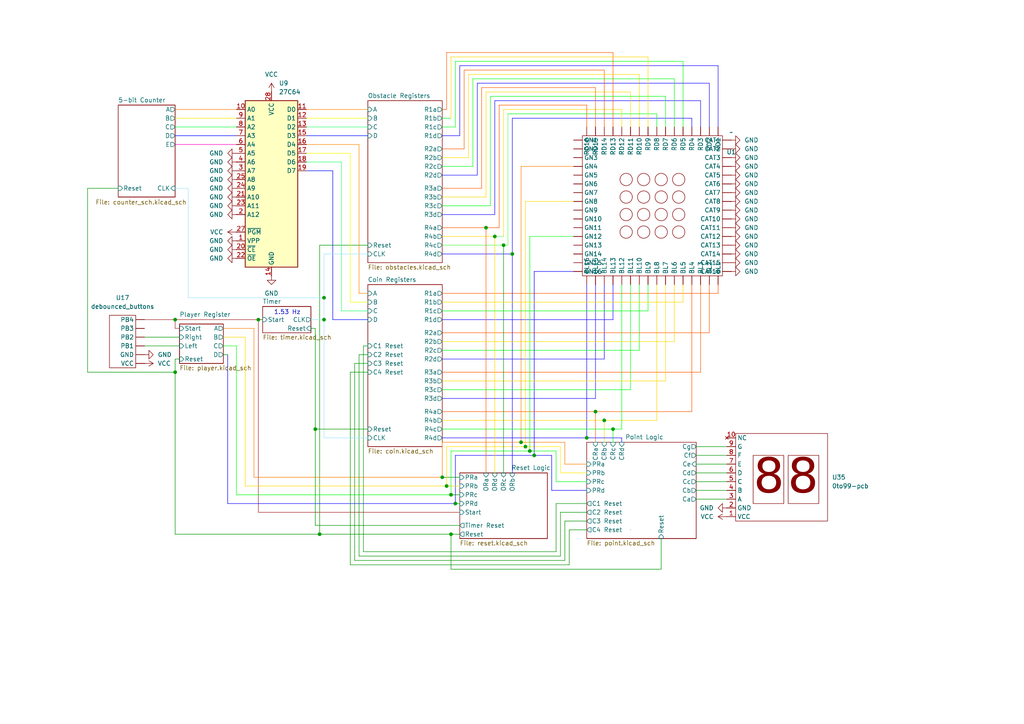
<source format=kicad_sch>
(kicad_sch
	(version 20250114)
	(generator "eeschema")
	(generator_version "9.0")
	(uuid "e8ee49b0-6c92-4580-8670-f3d8867d6cec")
	(paper "A4")
	(lib_symbols
		(symbol "Memory_EPROM:27C64"
			(exclude_from_sim no)
			(in_bom yes)
			(on_board yes)
			(property "Reference" "U"
				(at -7.62 24.13 0)
				(effects
					(font
						(size 1.27 1.27)
					)
				)
			)
			(property "Value" "27C64"
				(at 2.54 -26.67 0)
				(effects
					(font
						(size 1.27 1.27)
					)
					(justify left)
				)
			)
			(property "Footprint" "Package_DIP:DIP-28_W15.24mm"
				(at 0 0 0)
				(effects
					(font
						(size 1.27 1.27)
					)
					(hide yes)
				)
			)
			(property "Datasheet" "http://ww1.microchip.com/downloads/en/DeviceDoc/11107M.pdf"
				(at 0 0 0)
				(effects
					(font
						(size 1.27 1.27)
					)
					(hide yes)
				)
			)
			(property "Description" "OTP EPROM 64 KiBit, [Obsolete 2004-01]"
				(at 0 0 0)
				(effects
					(font
						(size 1.27 1.27)
					)
					(hide yes)
				)
			)
			(property "ki_keywords" "OTP EPROM 64KiBit"
				(at 0 0 0)
				(effects
					(font
						(size 1.27 1.27)
					)
					(hide yes)
				)
			)
			(property "ki_fp_filters" "DIP*W15.24mm*"
				(at 0 0 0)
				(effects
					(font
						(size 1.27 1.27)
					)
					(hide yes)
				)
			)
			(symbol "27C64_1_1"
				(rectangle
					(start -7.62 22.86)
					(end 7.62 -25.4)
					(stroke
						(width 0.254)
						(type default)
					)
					(fill
						(type background)
					)
				)
				(pin input line
					(at -10.16 20.32 0)
					(length 2.54)
					(name "A0"
						(effects
							(font
								(size 1.27 1.27)
							)
						)
					)
					(number "10"
						(effects
							(font
								(size 1.27 1.27)
							)
						)
					)
				)
				(pin input line
					(at -10.16 17.78 0)
					(length 2.54)
					(name "A1"
						(effects
							(font
								(size 1.27 1.27)
							)
						)
					)
					(number "9"
						(effects
							(font
								(size 1.27 1.27)
							)
						)
					)
				)
				(pin input line
					(at -10.16 15.24 0)
					(length 2.54)
					(name "A2"
						(effects
							(font
								(size 1.27 1.27)
							)
						)
					)
					(number "8"
						(effects
							(font
								(size 1.27 1.27)
							)
						)
					)
				)
				(pin input line
					(at -10.16 12.7 0)
					(length 2.54)
					(name "A3"
						(effects
							(font
								(size 1.27 1.27)
							)
						)
					)
					(number "7"
						(effects
							(font
								(size 1.27 1.27)
							)
						)
					)
				)
				(pin input line
					(at -10.16 10.16 0)
					(length 2.54)
					(name "A4"
						(effects
							(font
								(size 1.27 1.27)
							)
						)
					)
					(number "6"
						(effects
							(font
								(size 1.27 1.27)
							)
						)
					)
				)
				(pin input line
					(at -10.16 7.62 0)
					(length 2.54)
					(name "A5"
						(effects
							(font
								(size 1.27 1.27)
							)
						)
					)
					(number "5"
						(effects
							(font
								(size 1.27 1.27)
							)
						)
					)
				)
				(pin input line
					(at -10.16 5.08 0)
					(length 2.54)
					(name "A6"
						(effects
							(font
								(size 1.27 1.27)
							)
						)
					)
					(number "4"
						(effects
							(font
								(size 1.27 1.27)
							)
						)
					)
				)
				(pin input line
					(at -10.16 2.54 0)
					(length 2.54)
					(name "A7"
						(effects
							(font
								(size 1.27 1.27)
							)
						)
					)
					(number "3"
						(effects
							(font
								(size 1.27 1.27)
							)
						)
					)
				)
				(pin input line
					(at -10.16 0 0)
					(length 2.54)
					(name "A8"
						(effects
							(font
								(size 1.27 1.27)
							)
						)
					)
					(number "25"
						(effects
							(font
								(size 1.27 1.27)
							)
						)
					)
				)
				(pin input line
					(at -10.16 -2.54 0)
					(length 2.54)
					(name "A9"
						(effects
							(font
								(size 1.27 1.27)
							)
						)
					)
					(number "24"
						(effects
							(font
								(size 1.27 1.27)
							)
						)
					)
				)
				(pin input line
					(at -10.16 -5.08 0)
					(length 2.54)
					(name "A10"
						(effects
							(font
								(size 1.27 1.27)
							)
						)
					)
					(number "21"
						(effects
							(font
								(size 1.27 1.27)
							)
						)
					)
				)
				(pin input line
					(at -10.16 -7.62 0)
					(length 2.54)
					(name "A11"
						(effects
							(font
								(size 1.27 1.27)
							)
						)
					)
					(number "23"
						(effects
							(font
								(size 1.27 1.27)
							)
						)
					)
				)
				(pin input line
					(at -10.16 -10.16 0)
					(length 2.54)
					(name "A12"
						(effects
							(font
								(size 1.27 1.27)
							)
						)
					)
					(number "2"
						(effects
							(font
								(size 1.27 1.27)
							)
						)
					)
				)
				(pin input line
					(at -10.16 -15.24 0)
					(length 2.54)
					(name "~{PGM}"
						(effects
							(font
								(size 1.27 1.27)
							)
						)
					)
					(number "27"
						(effects
							(font
								(size 1.27 1.27)
							)
						)
					)
				)
				(pin input line
					(at -10.16 -17.78 0)
					(length 2.54)
					(name "VPP"
						(effects
							(font
								(size 1.27 1.27)
							)
						)
					)
					(number "1"
						(effects
							(font
								(size 1.27 1.27)
							)
						)
					)
				)
				(pin input line
					(at -10.16 -20.32 0)
					(length 2.54)
					(name "~{CE}"
						(effects
							(font
								(size 1.27 1.27)
							)
						)
					)
					(number "20"
						(effects
							(font
								(size 1.27 1.27)
							)
						)
					)
				)
				(pin input line
					(at -10.16 -22.86 0)
					(length 2.54)
					(name "~{OE}"
						(effects
							(font
								(size 1.27 1.27)
							)
						)
					)
					(number "22"
						(effects
							(font
								(size 1.27 1.27)
							)
						)
					)
				)
				(pin power_in line
					(at 0 25.4 270)
					(length 2.54)
					(name "VCC"
						(effects
							(font
								(size 1.27 1.27)
							)
						)
					)
					(number "28"
						(effects
							(font
								(size 1.27 1.27)
							)
						)
					)
				)
				(pin power_in line
					(at 0 -27.94 90)
					(length 2.54)
					(name "GND"
						(effects
							(font
								(size 1.27 1.27)
							)
						)
					)
					(number "14"
						(effects
							(font
								(size 1.27 1.27)
							)
						)
					)
				)
				(pin no_connect line
					(at 7.62 0 180)
					(length 2.54)
					(hide yes)
					(name "NC"
						(effects
							(font
								(size 1.27 1.27)
							)
						)
					)
					(number "26"
						(effects
							(font
								(size 1.27 1.27)
							)
						)
					)
				)
				(pin tri_state line
					(at 10.16 20.32 180)
					(length 2.54)
					(name "D0"
						(effects
							(font
								(size 1.27 1.27)
							)
						)
					)
					(number "11"
						(effects
							(font
								(size 1.27 1.27)
							)
						)
					)
				)
				(pin tri_state line
					(at 10.16 17.78 180)
					(length 2.54)
					(name "D1"
						(effects
							(font
								(size 1.27 1.27)
							)
						)
					)
					(number "12"
						(effects
							(font
								(size 1.27 1.27)
							)
						)
					)
				)
				(pin tri_state line
					(at 10.16 15.24 180)
					(length 2.54)
					(name "D2"
						(effects
							(font
								(size 1.27 1.27)
							)
						)
					)
					(number "13"
						(effects
							(font
								(size 1.27 1.27)
							)
						)
					)
				)
				(pin tri_state line
					(at 10.16 12.7 180)
					(length 2.54)
					(name "D3"
						(effects
							(font
								(size 1.27 1.27)
							)
						)
					)
					(number "15"
						(effects
							(font
								(size 1.27 1.27)
							)
						)
					)
				)
				(pin tri_state line
					(at 10.16 10.16 180)
					(length 2.54)
					(name "D4"
						(effects
							(font
								(size 1.27 1.27)
							)
						)
					)
					(number "16"
						(effects
							(font
								(size 1.27 1.27)
							)
						)
					)
				)
				(pin tri_state line
					(at 10.16 7.62 180)
					(length 2.54)
					(name "D5"
						(effects
							(font
								(size 1.27 1.27)
							)
						)
					)
					(number "17"
						(effects
							(font
								(size 1.27 1.27)
							)
						)
					)
				)
				(pin tri_state line
					(at 10.16 5.08 180)
					(length 2.54)
					(name "D6"
						(effects
							(font
								(size 1.27 1.27)
							)
						)
					)
					(number "18"
						(effects
							(font
								(size 1.27 1.27)
							)
						)
					)
				)
				(pin tri_state line
					(at 10.16 2.54 180)
					(length 2.54)
					(name "D7"
						(effects
							(font
								(size 1.27 1.27)
							)
						)
					)
					(number "19"
						(effects
							(font
								(size 1.27 1.27)
							)
						)
					)
				)
			)
			(embedded_fonts no)
		)
		(symbol "Pasquale:0to99-pcb"
			(exclude_from_sim no)
			(in_bom yes)
			(on_board yes)
			(property "Reference" "U"
				(at 0 0 0)
				(effects
					(font
						(size 1.27 1.27)
					)
				)
			)
			(property "Value" "0to99-pcb"
				(at 0 0 0)
				(effects
					(font
						(size 1.27 1.27)
					)
				)
			)
			(property "Footprint" ""
				(at 0 0 0)
				(effects
					(font
						(size 1.27 1.27)
					)
					(hide yes)
				)
			)
			(property "Datasheet" ""
				(at 0 0 0)
				(effects
					(font
						(size 1.27 1.27)
					)
					(hide yes)
				)
			)
			(property "Description" ""
				(at 0 0 0)
				(effects
					(font
						(size 1.27 1.27)
					)
					(hide yes)
				)
			)
			(symbol "0to99-pcb_0_1"
				(rectangle
					(start -13.97 -1.27)
					(end 12.7 -26.67)
					(stroke
						(width 0)
						(type default)
					)
					(fill
						(type none)
					)
				)
				(rectangle
					(start -11.43 -6.35)
					(end -2.54 -20.32)
					(stroke
						(width 0)
						(type default)
					)
					(fill
						(type none)
					)
				)
				(rectangle
					(start -1.27 -6.35)
					(end 7.62 -20.32)
					(stroke
						(width 0)
						(type default)
					)
					(fill
						(type none)
					)
				)
				(rectangle
					(start 19.05 -2.54)
					(end 19.05 -2.54)
					(stroke
						(width 0)
						(type default)
					)
					(fill
						(type none)
					)
				)
				(rectangle
					(start 43.18 1.27)
					(end 43.18 1.27)
					(stroke
						(width 0)
						(type default)
					)
					(fill
						(type none)
					)
				)
			)
			(symbol "0to99-pcb_1_1"
				(text "8"
					(at -6.858 -13.716 0)
					(effects
						(font
							(face "Seven Segment")
							(size 10 10)
						)
					)
				)
				(text "8"
					(at 3.048 -13.716 0)
					(effects
						(font
							(face "Seven Segment")
							(size 10 10)
						)
					)
				)
				(pin input line
					(at 15.24 -2.54 180)
					(length 2.54)
					(name "VCC"
						(effects
							(font
								(size 1.27 1.27)
							)
						)
					)
					(number "1"
						(effects
							(font
								(size 1.27 1.27)
							)
						)
					)
				)
				(pin input line
					(at 15.24 -5.08 180)
					(length 2.54)
					(name "GND"
						(effects
							(font
								(size 1.27 1.27)
							)
						)
					)
					(number "2"
						(effects
							(font
								(size 1.27 1.27)
							)
						)
					)
				)
				(pin input line
					(at 15.24 -7.62 180)
					(length 2.54)
					(name "A"
						(effects
							(font
								(size 1.27 1.27)
							)
						)
					)
					(number "3"
						(effects
							(font
								(size 1.27 1.27)
							)
						)
					)
				)
				(pin input line
					(at 15.24 -10.16 180)
					(length 2.54)
					(name "B"
						(effects
							(font
								(size 1.27 1.27)
							)
						)
					)
					(number "4"
						(effects
							(font
								(size 1.27 1.27)
							)
						)
					)
				)
				(pin input line
					(at 15.24 -12.7 180)
					(length 2.54)
					(name "C"
						(effects
							(font
								(size 1.27 1.27)
							)
						)
					)
					(number "5"
						(effects
							(font
								(size 1.27 1.27)
							)
						)
					)
				)
				(pin input line
					(at 15.24 -15.24 180)
					(length 2.54)
					(name "D"
						(effects
							(font
								(size 1.27 1.27)
							)
						)
					)
					(number "6"
						(effects
							(font
								(size 1.27 1.27)
							)
						)
					)
				)
				(pin input line
					(at 15.24 -17.78 180)
					(length 2.54)
					(name "E"
						(effects
							(font
								(size 1.27 1.27)
							)
						)
					)
					(number "7"
						(effects
							(font
								(size 1.27 1.27)
							)
						)
					)
				)
				(pin input line
					(at 15.24 -20.32 180)
					(length 2.54)
					(name "F"
						(effects
							(font
								(size 1.27 1.27)
							)
						)
					)
					(number "8"
						(effects
							(font
								(size 1.27 1.27)
							)
						)
					)
				)
				(pin input line
					(at 15.24 -22.86 180)
					(length 2.54)
					(name "G"
						(effects
							(font
								(size 1.27 1.27)
							)
						)
					)
					(number "9"
						(effects
							(font
								(size 1.27 1.27)
							)
						)
					)
				)
				(pin no_connect line
					(at 15.24 -25.4 180)
					(length 2.54)
					(name "NC"
						(effects
							(font
								(size 1.27 1.27)
							)
						)
					)
					(number "10"
						(effects
							(font
								(size 1.27 1.27)
							)
						)
					)
				)
			)
			(embedded_fonts no)
		)
		(symbol "Pasquale:debounced_buttons"
			(exclude_from_sim no)
			(in_bom yes)
			(on_board yes)
			(property "Reference" "U"
				(at 0 0 0)
				(effects
					(font
						(size 1.27 1.27)
					)
				)
			)
			(property "Value" "debounced_buttons"
				(at 0 0 0)
				(effects
					(font
						(size 1.27 1.27)
					)
				)
			)
			(property "Footprint" ""
				(at 0 0 0)
				(effects
					(font
						(size 1.27 1.27)
					)
					(hide yes)
				)
			)
			(property "Datasheet" ""
				(at 0 0 0)
				(effects
					(font
						(size 1.27 1.27)
					)
					(hide yes)
				)
			)
			(property "Description" ""
				(at 0 0 0)
				(effects
					(font
						(size 1.27 1.27)
					)
					(hide yes)
				)
			)
			(symbol "debounced_buttons_0_1"
				(rectangle
					(start -7.62 -1.27)
					(end 7.62 -8.89)
					(stroke
						(width 0)
						(type default)
					)
					(fill
						(type none)
					)
				)
			)
			(symbol "debounced_buttons_1_1"
				(pin input line
					(at -6.35 -11.43 90)
					(length 2.54)
					(name "VCC"
						(effects
							(font
								(size 1.27 1.27)
							)
						)
					)
					(number ""
						(effects
							(font
								(size 1.27 1.27)
							)
						)
					)
				)
				(pin input line
					(at -3.81 -11.43 90)
					(length 2.54)
					(name "GND"
						(effects
							(font
								(size 1.27 1.27)
							)
						)
					)
					(number ""
						(effects
							(font
								(size 1.27 1.27)
							)
						)
					)
				)
				(pin output line
					(at -1.27 -11.43 90)
					(length 2.54)
					(name "PB1"
						(effects
							(font
								(size 1.27 1.27)
							)
						)
					)
					(number ""
						(effects
							(font
								(size 1.27 1.27)
							)
						)
					)
				)
				(pin output line
					(at 1.27 -11.43 90)
					(length 2.54)
					(name "PB2"
						(effects
							(font
								(size 1.27 1.27)
							)
						)
					)
					(number ""
						(effects
							(font
								(size 1.27 1.27)
							)
						)
					)
				)
				(pin output line
					(at 3.81 -11.43 90)
					(length 2.54)
					(name "PB3"
						(effects
							(font
								(size 1.27 1.27)
							)
						)
					)
					(number ""
						(effects
							(font
								(size 1.27 1.27)
							)
						)
					)
				)
				(pin output line
					(at 6.35 -11.43 90)
					(length 2.54)
					(name "PB4"
						(effects
							(font
								(size 1.27 1.27)
							)
						)
					)
					(number ""
						(effects
							(font
								(size 1.27 1.27)
							)
						)
					)
				)
			)
			(embedded_fonts no)
		)
		(symbol "Pasquale:rgb-led-matrix"
			(exclude_from_sim no)
			(in_bom yes)
			(on_board yes)
			(property "Reference" "U"
				(at 0 0 0)
				(effects
					(font
						(size 1.27 1.27)
					)
				)
			)
			(property "Value" ""
				(at -17.78 0 0)
				(effects
					(font
						(size 1.27 1.27)
					)
				)
			)
			(property "Footprint" ""
				(at -17.78 0 0)
				(effects
					(font
						(size 1.27 1.27)
					)
					(hide yes)
				)
			)
			(property "Datasheet" ""
				(at -17.78 0 0)
				(effects
					(font
						(size 1.27 1.27)
					)
					(hide yes)
				)
			)
			(property "Description" ""
				(at -17.78 0 0)
				(effects
					(font
						(size 1.27 1.27)
					)
					(hide yes)
				)
			)
			(symbol "rgb-led-matrix_0_1"
				(rectangle
					(start -20.32 -1.27)
					(end 20.32 -41.91)
					(stroke
						(width 0)
						(type default)
					)
					(fill
						(type none)
					)
				)
				(circle
					(center -7.62 -13.97)
					(radius 1.7961)
					(stroke
						(width 0)
						(type default)
					)
					(fill
						(type none)
					)
				)
				(circle
					(center -7.62 -19.05)
					(radius 1.7961)
					(stroke
						(width 0)
						(type default)
					)
					(fill
						(type none)
					)
				)
				(circle
					(center -7.62 -24.13)
					(radius 1.7961)
					(stroke
						(width 0)
						(type default)
					)
					(fill
						(type none)
					)
				)
				(circle
					(center -7.62 -29.21)
					(radius 1.7961)
					(stroke
						(width 0)
						(type default)
					)
					(fill
						(type none)
					)
				)
				(circle
					(center -2.54 -13.97)
					(radius 1.7961)
					(stroke
						(width 0)
						(type default)
					)
					(fill
						(type none)
					)
				)
				(circle
					(center -2.54 -19.05)
					(radius 1.7961)
					(stroke
						(width 0)
						(type default)
					)
					(fill
						(type none)
					)
				)
				(circle
					(center -2.54 -24.13)
					(radius 1.7961)
					(stroke
						(width 0)
						(type default)
					)
					(fill
						(type none)
					)
				)
				(circle
					(center -2.54 -29.21)
					(radius 1.7961)
					(stroke
						(width 0)
						(type default)
					)
					(fill
						(type none)
					)
				)
				(circle
					(center 2.54 -13.97)
					(radius 1.7961)
					(stroke
						(width 0)
						(type default)
					)
					(fill
						(type none)
					)
				)
				(circle
					(center 2.54 -19.05)
					(radius 1.7961)
					(stroke
						(width 0)
						(type default)
					)
					(fill
						(type none)
					)
				)
				(circle
					(center 2.54 -24.13)
					(radius 1.7961)
					(stroke
						(width 0)
						(type default)
					)
					(fill
						(type none)
					)
				)
				(circle
					(center 2.54 -29.21)
					(radius 1.7961)
					(stroke
						(width 0)
						(type default)
					)
					(fill
						(type none)
					)
				)
				(circle
					(center 7.62 -13.97)
					(radius 1.7961)
					(stroke
						(width 0)
						(type default)
					)
					(fill
						(type none)
					)
				)
				(circle
					(center 7.62 -19.05)
					(radius 1.7961)
					(stroke
						(width 0)
						(type default)
					)
					(fill
						(type none)
					)
				)
				(circle
					(center 7.62 -24.13)
					(radius 1.7961)
					(stroke
						(width 0)
						(type default)
					)
					(fill
						(type none)
					)
				)
				(circle
					(center 7.62 -29.21)
					(radius 1.7961)
					(stroke
						(width 0)
						(type default)
					)
					(fill
						(type none)
					)
				)
			)
			(symbol "rgb-led-matrix_1_1"
				(pin input line
					(at -22.86 -2.54 0)
					(length 2.54)
					(name "RD1"
						(effects
							(font
								(size 1.27 1.27)
							)
						)
					)
					(number ""
						(effects
							(font
								(size 1.27 1.27)
							)
						)
					)
				)
				(pin input line
					(at -22.86 -5.08 0)
					(length 2.54)
					(name "RD2"
						(effects
							(font
								(size 1.27 1.27)
							)
						)
					)
					(number ""
						(effects
							(font
								(size 1.27 1.27)
							)
						)
					)
				)
				(pin input line
					(at -22.86 -7.62 0)
					(length 2.54)
					(name "RD3"
						(effects
							(font
								(size 1.27 1.27)
							)
						)
					)
					(number ""
						(effects
							(font
								(size 1.27 1.27)
							)
						)
					)
				)
				(pin input line
					(at -22.86 -10.16 0)
					(length 2.54)
					(name "RD4"
						(effects
							(font
								(size 1.27 1.27)
							)
						)
					)
					(number ""
						(effects
							(font
								(size 1.27 1.27)
							)
						)
					)
				)
				(pin input line
					(at -22.86 -12.7 0)
					(length 2.54)
					(name "RD5"
						(effects
							(font
								(size 1.27 1.27)
							)
						)
					)
					(number ""
						(effects
							(font
								(size 1.27 1.27)
							)
						)
					)
				)
				(pin input line
					(at -22.86 -15.24 0)
					(length 2.54)
					(name "RD6"
						(effects
							(font
								(size 1.27 1.27)
							)
						)
					)
					(number ""
						(effects
							(font
								(size 1.27 1.27)
							)
						)
					)
				)
				(pin input line
					(at -22.86 -17.78 0)
					(length 2.54)
					(name "RD7"
						(effects
							(font
								(size 1.27 1.27)
							)
						)
					)
					(number ""
						(effects
							(font
								(size 1.27 1.27)
							)
						)
					)
				)
				(pin input line
					(at -22.86 -20.32 0)
					(length 2.54)
					(name "RD8"
						(effects
							(font
								(size 1.27 1.27)
							)
						)
					)
					(number ""
						(effects
							(font
								(size 1.27 1.27)
							)
						)
					)
				)
				(pin input line
					(at -22.86 -22.86 0)
					(length 2.54)
					(name "RD9"
						(effects
							(font
								(size 1.27 1.27)
							)
						)
					)
					(number ""
						(effects
							(font
								(size 1.27 1.27)
							)
						)
					)
				)
				(pin input line
					(at -22.86 -25.4 0)
					(length 2.54)
					(name "RD10"
						(effects
							(font
								(size 1.27 1.27)
							)
						)
					)
					(number ""
						(effects
							(font
								(size 1.27 1.27)
							)
						)
					)
				)
				(pin input line
					(at -22.86 -27.94 0)
					(length 2.54)
					(name "RD11"
						(effects
							(font
								(size 1.27 1.27)
							)
						)
					)
					(number ""
						(effects
							(font
								(size 1.27 1.27)
							)
						)
					)
				)
				(pin input line
					(at -22.86 -30.48 0)
					(length 2.54)
					(name "RD12"
						(effects
							(font
								(size 1.27 1.27)
							)
						)
					)
					(number ""
						(effects
							(font
								(size 1.27 1.27)
							)
						)
					)
				)
				(pin input line
					(at -22.86 -33.02 0)
					(length 2.54)
					(name "RD13"
						(effects
							(font
								(size 1.27 1.27)
							)
						)
					)
					(number ""
						(effects
							(font
								(size 1.27 1.27)
							)
						)
					)
				)
				(pin input line
					(at -22.86 -35.56 0)
					(length 2.54)
					(name "RD14"
						(effects
							(font
								(size 1.27 1.27)
							)
						)
					)
					(number ""
						(effects
							(font
								(size 1.27 1.27)
							)
						)
					)
				)
				(pin input line
					(at -22.86 -38.1 0)
					(length 2.54)
					(name "RD15"
						(effects
							(font
								(size 1.27 1.27)
							)
						)
					)
					(number ""
						(effects
							(font
								(size 1.27 1.27)
							)
						)
					)
				)
				(pin input line
					(at -22.86 -40.64 0)
					(length 2.54)
					(name "RD16"
						(effects
							(font
								(size 1.27 1.27)
							)
						)
					)
					(number ""
						(effects
							(font
								(size 1.27 1.27)
							)
						)
					)
				)
				(pin input line
					(at -19.05 1.27 270)
					(length 2.54)
					(name "CAT1"
						(effects
							(font
								(size 1.27 1.27)
							)
						)
					)
					(number ""
						(effects
							(font
								(size 1.27 1.27)
							)
						)
					)
				)
				(pin input line
					(at -19.05 -44.45 90)
					(length 2.54)
					(name "GN1"
						(effects
							(font
								(size 1.27 1.27)
							)
						)
					)
					(number ""
						(effects
							(font
								(size 1.27 1.27)
							)
						)
					)
				)
				(pin input line
					(at -16.51 1.27 270)
					(length 2.54)
					(name "CAT2"
						(effects
							(font
								(size 1.27 1.27)
							)
						)
					)
					(number ""
						(effects
							(font
								(size 1.27 1.27)
							)
						)
					)
				)
				(pin input line
					(at -16.51 -44.45 90)
					(length 2.54)
					(name "GN2"
						(effects
							(font
								(size 1.27 1.27)
							)
						)
					)
					(number ""
						(effects
							(font
								(size 1.27 1.27)
							)
						)
					)
				)
				(pin input line
					(at -13.97 1.27 270)
					(length 2.54)
					(name "CAT3"
						(effects
							(font
								(size 1.27 1.27)
							)
						)
					)
					(number ""
						(effects
							(font
								(size 1.27 1.27)
							)
						)
					)
				)
				(pin input line
					(at -13.97 -44.45 90)
					(length 2.54)
					(name "GN3"
						(effects
							(font
								(size 1.27 1.27)
							)
						)
					)
					(number ""
						(effects
							(font
								(size 1.27 1.27)
							)
						)
					)
				)
				(pin input line
					(at -11.43 1.27 270)
					(length 2.54)
					(name "CAT4"
						(effects
							(font
								(size 1.27 1.27)
							)
						)
					)
					(number ""
						(effects
							(font
								(size 1.27 1.27)
							)
						)
					)
				)
				(pin input line
					(at -11.43 -44.45 90)
					(length 2.54)
					(name "GN4"
						(effects
							(font
								(size 1.27 1.27)
							)
						)
					)
					(number ""
						(effects
							(font
								(size 1.27 1.27)
							)
						)
					)
				)
				(pin input line
					(at -8.89 1.27 270)
					(length 2.54)
					(name "CAT5"
						(effects
							(font
								(size 1.27 1.27)
							)
						)
					)
					(number ""
						(effects
							(font
								(size 1.27 1.27)
							)
						)
					)
				)
				(pin input line
					(at -8.89 -44.45 90)
					(length 2.54)
					(name "GN5"
						(effects
							(font
								(size 1.27 1.27)
							)
						)
					)
					(number ""
						(effects
							(font
								(size 1.27 1.27)
							)
						)
					)
				)
				(pin input line
					(at -6.35 1.27 270)
					(length 2.54)
					(name "CAT6"
						(effects
							(font
								(size 1.27 1.27)
							)
						)
					)
					(number ""
						(effects
							(font
								(size 1.27 1.27)
							)
						)
					)
				)
				(pin input line
					(at -6.35 -44.45 90)
					(length 2.54)
					(name "GN6"
						(effects
							(font
								(size 1.27 1.27)
							)
						)
					)
					(number ""
						(effects
							(font
								(size 1.27 1.27)
							)
						)
					)
				)
				(pin input line
					(at -3.81 1.27 270)
					(length 2.54)
					(name "CAT7"
						(effects
							(font
								(size 1.27 1.27)
							)
						)
					)
					(number ""
						(effects
							(font
								(size 1.27 1.27)
							)
						)
					)
				)
				(pin input line
					(at -3.81 -44.45 90)
					(length 2.54)
					(name "GN7"
						(effects
							(font
								(size 1.27 1.27)
							)
						)
					)
					(number ""
						(effects
							(font
								(size 1.27 1.27)
							)
						)
					)
				)
				(pin input line
					(at -1.27 1.27 270)
					(length 2.54)
					(name "CAT8"
						(effects
							(font
								(size 1.27 1.27)
							)
						)
					)
					(number ""
						(effects
							(font
								(size 1.27 1.27)
							)
						)
					)
				)
				(pin input line
					(at -1.27 -44.45 90)
					(length 2.54)
					(name "GN8"
						(effects
							(font
								(size 1.27 1.27)
							)
						)
					)
					(number ""
						(effects
							(font
								(size 1.27 1.27)
							)
						)
					)
				)
				(pin input line
					(at 1.27 1.27 270)
					(length 2.54)
					(name "CAT9"
						(effects
							(font
								(size 1.27 1.27)
							)
						)
					)
					(number ""
						(effects
							(font
								(size 1.27 1.27)
							)
						)
					)
				)
				(pin input line
					(at 1.27 -44.45 90)
					(length 2.54)
					(name "GN9"
						(effects
							(font
								(size 1.27 1.27)
							)
						)
					)
					(number ""
						(effects
							(font
								(size 1.27 1.27)
							)
						)
					)
				)
				(pin input line
					(at 3.81 1.27 270)
					(length 2.54)
					(name "CAT10"
						(effects
							(font
								(size 1.27 1.27)
							)
						)
					)
					(number ""
						(effects
							(font
								(size 1.27 1.27)
							)
						)
					)
				)
				(pin input line
					(at 3.81 -44.45 90)
					(length 2.54)
					(name "GN10"
						(effects
							(font
								(size 1.27 1.27)
							)
						)
					)
					(number ""
						(effects
							(font
								(size 1.27 1.27)
							)
						)
					)
				)
				(pin input line
					(at 6.35 1.27 270)
					(length 2.54)
					(name "CAT11"
						(effects
							(font
								(size 1.27 1.27)
							)
						)
					)
					(number ""
						(effects
							(font
								(size 1.27 1.27)
							)
						)
					)
				)
				(pin input line
					(at 6.35 -44.45 90)
					(length 2.54)
					(name "GN11"
						(effects
							(font
								(size 1.27 1.27)
							)
						)
					)
					(number ""
						(effects
							(font
								(size 1.27 1.27)
							)
						)
					)
				)
				(pin input line
					(at 8.89 1.27 270)
					(length 2.54)
					(name "CAT12"
						(effects
							(font
								(size 1.27 1.27)
							)
						)
					)
					(number ""
						(effects
							(font
								(size 1.27 1.27)
							)
						)
					)
				)
				(pin input line
					(at 8.89 -44.45 90)
					(length 2.54)
					(name "GN12"
						(effects
							(font
								(size 1.27 1.27)
							)
						)
					)
					(number ""
						(effects
							(font
								(size 1.27 1.27)
							)
						)
					)
				)
				(pin input line
					(at 11.43 1.27 270)
					(length 2.54)
					(name "CAT13"
						(effects
							(font
								(size 1.27 1.27)
							)
						)
					)
					(number ""
						(effects
							(font
								(size 1.27 1.27)
							)
						)
					)
				)
				(pin input line
					(at 11.43 -44.45 90)
					(length 2.54)
					(name "GN13"
						(effects
							(font
								(size 1.27 1.27)
							)
						)
					)
					(number ""
						(effects
							(font
								(size 1.27 1.27)
							)
						)
					)
				)
				(pin input line
					(at 13.97 1.27 270)
					(length 2.54)
					(name "CAT14"
						(effects
							(font
								(size 1.27 1.27)
							)
						)
					)
					(number ""
						(effects
							(font
								(size 1.27 1.27)
							)
						)
					)
				)
				(pin input line
					(at 13.97 -44.45 90)
					(length 2.54)
					(name "GN14"
						(effects
							(font
								(size 1.27 1.27)
							)
						)
					)
					(number ""
						(effects
							(font
								(size 1.27 1.27)
							)
						)
					)
				)
				(pin input line
					(at 16.51 1.27 270)
					(length 2.54)
					(name "CAT15"
						(effects
							(font
								(size 1.27 1.27)
							)
						)
					)
					(number ""
						(effects
							(font
								(size 1.27 1.27)
							)
						)
					)
				)
				(pin input line
					(at 16.51 -44.45 90)
					(length 2.54)
					(name "GN15"
						(effects
							(font
								(size 1.27 1.27)
							)
						)
					)
					(number ""
						(effects
							(font
								(size 1.27 1.27)
							)
						)
					)
				)
				(pin input line
					(at 19.05 1.27 270)
					(length 2.54)
					(name "CAT16"
						(effects
							(font
								(size 1.27 1.27)
							)
						)
					)
					(number ""
						(effects
							(font
								(size 1.27 1.27)
							)
						)
					)
				)
				(pin input line
					(at 19.05 -44.45 90)
					(length 2.54)
					(name "GN16"
						(effects
							(font
								(size 1.27 1.27)
							)
						)
					)
					(number ""
						(effects
							(font
								(size 1.27 1.27)
							)
						)
					)
				)
				(pin input line
					(at 22.86 -2.54 180)
					(length 2.54)
					(name "BL1"
						(effects
							(font
								(size 1.27 1.27)
							)
						)
					)
					(number ""
						(effects
							(font
								(size 1.27 1.27)
							)
						)
					)
				)
				(pin input line
					(at 22.86 -5.08 180)
					(length 2.54)
					(name "BL2"
						(effects
							(font
								(size 1.27 1.27)
							)
						)
					)
					(number ""
						(effects
							(font
								(size 1.27 1.27)
							)
						)
					)
				)
				(pin input line
					(at 22.86 -7.62 180)
					(length 2.54)
					(name "BL3"
						(effects
							(font
								(size 1.27 1.27)
							)
						)
					)
					(number ""
						(effects
							(font
								(size 1.27 1.27)
							)
						)
					)
				)
				(pin input line
					(at 22.86 -10.16 180)
					(length 2.54)
					(name "BL4"
						(effects
							(font
								(size 1.27 1.27)
							)
						)
					)
					(number ""
						(effects
							(font
								(size 1.27 1.27)
							)
						)
					)
				)
				(pin input line
					(at 22.86 -12.7 180)
					(length 2.54)
					(name "BL5"
						(effects
							(font
								(size 1.27 1.27)
							)
						)
					)
					(number ""
						(effects
							(font
								(size 1.27 1.27)
							)
						)
					)
				)
				(pin input line
					(at 22.86 -15.24 180)
					(length 2.54)
					(name "BL6"
						(effects
							(font
								(size 1.27 1.27)
							)
						)
					)
					(number ""
						(effects
							(font
								(size 1.27 1.27)
							)
						)
					)
				)
				(pin input line
					(at 22.86 -17.78 180)
					(length 2.54)
					(name "BL7"
						(effects
							(font
								(size 1.27 1.27)
							)
						)
					)
					(number ""
						(effects
							(font
								(size 1.27 1.27)
							)
						)
					)
				)
				(pin input line
					(at 22.86 -20.32 180)
					(length 2.54)
					(name "BL8"
						(effects
							(font
								(size 1.27 1.27)
							)
						)
					)
					(number ""
						(effects
							(font
								(size 1.27 1.27)
							)
						)
					)
				)
				(pin input line
					(at 22.86 -22.86 180)
					(length 2.54)
					(name "BL9"
						(effects
							(font
								(size 1.27 1.27)
							)
						)
					)
					(number ""
						(effects
							(font
								(size 1.27 1.27)
							)
						)
					)
				)
				(pin input line
					(at 22.86 -25.4 180)
					(length 2.54)
					(name "BL10"
						(effects
							(font
								(size 1.27 1.27)
							)
						)
					)
					(number ""
						(effects
							(font
								(size 1.27 1.27)
							)
						)
					)
				)
				(pin input line
					(at 22.86 -27.94 180)
					(length 2.54)
					(name "BL11"
						(effects
							(font
								(size 1.27 1.27)
							)
						)
					)
					(number ""
						(effects
							(font
								(size 1.27 1.27)
							)
						)
					)
				)
				(pin input line
					(at 22.86 -30.48 180)
					(length 2.54)
					(name "BL12"
						(effects
							(font
								(size 1.27 1.27)
							)
						)
					)
					(number ""
						(effects
							(font
								(size 1.27 1.27)
							)
						)
					)
				)
				(pin input line
					(at 22.86 -33.02 180)
					(length 2.54)
					(name "BL13"
						(effects
							(font
								(size 1.27 1.27)
							)
						)
					)
					(number ""
						(effects
							(font
								(size 1.27 1.27)
							)
						)
					)
				)
				(pin input line
					(at 22.86 -35.56 180)
					(length 2.54)
					(name "BL14"
						(effects
							(font
								(size 1.27 1.27)
							)
						)
					)
					(number ""
						(effects
							(font
								(size 1.27 1.27)
							)
						)
					)
				)
				(pin input line
					(at 22.86 -38.1 180)
					(length 2.54)
					(name "BL15"
						(effects
							(font
								(size 1.27 1.27)
							)
						)
					)
					(number ""
						(effects
							(font
								(size 1.27 1.27)
							)
						)
					)
				)
				(pin input line
					(at 22.86 -40.64 180)
					(length 2.54)
					(name "BL16"
						(effects
							(font
								(size 1.27 1.27)
							)
						)
					)
					(number ""
						(effects
							(font
								(size 1.27 1.27)
							)
						)
					)
				)
			)
			(embedded_fonts no)
		)
		(symbol "power:GND"
			(power)
			(pin_numbers
				(hide yes)
			)
			(pin_names
				(offset 0)
				(hide yes)
			)
			(exclude_from_sim no)
			(in_bom yes)
			(on_board yes)
			(property "Reference" "#PWR"
				(at 0 -6.35 0)
				(effects
					(font
						(size 1.27 1.27)
					)
					(hide yes)
				)
			)
			(property "Value" "GND"
				(at 0 -3.81 0)
				(effects
					(font
						(size 1.27 1.27)
					)
				)
			)
			(property "Footprint" ""
				(at 0 0 0)
				(effects
					(font
						(size 1.27 1.27)
					)
					(hide yes)
				)
			)
			(property "Datasheet" ""
				(at 0 0 0)
				(effects
					(font
						(size 1.27 1.27)
					)
					(hide yes)
				)
			)
			(property "Description" "Power symbol creates a global label with name \"GND\" , ground"
				(at 0 0 0)
				(effects
					(font
						(size 1.27 1.27)
					)
					(hide yes)
				)
			)
			(property "ki_keywords" "global power"
				(at 0 0 0)
				(effects
					(font
						(size 1.27 1.27)
					)
					(hide yes)
				)
			)
			(symbol "GND_0_1"
				(polyline
					(pts
						(xy 0 0) (xy 0 -1.27) (xy 1.27 -1.27) (xy 0 -2.54) (xy -1.27 -1.27) (xy 0 -1.27)
					)
					(stroke
						(width 0)
						(type default)
					)
					(fill
						(type none)
					)
				)
			)
			(symbol "GND_1_1"
				(pin power_in line
					(at 0 0 270)
					(length 0)
					(name "~"
						(effects
							(font
								(size 1.27 1.27)
							)
						)
					)
					(number "1"
						(effects
							(font
								(size 1.27 1.27)
							)
						)
					)
				)
			)
			(embedded_fonts no)
		)
		(symbol "power:VCC"
			(power)
			(pin_numbers
				(hide yes)
			)
			(pin_names
				(offset 0)
				(hide yes)
			)
			(exclude_from_sim no)
			(in_bom yes)
			(on_board yes)
			(property "Reference" "#PWR"
				(at 0 -3.81 0)
				(effects
					(font
						(size 1.27 1.27)
					)
					(hide yes)
				)
			)
			(property "Value" "VCC"
				(at 0 3.556 0)
				(effects
					(font
						(size 1.27 1.27)
					)
				)
			)
			(property "Footprint" ""
				(at 0 0 0)
				(effects
					(font
						(size 1.27 1.27)
					)
					(hide yes)
				)
			)
			(property "Datasheet" ""
				(at 0 0 0)
				(effects
					(font
						(size 1.27 1.27)
					)
					(hide yes)
				)
			)
			(property "Description" "Power symbol creates a global label with name \"VCC\""
				(at 0 0 0)
				(effects
					(font
						(size 1.27 1.27)
					)
					(hide yes)
				)
			)
			(property "ki_keywords" "global power"
				(at 0 0 0)
				(effects
					(font
						(size 1.27 1.27)
					)
					(hide yes)
				)
			)
			(symbol "VCC_0_1"
				(polyline
					(pts
						(xy -0.762 1.27) (xy 0 2.54)
					)
					(stroke
						(width 0)
						(type default)
					)
					(fill
						(type none)
					)
				)
				(polyline
					(pts
						(xy 0 2.54) (xy 0.762 1.27)
					)
					(stroke
						(width 0)
						(type default)
					)
					(fill
						(type none)
					)
				)
				(polyline
					(pts
						(xy 0 0) (xy 0 2.54)
					)
					(stroke
						(width 0)
						(type default)
					)
					(fill
						(type none)
					)
				)
			)
			(symbol "VCC_1_1"
				(pin power_in line
					(at 0 0 90)
					(length 0)
					(name "~"
						(effects
							(font
								(size 1.27 1.27)
							)
						)
					)
					(number "1"
						(effects
							(font
								(size 1.27 1.27)
							)
						)
					)
				)
			)
			(embedded_fonts no)
		)
	)
	(text "1.53 Hz"
		(exclude_from_sim no)
		(at 83.312 90.678 0)
		(effects
			(font
				(size 1.27 1.27)
			)
		)
		(uuid "fb83dc71-6430-4e30-b773-3fba4f1f99fd")
	)
	(junction
		(at 154.94 132.08)
		(diameter 0)
		(color 0 0 0 0)
		(uuid "45fac324-8d7b-4b28-a54f-8b3d22a116ce")
	)
	(junction
		(at 170.18 127)
		(diameter 0)
		(color 0 0 0 0)
		(uuid "4d785e12-b10b-47b8-8900-dc940f940a20")
	)
	(junction
		(at 172.72 119.38)
		(diameter 0)
		(color 0 0 0 0)
		(uuid "4f39e901-c097-4b31-9b15-5fa4458d2ea4")
	)
	(junction
		(at 129.54 140.97)
		(diameter 0)
		(color 0 0 0 0)
		(uuid "5d4f62b2-dd2b-4890-b46d-82a0f720cfc2")
	)
	(junction
		(at 50.8 92.71)
		(diameter 0)
		(color 0 0 0 0)
		(uuid "6739c429-9c9c-4ada-afc6-1f699f5d541e")
	)
	(junction
		(at 91.44 124.46)
		(diameter 0)
		(color 0 0 0 0)
		(uuid "6d5711dd-ee13-439e-a9de-4562f006bfba")
	)
	(junction
		(at 152.4 129.54)
		(diameter 0)
		(color 0 0 0 0)
		(uuid "7df14d96-3c82-4b0b-b34c-9f6762f8a25e")
	)
	(junction
		(at 177.8 124.46)
		(diameter 0)
		(color 0 0 0 0)
		(uuid "85137b90-1b2f-460c-9cbd-0d1aadc2f0b3")
	)
	(junction
		(at 151.13 128.27)
		(diameter 0)
		(color 0 0 0 0)
		(uuid "857a81a5-73d5-44dd-b3fd-635b7d1adf04")
	)
	(junction
		(at 132.08 146.05)
		(diameter 0)
		(color 0 0 0 0)
		(uuid "8a57bdaa-5724-4315-88a0-009ae567b954")
	)
	(junction
		(at 130.81 143.51)
		(diameter 0)
		(color 0 0 0 0)
		(uuid "8ccc7072-7192-45eb-8650-6ec31fdc3272")
	)
	(junction
		(at 153.67 130.81)
		(diameter 0)
		(color 0 0 0 0)
		(uuid "9ff4ff77-5a01-41f8-85d6-6b01eacca98c")
	)
	(junction
		(at 128.27 138.43)
		(diameter 0)
		(color 0 0 0 0)
		(uuid "a25d36bf-7ea0-4109-8bdc-c1c18bb4d5e4")
	)
	(junction
		(at 93.98 92.71)
		(diameter 0)
		(color 0 0 0 0)
		(uuid "a4fccf8f-5065-4e1e-ac9b-3e3f8b3a0e34")
	)
	(junction
		(at 140.97 66.04)
		(diameter 0)
		(color 0 0 0 0)
		(uuid "a551b10a-d941-447a-874e-9106f36a4b46")
	)
	(junction
		(at 92.71 154.94)
		(diameter 0)
		(color 0 0 0 0)
		(uuid "a81016de-6789-4751-9478-96a2a6159d5d")
	)
	(junction
		(at 130.81 154.94)
		(diameter 0)
		(color 0 0 0 0)
		(uuid "a989d764-d4f8-4fbe-bd15-cc9a646a6417")
	)
	(junction
		(at 175.26 121.92)
		(diameter 0)
		(color 0 0 0 0)
		(uuid "c75b8363-f1c8-4db3-85e1-7ca6a4ff8c7d")
	)
	(junction
		(at 148.59 73.66)
		(diameter 0)
		(color 0 0 0 0)
		(uuid "dfefcf4c-e2bd-4aa9-a598-0d21755568f0")
	)
	(junction
		(at 50.8 107.95)
		(diameter 0)
		(color 0 0 0 0)
		(uuid "e5f2f09d-8f44-43f2-b987-cb06ce2d01af")
	)
	(junction
		(at 146.05 71.12)
		(diameter 0)
		(color 0 0 0 0)
		(uuid "e8dfbe6a-5ad4-441d-a512-cd523044d35f")
	)
	(junction
		(at 74.93 92.71)
		(diameter 0)
		(color 0 0 0 0)
		(uuid "eb3fb2a1-928b-48c5-89c7-2c4b0f8654c7")
	)
	(junction
		(at 93.98 86.36)
		(diameter 0)
		(color 0 0 0 0)
		(uuid "f9bdf024-052d-44e1-8d84-4d16f9ed706a")
	)
	(junction
		(at 143.51 68.58)
		(diameter 0)
		(color 0 0 0 0)
		(uuid "fd66e3d8-f63e-42a2-9e2d-fd4ec6b256ec")
	)
	(wire
		(pts
			(xy 68.58 100.33) (xy 68.58 143.51)
		)
		(stroke
			(width 0)
			(type default)
			(color 0 255 14 1)
		)
		(uuid "004b6bf3-4ded-433e-8e88-efa604cb5aae")
	)
	(wire
		(pts
			(xy 50.8 36.83) (xy 68.58 36.83)
		)
		(stroke
			(width 0)
			(type default)
			(color 0 255 51 1)
		)
		(uuid "01129d60-3af0-4148-9095-699241affa3a")
	)
	(wire
		(pts
			(xy 151.13 48.26) (xy 151.13 128.27)
		)
		(stroke
			(width 0)
			(type default)
			(color 255 125 0 1)
		)
		(uuid "0151d167-9765-44c9-b594-f6c925d47a2c")
	)
	(wire
		(pts
			(xy 163.83 151.13) (xy 170.18 151.13)
		)
		(stroke
			(width 0)
			(type default)
		)
		(uuid "0304b4e0-030b-4fb1-8007-50191855db39")
	)
	(wire
		(pts
			(xy 161.29 139.7) (xy 170.18 139.7)
		)
		(stroke
			(width 0)
			(type default)
			(color 0 255 14 1)
		)
		(uuid "03609d9a-795a-4028-bd54-25abeee76f13")
	)
	(wire
		(pts
			(xy 142.24 59.69) (xy 142.24 27.94)
		)
		(stroke
			(width 0)
			(type default)
			(color 0 255 19 1)
		)
		(uuid "048aa3f9-53f7-4995-adc6-a54adcbb809f")
	)
	(wire
		(pts
			(xy 93.98 92.71) (xy 93.98 127)
		)
		(stroke
			(width 0)
			(type default)
			(color 159 228 255 1)
		)
		(uuid "04eeea31-9fbb-45ee-93fb-d70382bdc3e9")
	)
	(wire
		(pts
			(xy 151.13 128.27) (xy 128.27 128.27)
		)
		(stroke
			(width 0)
			(type default)
			(color 255 125 0 1)
		)
		(uuid "05302c6b-793f-4693-be3f-a786de863b3c")
	)
	(wire
		(pts
			(xy 128.27 73.66) (xy 148.59 73.66)
		)
		(stroke
			(width 0)
			(type default)
			(color 27 13 255 1)
		)
		(uuid "05546c6c-da86-4ff5-905e-18ab49df466f")
	)
	(wire
		(pts
			(xy 73.66 138.43) (xy 128.27 138.43)
		)
		(stroke
			(width 0)
			(type default)
			(color 255 125 0 1)
		)
		(uuid "056bf0ed-244c-4ca2-b1e5-9a77b034c573")
	)
	(wire
		(pts
			(xy 50.8 154.94) (xy 92.71 154.94)
		)
		(stroke
			(width 0)
			(type default)
		)
		(uuid "06c2fa38-3c57-46c9-b3b3-72ffc4a16ca4")
	)
	(wire
		(pts
			(xy 180.34 127) (xy 180.34 128.27)
		)
		(stroke
			(width 0)
			(type default)
			(color 27 13 255 1)
		)
		(uuid "075b3752-ae3b-4a6a-96ec-6bb19e4ce9f2")
	)
	(wire
		(pts
			(xy 198.12 87.63) (xy 198.12 82.55)
		)
		(stroke
			(width 0)
			(type default)
			(color 255 216 0 1)
		)
		(uuid "07d484f5-ba0f-4702-a223-7f4c790ddf8c")
	)
	(wire
		(pts
			(xy 128.27 62.23) (xy 143.51 62.23)
		)
		(stroke
			(width 0)
			(type default)
			(color 27 13 255 1)
		)
		(uuid "088f4c07-0856-46db-bef3-03849cdd02e3")
	)
	(wire
		(pts
			(xy 129.54 15.24) (xy 177.8 15.24)
		)
		(stroke
			(width 0)
			(type default)
			(color 255 90 1 1)
		)
		(uuid "0a59e5a5-f8da-41a0-bdbb-671aafc3d605")
	)
	(wire
		(pts
			(xy 201.93 132.08) (xy 210.82 132.08)
		)
		(stroke
			(width 0)
			(type default)
		)
		(uuid "0b1e1097-2413-46f8-8d90-9dcc608e847d")
	)
	(wire
		(pts
			(xy 182.88 113.03) (xy 182.88 82.55)
		)
		(stroke
			(width 0)
			(type default)
			(color 0 255 14 1)
		)
		(uuid "0b78405a-1d51-47c6-9764-f79c0b4475cc")
	)
	(wire
		(pts
			(xy 92.71 71.12) (xy 92.71 154.94)
		)
		(stroke
			(width 0)
			(type default)
		)
		(uuid "0cbc6f1c-a7ad-4bbe-a8df-fc1760934fdb")
	)
	(wire
		(pts
			(xy 163.83 128.27) (xy 163.83 134.62)
		)
		(stroke
			(width 0)
			(type default)
			(color 255 125 0 1)
		)
		(uuid "0df745cd-5315-43e2-894b-10a20e0cb446")
	)
	(wire
		(pts
			(xy 91.44 124.46) (xy 91.44 95.25)
		)
		(stroke
			(width 0)
			(type default)
		)
		(uuid "0e113891-77da-48b0-a117-3251d6881e69")
	)
	(wire
		(pts
			(xy 128.27 50.8) (xy 138.43 50.8)
		)
		(stroke
			(width 0)
			(type default)
			(color 27 13 255 1)
		)
		(uuid "0ff927ab-edeb-4f87-9987-1a1c57c20ac1")
	)
	(wire
		(pts
			(xy 172.72 115.57) (xy 172.72 82.55)
		)
		(stroke
			(width 0)
			(type default)
			(color 27 13 255 1)
		)
		(uuid "106ad89b-2daa-4b7b-8f89-89ce1b2f7ec5")
	)
	(wire
		(pts
			(xy 201.93 134.62) (xy 210.82 134.62)
		)
		(stroke
			(width 0)
			(type default)
		)
		(uuid "1189d073-8f5a-4d50-9d01-d853c504bf1b")
	)
	(wire
		(pts
			(xy 200.66 119.38) (xy 200.66 82.55)
		)
		(stroke
			(width 0)
			(type default)
			(color 255 90 1 1)
		)
		(uuid "133ad783-786c-4f30-ad03-d8f98940870f")
	)
	(wire
		(pts
			(xy 148.59 73.66) (xy 148.59 137.16)
		)
		(stroke
			(width 0)
			(type default)
			(color 27 13 255 1)
		)
		(uuid "1611520d-ec38-4f36-9644-efb256826ebb")
	)
	(wire
		(pts
			(xy 172.72 119.38) (xy 200.66 119.38)
		)
		(stroke
			(width 0)
			(type default)
			(color 255 90 1 1)
		)
		(uuid "16da33fc-cb7f-465e-955b-cd9129f157a0")
	)
	(wire
		(pts
			(xy 93.98 127) (xy 106.68 127)
		)
		(stroke
			(width 0)
			(type default)
			(color 159 228 255 1)
		)
		(uuid "175a5d39-5488-4ae1-98f9-82a1d20e73b2")
	)
	(wire
		(pts
			(xy 208.28 85.09) (xy 208.28 82.55)
		)
		(stroke
			(width 0)
			(type default)
			(color 255 90 1 1)
		)
		(uuid "175bba6d-b880-4b1d-9b76-f5ffa8bc5bb7")
	)
	(wire
		(pts
			(xy 128.27 124.46) (xy 177.8 124.46)
		)
		(stroke
			(width 0)
			(type default)
			(color 0 255 14 1)
		)
		(uuid "17d1d76f-6139-478f-a47b-f2943c25324e")
	)
	(wire
		(pts
			(xy 177.8 124.46) (xy 177.8 128.27)
		)
		(stroke
			(width 0)
			(type default)
			(color 0 255 14 1)
		)
		(uuid "1964d15a-793a-463a-b9be-8a191c3f01d3")
	)
	(wire
		(pts
			(xy 50.8 92.71) (xy 74.93 92.71)
		)
		(stroke
			(width 0)
			(type default)
			(color 165 42 42 1)
		)
		(uuid "1a4bfe85-ddc0-4806-a139-9faee77b3d97")
	)
	(wire
		(pts
			(xy 128.27 99.06) (xy 195.58 99.06)
		)
		(stroke
			(width 0)
			(type default)
			(color 255 216 0 1)
		)
		(uuid "1b23629d-d3cd-431c-a2be-97887ed77f61")
	)
	(wire
		(pts
			(xy 205.74 24.13) (xy 205.74 36.83)
		)
		(stroke
			(width 0)
			(type default)
			(color 27 13 255 1)
		)
		(uuid "1d97cef1-f488-496d-b091-5024991e7384")
	)
	(wire
		(pts
			(xy 106.68 100.33) (xy 105.41 100.33)
		)
		(stroke
			(width 0)
			(type default)
		)
		(uuid "1d9e3eff-343e-47ad-a544-35ca94e4141a")
	)
	(wire
		(pts
			(xy 134.62 20.32) (xy 175.26 20.32)
		)
		(stroke
			(width 0)
			(type default)
			(color 255 90 1 1)
		)
		(uuid "1e8f280c-cba9-448a-8597-06b9302c904b")
	)
	(wire
		(pts
			(xy 163.83 134.62) (xy 170.18 134.62)
		)
		(stroke
			(width 0)
			(type default)
			(color 255 125 0 1)
		)
		(uuid "209e587a-9043-47d3-936b-12ea2bbafe40")
	)
	(wire
		(pts
			(xy 195.58 99.06) (xy 195.58 82.55)
		)
		(stroke
			(width 0)
			(type default)
			(color 255 216 0 1)
		)
		(uuid "225f1b9e-b130-47cb-9345-52bf8d30b918")
	)
	(wire
		(pts
			(xy 170.18 127) (xy 180.34 127)
		)
		(stroke
			(width 0)
			(type default)
			(color 27 13 255 1)
		)
		(uuid "24978855-4505-4130-bb7d-2a0778d07f16")
	)
	(wire
		(pts
			(xy 50.8 39.37) (xy 68.58 39.37)
		)
		(stroke
			(width 0)
			(type default)
			(color 0 4 255 1)
		)
		(uuid "26205859-fef7-4b26-a80f-006089361dec")
	)
	(wire
		(pts
			(xy 128.27 48.26) (xy 137.16 48.26)
		)
		(stroke
			(width 0)
			(type default)
			(color 0 255 19 1)
		)
		(uuid "262b9994-8216-4d64-a0c4-7f1802d3c3e1")
	)
	(wire
		(pts
			(xy 91.44 124.46) (xy 106.68 124.46)
		)
		(stroke
			(width 0)
			(type default)
		)
		(uuid "26c2f6b0-d6dd-4ff4-b7da-eb4dc5ff4dcb")
	)
	(wire
		(pts
			(xy 185.42 101.6) (xy 185.42 82.55)
		)
		(stroke
			(width 0)
			(type default)
			(color 0 255 14 1)
		)
		(uuid "27219fe7-a209-41fd-8774-6c0d00b4c924")
	)
	(wire
		(pts
			(xy 88.9 49.53) (xy 96.52 49.53)
		)
		(stroke
			(width 0)
			(type default)
			(color 0 14 255 1)
		)
		(uuid "2868f3c0-e789-44e4-88ab-1ee88bf2a7dc")
	)
	(wire
		(pts
			(xy 64.77 102.87) (xy 66.04 102.87)
		)
		(stroke
			(width 0)
			(type default)
		)
		(uuid "292e9ab2-b09d-4e0d-b982-5d360bd13f04")
	)
	(wire
		(pts
			(xy 104.14 102.87) (xy 104.14 161.29)
		)
		(stroke
			(width 0)
			(type default)
		)
		(uuid "2991e583-85b7-4ae4-aea0-ca60f565e6f8")
	)
	(wire
		(pts
			(xy 151.13 128.27) (xy 163.83 128.27)
		)
		(stroke
			(width 0)
			(type default)
			(color 255 125 0 1)
		)
		(uuid "2efb7e87-9d49-42ec-8312-f1fbf2d2d2a9")
	)
	(wire
		(pts
			(xy 106.68 71.12) (xy 92.71 71.12)
		)
		(stroke
			(width 0)
			(type default)
		)
		(uuid "2fa76172-4c30-428f-8813-05ee8be8d96c")
	)
	(wire
		(pts
			(xy 201.93 142.24) (xy 210.82 142.24)
		)
		(stroke
			(width 0)
			(type default)
		)
		(uuid "31f9e0a1-060c-4b5b-a1c5-b75702216950")
	)
	(wire
		(pts
			(xy 66.04 146.05) (xy 132.08 146.05)
		)
		(stroke
			(width 0)
			(type default)
			(color 8 0 255 1)
		)
		(uuid "32b4fa6c-5fde-474f-8fad-ab8429298567")
	)
	(wire
		(pts
			(xy 153.67 68.58) (xy 166.37 68.58)
		)
		(stroke
			(width 0)
			(type default)
			(color 0 255 14 1)
		)
		(uuid "35563559-89fe-4efb-b499-6e73d09e2685")
	)
	(wire
		(pts
			(xy 203.2 29.21) (xy 203.2 36.83)
		)
		(stroke
			(width 0)
			(type default)
			(color 27 13 255 1)
		)
		(uuid "364ff3d4-e2ec-4c56-b863-28f4f0af7933")
	)
	(wire
		(pts
			(xy 128.27 57.15) (xy 140.97 57.15)
		)
		(stroke
			(width 0)
			(type default)
			(color 255 216 0 1)
		)
		(uuid "37ebd8cf-fcb5-44d6-9253-40b738d7c5ba")
	)
	(wire
		(pts
			(xy 132.08 36.83) (xy 132.08 17.78)
		)
		(stroke
			(width 0)
			(type default)
			(color 0 255 19 1)
		)
		(uuid "3994300b-1b4e-4548-8af4-ca3d090c46e3")
	)
	(wire
		(pts
			(xy 133.35 19.05) (xy 208.28 19.05)
		)
		(stroke
			(width 0)
			(type default)
			(color 27 13 255 1)
		)
		(uuid "3a09e92a-5be8-4f1a-af5c-855439c36e06")
	)
	(wire
		(pts
			(xy 187.96 16.51) (xy 187.96 36.83)
		)
		(stroke
			(width 0)
			(type default)
			(color 255 216 0 1)
		)
		(uuid "3a2dd33d-8091-4db3-afe2-412f87b4a26c")
	)
	(wire
		(pts
			(xy 129.54 140.97) (xy 133.35 140.97)
		)
		(stroke
			(width 0)
			(type default)
			(color 255 216 0 1)
		)
		(uuid "3a54f8ab-ccad-4244-bb4c-e8c53cc15c40")
	)
	(wire
		(pts
			(xy 128.27 115.57) (xy 172.72 115.57)
		)
		(stroke
			(width 0)
			(type default)
			(color 27 13 255 1)
		)
		(uuid "3b7af1c0-7876-4003-95fc-2d0eb6dcb1ce")
	)
	(wire
		(pts
			(xy 177.8 124.46) (xy 180.34 124.46)
		)
		(stroke
			(width 0)
			(type default)
			(color 0 255 14 1)
		)
		(uuid "3caec1ef-a448-413d-907f-eed9b1c0b293")
	)
	(wire
		(pts
			(xy 129.54 31.75) (xy 129.54 15.24)
		)
		(stroke
			(width 0)
			(type default)
			(color 255 90 1 1)
		)
		(uuid "3cd5cea8-bff2-4f3a-9386-9331975c3458")
	)
	(wire
		(pts
			(xy 172.72 25.4) (xy 172.72 36.83)
		)
		(stroke
			(width 0)
			(type default)
			(color 255 90 1 1)
		)
		(uuid "3dec5816-8109-43bd-b97c-78c29493719f")
	)
	(wire
		(pts
			(xy 96.52 49.53) (xy 96.52 92.71)
		)
		(stroke
			(width 0)
			(type default)
			(color 0 14 255 1)
		)
		(uuid "3f23623d-917d-4643-84f2-aea102bffd65")
	)
	(wire
		(pts
			(xy 140.97 66.04) (xy 140.97 137.16)
		)
		(stroke
			(width 0)
			(type default)
			(color 255 90 1 1)
		)
		(uuid "3f61a5b4-f596-4abf-b7bd-ea1da348b764")
	)
	(wire
		(pts
			(xy 152.4 129.54) (xy 129.54 129.54)
		)
		(stroke
			(width 0)
			(type default)
			(color 255 216 0 1)
		)
		(uuid "4006ea08-f722-4563-b015-6b0b9db07915")
	)
	(wire
		(pts
			(xy 148.59 73.66) (xy 148.59 34.29)
		)
		(stroke
			(width 0)
			(type default)
			(color 27 13 255 1)
		)
		(uuid "4175e369-3235-408c-9814-c09f109b35e0")
	)
	(wire
		(pts
			(xy 175.26 121.92) (xy 190.5 121.92)
		)
		(stroke
			(width 0)
			(type default)
			(color 255 216 0 1)
		)
		(uuid "41a33e71-58ca-4e19-aa3e-0c17ac9c5497")
	)
	(wire
		(pts
			(xy 191.77 156.21) (xy 191.77 165.1)
		)
		(stroke
			(width 0)
			(type default)
		)
		(uuid "4234972a-886b-4b4b-8dd3-fb250b19d99c")
	)
	(wire
		(pts
			(xy 139.7 25.4) (xy 172.72 25.4)
		)
		(stroke
			(width 0)
			(type default)
			(color 255 90 1 1)
		)
		(uuid "42b06672-a5e4-4fd6-8d26-7d5d3a14e0d9")
	)
	(wire
		(pts
			(xy 128.27 85.09) (xy 208.28 85.09)
		)
		(stroke
			(width 0)
			(type default)
			(color 255 90 1 1)
		)
		(uuid "42f1495c-fc0e-42c3-9742-6c2bbcec4b45")
	)
	(wire
		(pts
			(xy 101.6 163.83) (xy 101.6 107.95)
		)
		(stroke
			(width 0)
			(type default)
		)
		(uuid "4403f9b8-15c7-4e75-bf9b-08aca4424bfc")
	)
	(wire
		(pts
			(xy 41.91 92.71) (xy 50.8 92.71)
		)
		(stroke
			(width 0)
			(type default)
			(color 165 42 42 1)
		)
		(uuid "44d4b4f9-0fef-49c5-8836-17e4896ffb98")
	)
	(wire
		(pts
			(xy 90.17 92.71) (xy 93.98 92.71)
		)
		(stroke
			(width 0)
			(type default)
			(color 159 228 255 1)
		)
		(uuid "472b515c-ae01-4a8c-8e98-d3c6182f30d7")
	)
	(wire
		(pts
			(xy 73.66 95.25) (xy 73.66 138.43)
		)
		(stroke
			(width 0)
			(type default)
			(color 255 125 0 1)
		)
		(uuid "4a09c54e-232d-4a33-9c65-e07b00e3da03")
	)
	(wire
		(pts
			(xy 208.28 19.05) (xy 208.28 36.83)
		)
		(stroke
			(width 0)
			(type default)
			(color 27 13 255 1)
		)
		(uuid "4a8a3b53-9fa9-4330-9236-4f2bc0b3a99d")
	)
	(wire
		(pts
			(xy 146.05 31.75) (xy 180.34 31.75)
		)
		(stroke
			(width 0)
			(type default)
			(color 255 216 0 1)
		)
		(uuid "4b3cf101-0572-47af-8c94-b8cd4be64258")
	)
	(wire
		(pts
			(xy 128.27 92.71) (xy 177.8 92.71)
		)
		(stroke
			(width 0)
			(type default)
			(color 27 13 255 1)
		)
		(uuid "4b6d0f60-8a24-4d83-8175-a62129b5c538")
	)
	(wire
		(pts
			(xy 165.1 153.67) (xy 165.1 163.83)
		)
		(stroke
			(width 0)
			(type default)
		)
		(uuid "4ba6efe5-6548-42c1-b587-6c3ade33b537")
	)
	(wire
		(pts
			(xy 205.74 96.52) (xy 205.74 82.55)
		)
		(stroke
			(width 0)
			(type default)
			(color 255 90 1 1)
		)
		(uuid "51b318c5-38e4-4f86-95bb-814716a56f0e")
	)
	(wire
		(pts
			(xy 175.26 121.92) (xy 175.26 128.27)
		)
		(stroke
			(width 0)
			(type default)
			(color 255 216 0 1)
		)
		(uuid "51ea3dbe-8ae3-4938-bd29-cad4369b42d7")
	)
	(wire
		(pts
			(xy 64.77 100.33) (xy 68.58 100.33)
		)
		(stroke
			(width 0)
			(type default)
			(color 0 255 14 1)
		)
		(uuid "53f520e7-bbd1-4d1a-b5fd-9dc49b8fd999")
	)
	(wire
		(pts
			(xy 144.78 30.48) (xy 170.18 30.48)
		)
		(stroke
			(width 0)
			(type default)
			(color 255 90 1 1)
		)
		(uuid "54645813-676f-4d39-8ab8-956d24b9f87c")
	)
	(wire
		(pts
			(xy 128.27 101.6) (xy 185.42 101.6)
		)
		(stroke
			(width 0)
			(type default)
			(color 0 255 14 1)
		)
		(uuid "551be9a2-3d03-4d8a-8555-e8b08d8f8adf")
	)
	(wire
		(pts
			(xy 74.93 92.71) (xy 76.2 92.71)
		)
		(stroke
			(width 0)
			(type default)
			(color 165 42 42 1)
		)
		(uuid "5607bae6-9de0-4760-9d92-399bee126de5")
	)
	(wire
		(pts
			(xy 101.6 44.45) (xy 101.6 87.63)
		)
		(stroke
			(width 0)
			(type default)
			(color 247 255 0 1)
		)
		(uuid "56bde927-4468-4a6b-83f8-25599464555f")
	)
	(wire
		(pts
			(xy 195.58 22.86) (xy 195.58 36.83)
		)
		(stroke
			(width 0)
			(type default)
			(color 0 255 19 1)
		)
		(uuid "5717cc16-8b51-4213-9ae3-9676b6174793")
	)
	(wire
		(pts
			(xy 132.08 146.05) (xy 133.35 146.05)
		)
		(stroke
			(width 0)
			(type default)
		)
		(uuid "581a9222-5a4e-4304-ae2f-836e638da3dc")
	)
	(wire
		(pts
			(xy 201.93 144.78) (xy 210.82 144.78)
		)
		(stroke
			(width 0)
			(type default)
		)
		(uuid "588b92f2-419f-4dae-840b-cb8168586ff5")
	)
	(wire
		(pts
			(xy 137.16 48.26) (xy 137.16 22.86)
		)
		(stroke
			(width 0)
			(type default)
			(color 0 255 19 1)
		)
		(uuid "59856ddf-3d1b-4a5d-bbdb-d637f1a0484b")
	)
	(wire
		(pts
			(xy 137.16 22.86) (xy 195.58 22.86)
		)
		(stroke
			(width 0)
			(type default)
			(color 0 255 19 1)
		)
		(uuid "5a62a57f-5f2d-4731-8db3-9e2d9520338d")
	)
	(wire
		(pts
			(xy 34.29 54.61) (xy 25.4 54.61)
		)
		(stroke
			(width 0)
			(type default)
		)
		(uuid "5af0969c-be68-4611-bc0e-96e1fe9d5f62")
	)
	(wire
		(pts
			(xy 106.68 105.41) (xy 102.87 105.41)
		)
		(stroke
			(width 0)
			(type default)
		)
		(uuid "5b1777a8-fed3-4ce6-8240-e3fb1b31509d")
	)
	(wire
		(pts
			(xy 54.61 54.61) (xy 50.8 54.61)
		)
		(stroke
			(width 0)
			(type default)
			(color 159 228 255 1)
		)
		(uuid "5bc3a56e-6567-4dae-a1b1-14d2ae261d71")
	)
	(wire
		(pts
			(xy 182.88 26.67) (xy 182.88 36.83)
		)
		(stroke
			(width 0)
			(type default)
			(color 255 216 0 1)
		)
		(uuid "5df97fd7-24d7-472f-8f2a-0f9dbf7751d5")
	)
	(wire
		(pts
			(xy 203.2 107.95) (xy 203.2 82.55)
		)
		(stroke
			(width 0)
			(type default)
			(color 255 90 1 1)
		)
		(uuid "5e4c7c0b-b350-4cb8-910c-dd10855a67ad")
	)
	(wire
		(pts
			(xy 128.27 45.72) (xy 135.89 45.72)
		)
		(stroke
			(width 0)
			(type default)
			(color 255 216 0 1)
		)
		(uuid "60366c54-dacb-4c0f-a48c-2aee0821c2fa")
	)
	(wire
		(pts
			(xy 146.05 68.58) (xy 146.05 31.75)
		)
		(stroke
			(width 0)
			(type default)
			(color 255 216 0 1)
		)
		(uuid "609ce6b5-799b-4bd1-b832-091ed86d1a3c")
	)
	(wire
		(pts
			(xy 41.91 97.79) (xy 52.07 97.79)
		)
		(stroke
			(width 0)
			(type default)
		)
		(uuid "60f5de55-29ff-4547-adaa-36f52081f90f")
	)
	(wire
		(pts
			(xy 201.93 129.54) (xy 210.82 129.54)
		)
		(stroke
			(width 0)
			(type default)
		)
		(uuid "62ee974c-0c91-4e2a-82c7-9807981d9165")
	)
	(wire
		(pts
			(xy 140.97 26.67) (xy 182.88 26.67)
		)
		(stroke
			(width 0)
			(type default)
			(color 255 216 0 1)
		)
		(uuid "63fee0f1-ecbd-4056-a6ec-a2b380cde4ef")
	)
	(wire
		(pts
			(xy 151.13 48.26) (xy 166.37 48.26)
		)
		(stroke
			(width 0)
			(type default)
			(color 255 125 0 1)
		)
		(uuid "667f338e-8e46-42e6-b8e7-cd42ed4328dc")
	)
	(wire
		(pts
			(xy 128.27 71.12) (xy 146.05 71.12)
		)
		(stroke
			(width 0)
			(type default)
			(color 92 255 79 1)
		)
		(uuid "66d0bf4a-73eb-4e85-a231-934c7ed83a78")
	)
	(wire
		(pts
			(xy 93.98 73.66) (xy 93.98 86.36)
		)
		(stroke
			(width 0)
			(type default)
			(color 159 228 255 1)
		)
		(uuid "6723705c-3558-43df-ae02-7e7c195de610")
	)
	(wire
		(pts
			(xy 162.56 129.54) (xy 162.56 137.16)
		)
		(stroke
			(width 0)
			(type default)
			(color 255 235 0 1)
		)
		(uuid "67ab9fba-1f45-49ee-9354-81e1f64d6285")
	)
	(wire
		(pts
			(xy 130.81 165.1) (xy 130.81 154.94)
		)
		(stroke
			(width 0)
			(type default)
		)
		(uuid "681fa3fd-2542-4644-bc87-ce2e66dcd2e1")
	)
	(wire
		(pts
			(xy 133.35 39.37) (xy 133.35 19.05)
		)
		(stroke
			(width 0)
			(type default)
			(color 27 13 255 1)
		)
		(uuid "68f65e2a-ab9a-4f99-bcd6-5afc33f5375a")
	)
	(wire
		(pts
			(xy 128.27 59.69) (xy 142.24 59.69)
		)
		(stroke
			(width 0)
			(type default)
			(color 0 255 19 1)
		)
		(uuid "6a3b7a6f-7c72-441f-96d6-a87bfc2ca659")
	)
	(wire
		(pts
			(xy 88.9 44.45) (xy 101.6 44.45)
		)
		(stroke
			(width 0)
			(type default)
			(color 247 255 0 1)
		)
		(uuid "6ab98c22-8ac4-46f4-83cc-0fa8c62f6d29")
	)
	(wire
		(pts
			(xy 101.6 87.63) (xy 106.68 87.63)
		)
		(stroke
			(width 0)
			(type default)
			(color 247 255 0 1)
		)
		(uuid "6b04aa92-c060-4b9f-9b01-685a21aeb857")
	)
	(wire
		(pts
			(xy 50.8 31.75) (xy 68.58 31.75)
		)
		(stroke
			(width 0)
			(type default)
			(color 255 126 0 1)
		)
		(uuid "6b46cf4c-31ad-49af-9f41-41d0c7bdd158")
	)
	(wire
		(pts
			(xy 170.18 30.48) (xy 170.18 36.83)
		)
		(stroke
			(width 0)
			(type default)
			(color 255 90 1 1)
		)
		(uuid "6cf4616b-0e37-4c12-a59f-a0cacecaa745")
	)
	(wire
		(pts
			(xy 201.93 137.16) (xy 210.82 137.16)
		)
		(stroke
			(width 0)
			(type default)
		)
		(uuid "6ecb4b76-b58c-4510-8c38-422a931596ac")
	)
	(wire
		(pts
			(xy 88.9 34.29) (xy 106.68 34.29)
		)
		(stroke
			(width 0)
			(type default)
			(color 247 255 0 1)
		)
		(uuid "6f1ced97-bc0a-4640-95d1-9ca61254ae2d")
	)
	(wire
		(pts
			(xy 153.67 68.58) (xy 153.67 130.81)
		)
		(stroke
			(width 0)
			(type default)
			(color 0 255 14 1)
		)
		(uuid "6fd30943-4400-46ab-8030-90aaf5855955")
	)
	(wire
		(pts
			(xy 152.4 58.42) (xy 152.4 129.54)
		)
		(stroke
			(width 0)
			(type default)
			(color 255 216 0 1)
		)
		(uuid "70d76a1a-422a-4daf-92bc-ac27cda8ec60")
	)
	(wire
		(pts
			(xy 152.4 58.42) (xy 166.37 58.42)
		)
		(stroke
			(width 0)
			(type default)
			(color 255 216 0 1)
		)
		(uuid "72877c8e-47da-42ea-8982-639d303619f9")
	)
	(wire
		(pts
			(xy 50.8 107.95) (xy 50.8 154.94)
		)
		(stroke
			(width 0)
			(type default)
		)
		(uuid "73136918-1bb1-4dae-aaab-182f618f27f5")
	)
	(wire
		(pts
			(xy 172.72 119.38) (xy 172.72 128.27)
		)
		(stroke
			(width 0)
			(type default)
			(color 255 90 1 1)
		)
		(uuid "748c7473-4fd2-4f5b-8b27-32ebb9dbac3d")
	)
	(wire
		(pts
			(xy 128.27 36.83) (xy 132.08 36.83)
		)
		(stroke
			(width 0)
			(type default)
			(color 0 255 19 1)
		)
		(uuid "769851ca-fb75-4e06-8931-01b0fe68eb4c")
	)
	(wire
		(pts
			(xy 175.26 20.32) (xy 175.26 36.83)
		)
		(stroke
			(width 0)
			(type default)
			(color 255 90 1 1)
		)
		(uuid "77ae6ffe-c02d-4ddf-ad9f-7cd33f257ce0")
	)
	(wire
		(pts
			(xy 128.27 66.04) (xy 140.97 66.04)
		)
		(stroke
			(width 0)
			(type default)
			(color 255 90 1 1)
		)
		(uuid "795ae84c-5fbb-4e98-9367-315b1cade921")
	)
	(wire
		(pts
			(xy 170.18 153.67) (xy 165.1 153.67)
		)
		(stroke
			(width 0)
			(type default)
		)
		(uuid "79da7bb0-ede0-403f-a119-1513ac8fa7c1")
	)
	(wire
		(pts
			(xy 128.27 119.38) (xy 172.72 119.38)
		)
		(stroke
			(width 0)
			(type default)
			(color 255 90 1 1)
		)
		(uuid "7c81fa09-2b37-427d-81d5-fafd1c6e8b8d")
	)
	(wire
		(pts
			(xy 128.27 110.49) (xy 193.04 110.49)
		)
		(stroke
			(width 0)
			(type default)
			(color 255 216 0 1)
		)
		(uuid "7cfeb09c-642d-4269-8830-e9d5fc004366")
	)
	(wire
		(pts
			(xy 180.34 124.46) (xy 180.34 82.55)
		)
		(stroke
			(width 0)
			(type default)
			(color 0 255 14 1)
		)
		(uuid "7dadd72f-fc03-421b-abbe-7eb9600c629a")
	)
	(wire
		(pts
			(xy 54.61 86.36) (xy 93.98 86.36)
		)
		(stroke
			(width 0)
			(type default)
			(color 159 228 255 1)
		)
		(uuid "7e4aee98-7b3a-4a77-90c3-ce2a1a57fab6")
	)
	(wire
		(pts
			(xy 138.43 24.13) (xy 205.74 24.13)
		)
		(stroke
			(width 0)
			(type default)
			(color 27 13 255 1)
		)
		(uuid "7f106e23-ca46-4a24-a22f-f769dd924491")
	)
	(wire
		(pts
			(xy 25.4 54.61) (xy 25.4 107.95)
		)
		(stroke
			(width 0)
			(type default)
		)
		(uuid "808b44d4-6e06-4fed-8bc6-620fbb508b44")
	)
	(wire
		(pts
			(xy 74.93 148.59) (xy 133.35 148.59)
		)
		(stroke
			(width 0)
			(type default)
			(color 165 42 42 1)
		)
		(uuid "85b670ff-9929-4a80-8c76-f6f3265efdaa")
	)
	(wire
		(pts
			(xy 52.07 95.25) (xy 50.8 95.25)
		)
		(stroke
			(width 0)
			(type default)
			(color 165 42 42 1)
		)
		(uuid "86aadc68-d074-4e23-b3dd-0f7710f977c9")
	)
	(wire
		(pts
			(xy 128.27 39.37) (xy 133.35 39.37)
		)
		(stroke
			(width 0)
			(type default)
			(color 27 13 255 1)
		)
		(uuid "873cf2ab-3590-44f8-a77a-d6a2d6850923")
	)
	(wire
		(pts
			(xy 154.94 132.08) (xy 160.02 132.08)
		)
		(stroke
			(width 0)
			(type default)
			(color 8 0 255 1)
		)
		(uuid "881a2f1c-b1a0-4ee4-8d9c-1b471ce867b0")
	)
	(wire
		(pts
			(xy 162.56 137.16) (xy 170.18 137.16)
		)
		(stroke
			(width 0)
			(type default)
			(color 255 235 0 1)
		)
		(uuid "892b5dd4-e8c3-41eb-9e0b-7d77f5a9785b")
	)
	(wire
		(pts
			(xy 105.41 100.33) (xy 105.41 160.02)
		)
		(stroke
			(width 0)
			(type default)
		)
		(uuid "8971e2a5-1519-4494-85d3-87c96043def8")
	)
	(wire
		(pts
			(xy 128.27 96.52) (xy 205.74 96.52)
		)
		(stroke
			(width 0)
			(type default)
			(color 255 90 1 1)
		)
		(uuid "89992184-2584-4b54-8f78-dfc22fb1a3c8")
	)
	(wire
		(pts
			(xy 74.93 92.71) (xy 74.93 148.59)
		)
		(stroke
			(width 0)
			(type default)
			(color 165 42 42 1)
		)
		(uuid "8a07c7a1-6925-40c4-912d-5cd8c673f639")
	)
	(wire
		(pts
			(xy 162.56 161.29) (xy 162.56 148.59)
		)
		(stroke
			(width 0)
			(type default)
		)
		(uuid "8ce7d62b-fb2d-41e0-8755-5f8892534542")
	)
	(wire
		(pts
			(xy 104.14 41.91) (xy 104.14 85.09)
		)
		(stroke
			(width 0)
			(type default)
			(color 255 133 0 1)
		)
		(uuid "8de71067-24bd-44ea-8d98-a37db1091a96")
	)
	(wire
		(pts
			(xy 135.89 45.72) (xy 135.89 21.59)
		)
		(stroke
			(width 0)
			(type default)
			(color 255 216 0 1)
		)
		(uuid "8eb1381d-e432-4b3b-a3f2-6f5ecc30948e")
	)
	(wire
		(pts
			(xy 190.5 33.02) (xy 190.5 36.83)
		)
		(stroke
			(width 0)
			(type default)
			(color 0 255 19 1)
		)
		(uuid "8f54250d-2510-44bd-855e-01296a79bb72")
	)
	(wire
		(pts
			(xy 128.27 90.17) (xy 187.96 90.17)
		)
		(stroke
			(width 0)
			(type default)
			(color 0 255 14 1)
		)
		(uuid "8fea704b-57e2-494f-8e0b-f87a31b93b0f")
	)
	(wire
		(pts
			(xy 128.27 34.29) (xy 130.81 34.29)
		)
		(stroke
			(width 0)
			(type default)
			(color 0 255 19 1)
		)
		(uuid "90b807d5-a62d-40d1-99ce-3d46460a2c23")
	)
	(wire
		(pts
			(xy 152.4 129.54) (xy 162.56 129.54)
		)
		(stroke
			(width 0)
			(type default)
			(color 255 235 0 1)
		)
		(uuid "91a058b6-f152-4def-a747-73984b0b3b94")
	)
	(wire
		(pts
			(xy 93.98 86.36) (xy 93.98 92.71)
		)
		(stroke
			(width 0)
			(type default)
			(color 159 228 255 1)
		)
		(uuid "92e56f19-670d-4bbd-bb78-7c22a020ee2a")
	)
	(wire
		(pts
			(xy 130.81 34.29) (xy 130.81 16.51)
		)
		(stroke
			(width 0)
			(type default)
			(color 255 216 0 1)
		)
		(uuid "937eefd0-f20b-4eb6-b9f8-d05dd60c78d7")
	)
	(wire
		(pts
			(xy 147.32 33.02) (xy 190.5 33.02)
		)
		(stroke
			(width 0)
			(type default)
			(color 0 255 19 1)
		)
		(uuid "945eb024-bb39-479d-9be0-48c29d8f14b4")
	)
	(wire
		(pts
			(xy 88.9 31.75) (xy 106.68 31.75)
		)
		(stroke
			(width 0)
			(type default)
			(color 255 133 0 1)
		)
		(uuid "94cb23b0-8be7-47c6-9161-c3b1dd6379bb")
	)
	(wire
		(pts
			(xy 135.89 21.59) (xy 185.42 21.59)
		)
		(stroke
			(width 0)
			(type default)
			(color 255 216 0 1)
		)
		(uuid "95691429-d594-4944-8e85-bdd9e99eeac3")
	)
	(wire
		(pts
			(xy 128.27 121.92) (xy 175.26 121.92)
		)
		(stroke
			(width 0)
			(type default)
			(color 255 216 0 1)
		)
		(uuid "99a6a644-feb1-4ee0-90a7-2ca83393865c")
	)
	(wire
		(pts
			(xy 201.93 139.7) (xy 210.82 139.7)
		)
		(stroke
			(width 0)
			(type default)
		)
		(uuid "9a27e6dc-f764-49f1-8dd0-1598c590fcec")
	)
	(wire
		(pts
			(xy 160.02 132.08) (xy 160.02 142.24)
		)
		(stroke
			(width 0)
			(type default)
			(color 8 0 255 1)
		)
		(uuid "9ad5aab9-4e5f-41de-a062-f09a40c1cd89")
	)
	(wire
		(pts
			(xy 64.77 97.79) (xy 71.12 97.79)
		)
		(stroke
			(width 0)
			(type default)
			(color 255 216 0 1)
		)
		(uuid "9b525d3a-3aa1-4a02-9620-8cad9e639358")
	)
	(wire
		(pts
			(xy 191.77 165.1) (xy 130.81 165.1)
		)
		(stroke
			(width 0)
			(type default)
		)
		(uuid "9b6a2e36-88da-4e58-8195-dd18a6269a80")
	)
	(wire
		(pts
			(xy 160.02 142.24) (xy 170.18 142.24)
		)
		(stroke
			(width 0)
			(type default)
			(color 8 0 255 1)
		)
		(uuid "9b7dab9b-002f-4c58-9e04-ab9c42ea1ebf")
	)
	(wire
		(pts
			(xy 130.81 154.94) (xy 133.35 154.94)
		)
		(stroke
			(width 0)
			(type default)
		)
		(uuid "9c39b9ab-3546-42d2-93ee-223980360bc0")
	)
	(wire
		(pts
			(xy 154.94 78.74) (xy 166.37 78.74)
		)
		(stroke
			(width 0)
			(type default)
			(color 8 0 255 1)
		)
		(uuid "9d68dfaa-8690-4e2b-8b78-cd8cf25a47d6")
	)
	(wire
		(pts
			(xy 71.12 140.97) (xy 129.54 140.97)
		)
		(stroke
			(width 0)
			(type default)
			(color 255 216 0 1)
		)
		(uuid "9d88851c-10df-4349-b886-24692de77e94")
	)
	(wire
		(pts
			(xy 140.97 57.15) (xy 140.97 26.67)
		)
		(stroke
			(width 0)
			(type default)
			(color 255 216 0 1)
		)
		(uuid "9e748c9b-90ad-496d-b7fb-61c7c5419a17")
	)
	(wire
		(pts
			(xy 133.35 152.4) (xy 91.44 152.4)
		)
		(stroke
			(width 0)
			(type default)
		)
		(uuid "a076a0d0-1f25-440d-a8ab-bc9fb9a0ca54")
	)
	(wire
		(pts
			(xy 140.97 66.04) (xy 144.78 66.04)
		)
		(stroke
			(width 0)
			(type default)
			(color 255 90 1 1)
		)
		(uuid "a37eed15-d0dc-4938-9b0d-e7ba02a802c3")
	)
	(wire
		(pts
			(xy 64.77 95.25) (xy 73.66 95.25)
		)
		(stroke
			(width 0)
			(type default)
			(color 255 125 0 1)
		)
		(uuid "a3e11db9-9d59-4a3f-ae95-00bcade7a8c6")
	)
	(wire
		(pts
			(xy 52.07 104.14) (xy 50.8 104.14)
		)
		(stroke
			(width 0)
			(type default)
		)
		(uuid "a62f2d54-ddeb-4490-8b08-ad3ac8c3da7b")
	)
	(wire
		(pts
			(xy 91.44 152.4) (xy 91.44 124.46)
		)
		(stroke
			(width 0)
			(type default)
		)
		(uuid "a65775c2-9755-4d59-8910-6dff6706bb1d")
	)
	(wire
		(pts
			(xy 50.8 34.29) (xy 68.58 34.29)
		)
		(stroke
			(width 0)
			(type default)
			(color 255 235 0 1)
		)
		(uuid "a767c4fe-3bdf-47e8-aa11-aaba296223b4")
	)
	(wire
		(pts
			(xy 96.52 92.71) (xy 106.68 92.71)
		)
		(stroke
			(width 0)
			(type default)
			(color 0 14 255 1)
		)
		(uuid "a793a270-4310-4387-9e42-e2e659bd4235")
	)
	(wire
		(pts
			(xy 128.27 54.61) (xy 139.7 54.61)
		)
		(stroke
			(width 0)
			(type default)
			(color 255 90 1 1)
		)
		(uuid "a859b10e-f453-49d0-b5cc-7ad73ceea640")
	)
	(wire
		(pts
			(xy 50.8 95.25) (xy 50.8 92.71)
		)
		(stroke
			(width 0)
			(type default)
			(color 165 42 42 1)
		)
		(uuid "a8ae246a-5db0-496a-a283-63973c2b5f16")
	)
	(wire
		(pts
			(xy 130.81 16.51) (xy 187.96 16.51)
		)
		(stroke
			(width 0)
			(type default)
			(color 255 216 0 1)
		)
		(uuid "a9b61992-572e-4d4f-af65-75eec3d732c4")
	)
	(wire
		(pts
			(xy 90.17 95.25) (xy 91.44 95.25)
		)
		(stroke
			(width 0)
			(type default)
		)
		(uuid "a9cc0fdc-2a2c-4e7e-9956-0177f3eee1c3")
	)
	(wire
		(pts
			(xy 193.04 110.49) (xy 193.04 82.55)
		)
		(stroke
			(width 0)
			(type default)
			(color 255 216 0 1)
		)
		(uuid "ab353476-d5da-46a3-a205-65eb136a429c")
	)
	(wire
		(pts
			(xy 180.34 31.75) (xy 180.34 36.83)
		)
		(stroke
			(width 0)
			(type default)
			(color 255 216 0 1)
		)
		(uuid "ab4a977b-e828-4e71-8330-fde55ce2d8f0")
	)
	(wire
		(pts
			(xy 68.58 143.51) (xy 130.81 143.51)
		)
		(stroke
			(width 0)
			(type default)
			(color 0 255 14 1)
		)
		(uuid "ad6a5ff0-d0dd-467b-813f-e45456749858")
	)
	(wire
		(pts
			(xy 132.08 132.08) (xy 132.08 146.05)
		)
		(stroke
			(width 0)
			(type default)
			(color 8 0 255 1)
		)
		(uuid "ad7829d8-d151-465e-a567-d0a8e5694cde")
	)
	(wire
		(pts
			(xy 190.5 121.92) (xy 190.5 82.55)
		)
		(stroke
			(width 0)
			(type default)
			(color 255 216 0 1)
		)
		(uuid "ae66fbfb-6995-4e2d-abf3-81e3af9e1cf8")
	)
	(wire
		(pts
			(xy 142.24 27.94) (xy 193.04 27.94)
		)
		(stroke
			(width 0)
			(type default)
			(color 0 255 19 1)
		)
		(uuid "afa6fc3d-a611-4037-b58b-c36e5e39ad86")
	)
	(wire
		(pts
			(xy 50.8 41.91) (xy 68.58 41.91)
		)
		(stroke
			(width 0)
			(type default)
			(color 255 0 195 1)
		)
		(uuid "afdd1a19-974a-4ea3-8636-fa65089b9ba8")
	)
	(wire
		(pts
			(xy 128.27 128.27) (xy 128.27 138.43)
		)
		(stroke
			(width 0)
			(type default)
			(color 255 125 0 1)
		)
		(uuid "b2661bb2-ec34-487f-afb5-ea29e6129f68")
	)
	(wire
		(pts
			(xy 102.87 162.56) (xy 163.83 162.56)
		)
		(stroke
			(width 0)
			(type default)
		)
		(uuid "b2f5432e-f8a5-4da2-b7dd-3189c28556c9")
	)
	(wire
		(pts
			(xy 138.43 50.8) (xy 138.43 24.13)
		)
		(stroke
			(width 0)
			(type default)
			(color 27 13 255 1)
		)
		(uuid "b3b6044c-e84b-4591-9ab3-2b41edb9977f")
	)
	(wire
		(pts
			(xy 99.06 46.99) (xy 99.06 90.17)
		)
		(stroke
			(width 0)
			(type default)
			(color 37 255 108 1)
		)
		(uuid "b3d2d494-4b92-4046-86ae-321139aa83a1")
	)
	(wire
		(pts
			(xy 161.29 130.81) (xy 161.29 139.7)
		)
		(stroke
			(width 0)
			(type default)
			(color 0 255 14 1)
		)
		(uuid "b4c35ebd-5d21-47d9-8bda-3129328e483b")
	)
	(wire
		(pts
			(xy 161.29 160.02) (xy 161.29 146.05)
		)
		(stroke
			(width 0)
			(type default)
		)
		(uuid "b661dd8e-8021-4ebe-9137-d1be7e1af0b7")
	)
	(wire
		(pts
			(xy 187.96 90.17) (xy 187.96 82.55)
		)
		(stroke
			(width 0)
			(type default)
			(color 0 255 14 1)
		)
		(uuid "b7ce36b7-21ec-4cfa-a64e-a64a7f916a76")
	)
	(wire
		(pts
			(xy 200.66 34.29) (xy 200.66 36.83)
		)
		(stroke
			(width 0)
			(type default)
			(color 27 13 255 1)
		)
		(uuid "b7f5a2e2-ce94-4ee6-8a11-0a1d3b11a59a")
	)
	(wire
		(pts
			(xy 128.27 104.14) (xy 175.26 104.14)
		)
		(stroke
			(width 0)
			(type default)
			(color 27 13 255 1)
		)
		(uuid "b8a5209b-0f66-4afa-8cb8-3b844baf40ce")
	)
	(wire
		(pts
			(xy 147.32 71.12) (xy 147.32 33.02)
		)
		(stroke
			(width 0)
			(type default)
			(color 92 255 79 1)
		)
		(uuid "b8d2709e-68c3-4862-b8aa-55060da0fa7a")
	)
	(wire
		(pts
			(xy 128.27 68.58) (xy 143.51 68.58)
		)
		(stroke
			(width 0)
			(type default)
			(color 255 216 0 1)
		)
		(uuid "b8f1c44d-68b9-4425-b4b7-5eda271338e9")
	)
	(wire
		(pts
			(xy 106.68 102.87) (xy 104.14 102.87)
		)
		(stroke
			(width 0)
			(type default)
		)
		(uuid "b92cfc50-a942-4453-b230-187fdbc1e4b8")
	)
	(wire
		(pts
			(xy 128.27 138.43) (xy 133.35 138.43)
		)
		(stroke
			(width 0)
			(type default)
		)
		(uuid "ba7ad73f-7873-4ac2-82e6-46ab3314e2b1")
	)
	(wire
		(pts
			(xy 146.05 71.12) (xy 146.05 137.16)
		)
		(stroke
			(width 0)
			(type default)
		)
		(uuid "bab15554-9a79-4046-86a5-10fd230e02ca")
	)
	(wire
		(pts
			(xy 128.27 107.95) (xy 203.2 107.95)
		)
		(stroke
			(width 0)
			(type default)
			(color 255 90 1 1)
		)
		(uuid "bb8a2e16-cd86-45ad-a30d-f0199ab91a9d")
	)
	(wire
		(pts
			(xy 128.27 43.18) (xy 134.62 43.18)
		)
		(stroke
			(width 0)
			(type default)
			(color 255 90 1 1)
		)
		(uuid "be4efeae-9b22-4003-ad2e-16a3ced79a2e")
	)
	(wire
		(pts
			(xy 144.78 66.04) (xy 144.78 30.48)
		)
		(stroke
			(width 0)
			(type default)
			(color 255 90 1 1)
		)
		(uuid "c0396a91-fe3a-4c4f-98ef-e6867b85f57d")
	)
	(wire
		(pts
			(xy 130.81 130.81) (xy 130.81 143.51)
		)
		(stroke
			(width 0)
			(type default)
			(color 0 255 14 1)
		)
		(uuid "c045c031-2f99-400e-9c27-ac7b01edd0eb")
	)
	(wire
		(pts
			(xy 193.04 27.94) (xy 193.04 36.83)
		)
		(stroke
			(width 0)
			(type default)
			(color 0 255 19 1)
		)
		(uuid "c162456e-5994-4f8f-907d-8953416fb3d8")
	)
	(wire
		(pts
			(xy 130.81 143.51) (xy 133.35 143.51)
		)
		(stroke
			(width 0)
			(type default)
		)
		(uuid "c2d84ecb-ff5a-43e6-aa8f-484fdd4ef132")
	)
	(wire
		(pts
			(xy 104.14 161.29) (xy 162.56 161.29)
		)
		(stroke
			(width 0)
			(type default)
		)
		(uuid "c37df2ff-7d2c-416a-b589-06c65b50a20d")
	)
	(wire
		(pts
			(xy 106.68 73.66) (xy 93.98 73.66)
		)
		(stroke
			(width 0)
			(type default)
			(color 159 228 255 1)
		)
		(uuid "c5c78712-87ef-46d5-8523-682277810f2c")
	)
	(wire
		(pts
			(xy 153.67 130.81) (xy 161.29 130.81)
		)
		(stroke
			(width 0)
			(type default)
			(color 0 255 14 1)
		)
		(uuid "c713c8ad-7cdc-4a3f-8316-9b5da7bc91bb")
	)
	(wire
		(pts
			(xy 104.14 85.09) (xy 106.68 85.09)
		)
		(stroke
			(width 0)
			(type default)
			(color 255 133 0 1)
		)
		(uuid "c9b0e8d1-097c-4b20-800c-c223b6fe349c")
	)
	(wire
		(pts
			(xy 143.51 62.23) (xy 143.51 29.21)
		)
		(stroke
			(width 0)
			(type default)
			(color 27 13 255 1)
		)
		(uuid "caaa30cd-d74b-4084-a6ee-d529a579a209")
	)
	(wire
		(pts
			(xy 154.94 78.74) (xy 154.94 132.08)
		)
		(stroke
			(width 0)
			(type default)
			(color 8 0 255 1)
		)
		(uuid "cbc08835-b035-442c-bdfe-14e9fb7e235e")
	)
	(wire
		(pts
			(xy 134.62 43.18) (xy 134.62 20.32)
		)
		(stroke
			(width 0)
			(type default)
			(color 255 90 1 1)
		)
		(uuid "d38c41d1-512d-4bc3-a863-8eff1a723f54")
	)
	(wire
		(pts
			(xy 161.29 146.05) (xy 170.18 146.05)
		)
		(stroke
			(width 0)
			(type default)
		)
		(uuid "d510d376-51f9-4612-a064-332d2a710650")
	)
	(wire
		(pts
			(xy 105.41 160.02) (xy 161.29 160.02)
		)
		(stroke
			(width 0)
			(type default)
		)
		(uuid "d5716d6a-0dd6-42ac-b2e0-d604c59eb706")
	)
	(wire
		(pts
			(xy 185.42 21.59) (xy 185.42 36.83)
		)
		(stroke
			(width 0)
			(type default)
			(color 255 216 0 1)
		)
		(uuid "d62f6fb1-5739-4ce1-945f-0f661b0e8f9f")
	)
	(wire
		(pts
			(xy 148.59 34.29) (xy 200.66 34.29)
		)
		(stroke
			(width 0)
			(type default)
			(color 27 13 255 1)
		)
		(uuid "d832af89-516e-439d-a0a4-563d76164468")
	)
	(wire
		(pts
			(xy 139.7 54.61) (xy 139.7 25.4)
		)
		(stroke
			(width 0)
			(type default)
			(color 255 90 1 1)
		)
		(uuid "d858dd51-6a9f-4b07-b570-e1082f779278")
	)
	(wire
		(pts
			(xy 170.18 82.55) (xy 170.18 127)
		)
		(stroke
			(width 0)
			(type default)
			(color 27 13 255 1)
		)
		(uuid "d8768184-b482-4ddd-9875-2e2961cdc308")
	)
	(wire
		(pts
			(xy 128.27 87.63) (xy 198.12 87.63)
		)
		(stroke
			(width 0)
			(type default)
			(color 255 216 0 1)
		)
		(uuid "d9139438-68e4-498e-8a6a-fed6b35fbf3d")
	)
	(wire
		(pts
			(xy 99.06 90.17) (xy 106.68 90.17)
		)
		(stroke
			(width 0)
			(type default)
			(color 37 255 108 1)
		)
		(uuid "da48e9cc-2de2-44c2-b13b-1c044f880262")
	)
	(wire
		(pts
			(xy 177.8 92.71) (xy 177.8 82.55)
		)
		(stroke
			(width 0)
			(type default)
			(color 27 13 255 1)
		)
		(uuid "dbea215c-63ae-4593-a0e2-c7af627aec1a")
	)
	(wire
		(pts
			(xy 162.56 148.59) (xy 170.18 148.59)
		)
		(stroke
			(width 0)
			(type default)
		)
		(uuid "ddf3f5e1-cfc7-49a2-973d-329020922000")
	)
	(wire
		(pts
			(xy 54.61 86.36) (xy 54.61 54.61)
		)
		(stroke
			(width 0)
			(type default)
			(color 159 228 255 1)
		)
		(uuid "deb82ec0-03bf-4498-980d-a200777fa11b")
	)
	(wire
		(pts
			(xy 128.27 127) (xy 170.18 127)
		)
		(stroke
			(width 0)
			(type default)
			(color 27 13 255 1)
		)
		(uuid "e0c232b6-5be0-4c81-811e-19262483a1a8")
	)
	(wire
		(pts
			(xy 71.12 97.79) (xy 71.12 140.97)
		)
		(stroke
			(width 0)
			(type default)
			(color 255 216 0 1)
		)
		(uuid "e1e48f2f-cb0e-4804-aa4d-bbf14e38ecef")
	)
	(wire
		(pts
			(xy 88.9 36.83) (xy 106.68 36.83)
		)
		(stroke
			(width 0)
			(type default)
			(color 37 255 108 1)
		)
		(uuid "e2d1f710-a95b-48eb-a976-ddae72f1749d")
	)
	(wire
		(pts
			(xy 146.05 71.12) (xy 147.32 71.12)
		)
		(stroke
			(width 0)
			(type default)
			(color 92 255 79 1)
		)
		(uuid "e5492d7e-e030-495e-ac80-c67f689ce2e4")
	)
	(wire
		(pts
			(xy 128.27 113.03) (xy 182.88 113.03)
		)
		(stroke
			(width 0)
			(type default)
			(color 0 255 14 1)
		)
		(uuid "e5b23040-50ab-4464-b097-b95776d0991e")
	)
	(wire
		(pts
			(xy 165.1 163.83) (xy 101.6 163.83)
		)
		(stroke
			(width 0)
			(type default)
		)
		(uuid "e5e2708f-d1f4-407b-8037-e11477eecf6d")
	)
	(wire
		(pts
			(xy 175.26 104.14) (xy 175.26 82.55)
		)
		(stroke
			(width 0)
			(type default)
			(color 27 13 255 1)
		)
		(uuid "e748259c-a3f9-406e-88b2-d42e5176a646")
	)
	(wire
		(pts
			(xy 88.9 39.37) (xy 106.68 39.37)
		)
		(stroke
			(width 0)
			(type default)
			(color 0 14 255 1)
		)
		(uuid "e76e5010-2b44-4d88-b6fa-e07627ad7dcc")
	)
	(wire
		(pts
			(xy 153.67 130.81) (xy 130.81 130.81)
		)
		(stroke
			(width 0)
			(type default)
			(color 0 255 14 1)
		)
		(uuid "eb366700-e3af-4bb5-893c-f4b82d403468")
	)
	(wire
		(pts
			(xy 143.51 68.58) (xy 143.51 137.16)
		)
		(stroke
			(width 0)
			(type default)
			(color 255 216 0 1)
		)
		(uuid "ed5cf7bb-ca33-48eb-9d2b-83bed91f5bdd")
	)
	(wire
		(pts
			(xy 143.51 29.21) (xy 203.2 29.21)
		)
		(stroke
			(width 0)
			(type default)
			(color 27 13 255 1)
		)
		(uuid "edc735b2-dca0-473d-8ceb-244af78901ac")
	)
	(wire
		(pts
			(xy 41.91 100.33) (xy 52.07 100.33)
		)
		(stroke
			(width 0)
			(type default)
		)
		(uuid "edd0fa61-ba6d-410a-8fc3-7470c8dce379")
	)
	(wire
		(pts
			(xy 198.12 17.78) (xy 198.12 36.83)
		)
		(stroke
			(width 0)
			(type default)
			(color 0 255 19 1)
		)
		(uuid "efde107b-30cd-4899-85e5-08c0a32c0313")
	)
	(wire
		(pts
			(xy 132.08 17.78) (xy 198.12 17.78)
		)
		(stroke
			(width 0)
			(type default)
			(color 0 255 19 1)
		)
		(uuid "f106834d-8d74-4f2c-bf53-5203627354e5")
	)
	(wire
		(pts
			(xy 101.6 107.95) (xy 106.68 107.95)
		)
		(stroke
			(width 0)
			(type default)
		)
		(uuid "f22fa33f-083b-43af-b2a8-46dc6fba0abb")
	)
	(wire
		(pts
			(xy 143.51 68.58) (xy 146.05 68.58)
		)
		(stroke
			(width 0)
			(type default)
			(color 92 255 79 1)
		)
		(uuid "f2b90c1a-5954-45b5-9d45-b66e97a96878")
	)
	(wire
		(pts
			(xy 102.87 105.41) (xy 102.87 162.56)
		)
		(stroke
			(width 0)
			(type default)
		)
		(uuid "f2cc87fc-8fad-4d2e-85b6-81cf9d4e4ad5")
	)
	(wire
		(pts
			(xy 88.9 46.99) (xy 99.06 46.99)
		)
		(stroke
			(width 0)
			(type default)
			(color 37 255 108 1)
		)
		(uuid "f307cb66-b4a2-4dbb-9d0d-17eb945193fe")
	)
	(wire
		(pts
			(xy 154.94 132.08) (xy 132.08 132.08)
		)
		(stroke
			(width 0)
			(type default)
			(color 8 0 255 1)
		)
		(uuid "f3175c74-dab4-443f-b2f8-6d95a07817d1")
	)
	(wire
		(pts
			(xy 92.71 154.94) (xy 130.81 154.94)
		)
		(stroke
			(width 0)
			(type default)
		)
		(uuid "f60457ad-aaa1-4772-ab99-ac442f0e4e7e")
	)
	(wire
		(pts
			(xy 129.54 129.54) (xy 129.54 140.97)
		)
		(stroke
			(width 0)
			(type default)
			(color 255 216 0 1)
		)
		(uuid "f9180cad-6e1f-4e6b-a09f-cc41c7512ea2")
	)
	(wire
		(pts
			(xy 177.8 15.24) (xy 177.8 36.83)
		)
		(stroke
			(width 0)
			(type default)
			(color 255 90 1 1)
		)
		(uuid "fa5093aa-a7c7-4c49-86bb-a2eb0b7fdb1e")
	)
	(wire
		(pts
			(xy 88.9 41.91) (xy 104.14 41.91)
		)
		(stroke
			(width 0)
			(type default)
			(color 255 133 0 1)
		)
		(uuid "fc0bcf74-2cf8-4d10-8a8b-5d9a2849673a")
	)
	(wire
		(pts
			(xy 128.27 31.75) (xy 129.54 31.75)
		)
		(stroke
			(width 0)
			(type default)
			(color 255 90 1 1)
		)
		(uuid "fc2bed05-26ba-479b-92f2-d76f9e33f225")
	)
	(wire
		(pts
			(xy 163.83 162.56) (xy 163.83 151.13)
		)
		(stroke
			(width 0)
			(type default)
		)
		(uuid "fc3851df-50f6-4650-adc9-9bad8ba54efe")
	)
	(wire
		(pts
			(xy 66.04 102.87) (xy 66.04 146.05)
		)
		(stroke
			(width 0)
			(type default)
			(color 8 0 255 1)
		)
		(uuid "fce78f85-172d-4380-a2bc-2cc199b935eb")
	)
	(wire
		(pts
			(xy 25.4 107.95) (xy 50.8 107.95)
		)
		(stroke
			(width 0)
			(type default)
		)
		(uuid "fe729e59-7b89-475e-be24-bc3c97952fed")
	)
	(wire
		(pts
			(xy 50.8 104.14) (xy 50.8 107.95)
		)
		(stroke
			(width 0)
			(type default)
		)
		(uuid "fea35db9-91dc-4a8b-b511-bb1e490e5c56")
	)
	(symbol
		(lib_id "power:GND")
		(at 212.09 58.42 90)
		(unit 1)
		(exclude_from_sim no)
		(in_bom yes)
		(on_board yes)
		(dnp no)
		(fields_autoplaced yes)
		(uuid "06aec9f6-bf34-481d-8f89-fcfd15e3f6de")
		(property "Reference" "#PWR076"
			(at 218.44 58.42 0)
			(effects
				(font
					(size 1.27 1.27)
				)
				(hide yes)
			)
		)
		(property "Value" "GND"
			(at 215.9 58.4199 90)
			(effects
				(font
					(size 1.27 1.27)
				)
				(justify right)
			)
		)
		(property "Footprint" ""
			(at 212.09 58.42 0)
			(effects
				(font
					(size 1.27 1.27)
				)
				(hide yes)
			)
		)
		(property "Datasheet" ""
			(at 212.09 58.42 0)
			(effects
				(font
					(size 1.27 1.27)
				)
				(hide yes)
			)
		)
		(property "Description" "Power symbol creates a global label with name \"GND\" , ground"
			(at 212.09 58.42 0)
			(effects
				(font
					(size 1.27 1.27)
				)
				(hide yes)
			)
		)
		(pin "1"
			(uuid "adfe00d7-c45f-4dfe-9f05-22d1d5269086")
		)
		(instances
			(project "Subway Surfers"
				(path "/e8ee49b0-6c92-4580-8670-f3d8867d6cec"
					(reference "#PWR076")
					(unit 1)
				)
			)
		)
	)
	(symbol
		(lib_id "Pasquale:rgb-led-matrix")
		(at 210.82 59.69 270)
		(unit 1)
		(exclude_from_sim no)
		(in_bom yes)
		(on_board yes)
		(dnp no)
		(uuid "0c2d4ae0-506e-48e3-96b9-4c5e92fb3987")
		(property "Reference" "U1"
			(at 212.09 44.0846 90)
			(effects
				(font
					(size 1.27 1.27)
				)
			)
		)
		(property "Value" "~"
			(at 212.09 38.3697 90)
			(effects
				(font
					(size 1.27 1.27)
				)
			)
		)
		(property "Footprint" ""
			(at 210.82 41.91 0)
			(effects
				(font
					(size 1.27 1.27)
				)
				(hide yes)
			)
		)
		(property "Datasheet" ""
			(at 210.82 41.91 0)
			(effects
				(font
					(size 1.27 1.27)
				)
				(hide yes)
			)
		)
		(property "Description" ""
			(at 210.82 41.91 0)
			(effects
				(font
					(size 1.27 1.27)
				)
				(hide yes)
			)
		)
		(pin ""
			(uuid "0544ed7a-49e7-478e-906c-9055942f540b")
		)
		(pin ""
			(uuid "a8e80c0f-abfe-4cdc-bdcf-cafdf648db35")
		)
		(pin ""
			(uuid "e6075115-49b8-44a3-a298-cbb8e9d8482f")
		)
		(pin ""
			(uuid "88fbbfc2-aaec-4ea7-ab7f-bd71f2946a1a")
		)
		(pin ""
			(uuid "e905236d-9cfc-43e5-a145-593b2647bc9a")
		)
		(pin ""
			(uuid "464c2410-a084-4860-9384-3e7cc6803b3e")
		)
		(pin ""
			(uuid "218bdc46-2b95-48c4-ac77-e7d17e7d6efd")
		)
		(pin ""
			(uuid "d3621a80-78ff-413e-a025-9ebdfb7baecf")
		)
		(pin ""
			(uuid "6403cea4-cdfd-436d-9bf2-db09a67d214f")
		)
		(pin ""
			(uuid "0dd026e8-98e9-4b35-aa5c-cbd2ff360fb4")
		)
		(pin ""
			(uuid "89febdbb-a939-4694-9dcc-a438436c3896")
		)
		(pin ""
			(uuid "08437662-90b5-444e-8dda-9faca11a3b00")
		)
		(pin ""
			(uuid "72fde109-da68-46a7-b65e-ab865536aaa6")
		)
		(pin ""
			(uuid "cb3457a1-b9b1-4c37-b0b1-d9b431aff3c6")
		)
		(pin ""
			(uuid "99b1af3f-5b99-4869-a542-55d238ad0a68")
		)
		(pin ""
			(uuid "8872b1c7-7e16-4b37-b4f4-09b623048238")
		)
		(pin ""
			(uuid "14266ba2-0e5c-47c9-a24a-08603f4d0751")
		)
		(pin ""
			(uuid "dad73e31-82ca-4406-9be9-96a89fdfc0d2")
		)
		(pin ""
			(uuid "00e3793d-8fc7-4349-bf69-ec9998f333f2")
		)
		(pin ""
			(uuid "5d047e8b-ad62-4d12-8a25-e92f96f9b3a7")
		)
		(pin ""
			(uuid "824cdd1c-4efe-48e9-ad1d-67ef7cdda595")
		)
		(pin ""
			(uuid "845a4671-b3d0-4d98-8bca-d83174255806")
		)
		(pin ""
			(uuid "2283bfc9-d244-4b65-8258-f744956fa725")
		)
		(pin ""
			(uuid "c9e36c9f-1a04-4503-89cc-c7bd132946cb")
		)
		(pin ""
			(uuid "a27d37ed-855b-4750-8367-1e5b10d8f306")
		)
		(pin ""
			(uuid "7ad79511-1337-486b-85a8-f849b9d61129")
		)
		(pin ""
			(uuid "a496d280-5fe5-4637-b14e-59aada997950")
		)
		(pin ""
			(uuid "12b17601-3625-4630-8d0c-57680f99471e")
		)
		(pin ""
			(uuid "8dcb8f14-81b9-4424-9779-4549dbc58931")
		)
		(pin ""
			(uuid "fd8499f8-f55d-44ed-9bf7-a12ee0a89fbf")
		)
		(pin ""
			(uuid "67419b0d-bb5a-4f5f-aa75-75029981141c")
		)
		(pin ""
			(uuid "362984d8-bfb6-4092-8ecb-9368acdb202f")
		)
		(pin ""
			(uuid "b04ea4d8-f3b3-40ca-a720-1506f94af0f2")
		)
		(pin ""
			(uuid "00a08251-8292-40dd-9828-d5b953ee9877")
		)
		(pin ""
			(uuid "7b9b7c98-e125-4f33-bf03-56545aa8bd68")
		)
		(pin ""
			(uuid "b242c2ed-9224-495d-8a98-8f6774a448be")
		)
		(pin ""
			(uuid "1182c1dc-3f84-4fcb-9ae7-d57c4e3958e8")
		)
		(pin ""
			(uuid "c96ceac2-94e3-4f7b-9235-6c254a8b9fca")
		)
		(pin ""
			(uuid "0566dc07-7ba2-45a7-94e6-05f8cfcfef56")
		)
		(pin ""
			(uuid "f34dff1d-81cf-4977-b1fa-8427a9e8ac18")
		)
		(pin ""
			(uuid "97dc4012-6457-457d-972d-be247e1aee2b")
		)
		(pin ""
			(uuid "a742230b-4bca-49b2-998e-8944a73e598a")
		)
		(pin ""
			(uuid "6c1467ad-eae5-4b8d-b63d-9d7862eed0e0")
		)
		(pin ""
			(uuid "4e1a3376-4ec0-4323-bd4c-11d7fe101f1f")
		)
		(pin ""
			(uuid "26557232-7869-453b-81cd-e66bb9abc843")
		)
		(pin ""
			(uuid "9f476f49-a9b7-46fb-9dbc-67db8b9f3cd6")
		)
		(pin ""
			(uuid "717c4d65-a562-4992-aab8-54b4b993f4f4")
		)
		(pin ""
			(uuid "c9d159d1-9799-4438-a50c-b9082e2bc623")
		)
		(pin ""
			(uuid "0adfaeca-dd2f-4da8-8088-c66e6fbc8eed")
		)
		(pin ""
			(uuid "db26470b-0e13-4111-8fc0-a6e91bbc94f7")
		)
		(pin ""
			(uuid "03ee1468-605a-4b2b-afff-fd2d2cbe5c6b")
		)
		(pin ""
			(uuid "e2823354-c1b3-46b9-9324-c1687204005e")
		)
		(pin ""
			(uuid "b1645afe-9271-4bb7-9aa1-076d4e500ee8")
		)
		(pin ""
			(uuid "29687001-f99e-4b29-a502-3eb9391dad3f")
		)
		(pin ""
			(uuid "ae9e54f8-945b-4385-821f-cc9bcb43f606")
		)
		(pin ""
			(uuid "1b612021-5496-40a9-b0a0-74ca1df1d93f")
		)
		(pin ""
			(uuid "d8e02f0e-0e64-404a-bc82-27a00cf58164")
		)
		(pin ""
			(uuid "edac0921-a700-4efa-bf7b-d7513b4dbdaa")
		)
		(pin ""
			(uuid "02589f2a-1363-4f4d-9bf3-9cde6806643a")
		)
		(pin ""
			(uuid "e002facb-e843-4dba-9774-d9d190935685")
		)
		(pin ""
			(uuid "4773ce3f-aaac-4f53-86ca-cd1d6936de24")
		)
		(pin ""
			(uuid "348b7dba-64ce-4b99-b9e8-ce8f8caaa894")
		)
		(pin ""
			(uuid "8dd5fda4-8317-48bc-b542-45f3a20e31e8")
		)
		(pin ""
			(uuid "f1638411-b233-483d-bf19-dadb3abc3e7e")
		)
		(instances
			(project ""
				(path "/e8ee49b0-6c92-4580-8670-f3d8867d6cec"
					(reference "U1")
					(unit 1)
				)
			)
		)
	)
	(symbol
		(lib_id "power:GND")
		(at 212.09 60.96 90)
		(unit 1)
		(exclude_from_sim no)
		(in_bom yes)
		(on_board yes)
		(dnp no)
		(fields_autoplaced yes)
		(uuid "0dcfc952-b78e-4c92-9323-7bac05e1ccad")
		(property "Reference" "#PWR077"
			(at 218.44 60.96 0)
			(effects
				(font
					(size 1.27 1.27)
				)
				(hide yes)
			)
		)
		(property "Value" "GND"
			(at 215.9 60.9599 90)
			(effects
				(font
					(size 1.27 1.27)
				)
				(justify right)
			)
		)
		(property "Footprint" ""
			(at 212.09 60.96 0)
			(effects
				(font
					(size 1.27 1.27)
				)
				(hide yes)
			)
		)
		(property "Datasheet" ""
			(at 212.09 60.96 0)
			(effects
				(font
					(size 1.27 1.27)
				)
				(hide yes)
			)
		)
		(property "Description" "Power symbol creates a global label with name \"GND\" , ground"
			(at 212.09 60.96 0)
			(effects
				(font
					(size 1.27 1.27)
				)
				(hide yes)
			)
		)
		(pin "1"
			(uuid "4384ca72-f2f9-4ce9-ae9c-eb1802089c11")
		)
		(instances
			(project "Subway Surfers"
				(path "/e8ee49b0-6c92-4580-8670-f3d8867d6cec"
					(reference "#PWR077")
					(unit 1)
				)
			)
		)
	)
	(symbol
		(lib_id "Memory_EPROM:27C64")
		(at 78.74 52.07 0)
		(unit 1)
		(exclude_from_sim no)
		(in_bom yes)
		(on_board yes)
		(dnp no)
		(fields_autoplaced yes)
		(uuid "17c49eed-b59e-4c23-a101-1a1c8d604329")
		(property "Reference" "U9"
			(at 80.8833 24.13 0)
			(effects
				(font
					(size 1.27 1.27)
				)
				(justify left)
			)
		)
		(property "Value" "27C64"
			(at 80.8833 26.67 0)
			(effects
				(font
					(size 1.27 1.27)
				)
				(justify left)
			)
		)
		(property "Footprint" "Package_DIP:DIP-28_W15.24mm"
			(at 78.74 52.07 0)
			(effects
				(font
					(size 1.27 1.27)
				)
				(hide yes)
			)
		)
		(property "Datasheet" "http://ww1.microchip.com/downloads/en/DeviceDoc/11107M.pdf"
			(at 78.74 52.07 0)
			(effects
				(font
					(size 1.27 1.27)
				)
				(hide yes)
			)
		)
		(property "Description" "OTP EPROM 64 KiBit, [Obsolete 2004-01]"
			(at 78.74 52.07 0)
			(effects
				(font
					(size 1.27 1.27)
				)
				(hide yes)
			)
		)
		(pin "28"
			(uuid "c89f0c40-6aa7-451d-a6af-eb9482632a4e")
		)
		(pin "11"
			(uuid "eb6cd3e6-1b1b-404d-bd32-bc719567f1ff")
		)
		(pin "13"
			(uuid "10f8518d-6202-4581-8bdf-27b9895a456b")
		)
		(pin "22"
			(uuid "4aa155f4-cb1d-449e-9420-22dd8661c194")
		)
		(pin "18"
			(uuid "521ab903-b81d-45c9-aa60-53afe2b6ce0c")
		)
		(pin "16"
			(uuid "c4e7a17c-46d5-42a1-800e-fbd593053df4")
		)
		(pin "2"
			(uuid "a94c0a08-d110-4bd4-b10d-67ecccaef8c3")
		)
		(pin "10"
			(uuid "5dc503c7-1753-474b-8981-ca65751b9456")
		)
		(pin "6"
			(uuid "a458df75-ee28-4d21-959a-f7380b7368f0")
		)
		(pin "4"
			(uuid "c41f10d8-5255-46fb-8e59-2a3bd2986c42")
		)
		(pin "3"
			(uuid "f28d4bdc-201d-4e3c-afca-969e205697ba")
		)
		(pin "7"
			(uuid "dce391b4-ea7b-47c3-aeca-c2f49b34cde4")
		)
		(pin "20"
			(uuid "e57a3a66-d18b-443b-a272-5e1e29d887f8")
		)
		(pin "14"
			(uuid "323948a1-8dc2-4c0c-8d83-01f876b9696d")
		)
		(pin "21"
			(uuid "7ffaa964-577a-4bf7-ba4c-8a7f99f6ff1a")
		)
		(pin "9"
			(uuid "dd03c143-79e2-46b3-9242-c5b2baf5855c")
		)
		(pin "25"
			(uuid "72675ff6-0eeb-4573-87a3-8cf054afac23")
		)
		(pin "24"
			(uuid "f5f12116-90ec-4525-9fa2-4fe7e4ddce24")
		)
		(pin "23"
			(uuid "cc7d2dad-1d90-4517-bbac-3a1269c73249")
		)
		(pin "27"
			(uuid "931c9b5e-13be-4bcf-905b-891a707ff9bd")
		)
		(pin "8"
			(uuid "c288bebb-2c21-450c-a0b4-c8e7ddbdb6c6")
		)
		(pin "5"
			(uuid "76568e2e-f55a-427f-b14b-e7e00799493f")
		)
		(pin "1"
			(uuid "41c09271-cea5-4409-8dce-f78fa8c4f938")
		)
		(pin "26"
			(uuid "41a2be1f-c032-4423-8050-abed1a8c58e9")
		)
		(pin "12"
			(uuid "ecb5654c-17a2-4cf8-9dc6-00c9581037da")
		)
		(pin "15"
			(uuid "c220a222-97c1-466a-879d-5126100c35bc")
		)
		(pin "17"
			(uuid "eac46439-432c-48e0-be17-2b169a7fa99e")
		)
		(pin "19"
			(uuid "569d05e2-545c-422c-9636-2c0a0297d456")
		)
		(instances
			(project ""
				(path "/e8ee49b0-6c92-4580-8670-f3d8867d6cec"
					(reference "U9")
					(unit 1)
				)
			)
		)
	)
	(symbol
		(lib_id "power:GND")
		(at 68.58 57.15 270)
		(unit 1)
		(exclude_from_sim no)
		(in_bom yes)
		(on_board yes)
		(dnp no)
		(fields_autoplaced yes)
		(uuid "19a3d741-9f7d-4766-a3b1-4088aee34639")
		(property "Reference" "#PWR062"
			(at 62.23 57.15 0)
			(effects
				(font
					(size 1.27 1.27)
				)
				(hide yes)
			)
		)
		(property "Value" "GND"
			(at 64.77 57.1499 90)
			(effects
				(font
					(size 1.27 1.27)
				)
				(justify right)
			)
		)
		(property "Footprint" ""
			(at 68.58 57.15 0)
			(effects
				(font
					(size 1.27 1.27)
				)
				(hide yes)
			)
		)
		(property "Datasheet" ""
			(at 68.58 57.15 0)
			(effects
				(font
					(size 1.27 1.27)
				)
				(hide yes)
			)
		)
		(property "Description" "Power symbol creates a global label with name \"GND\" , ground"
			(at 68.58 57.15 0)
			(effects
				(font
					(size 1.27 1.27)
				)
				(hide yes)
			)
		)
		(pin "1"
			(uuid "1ee77119-a550-4baa-9d1c-f9a8bfa4ce8f")
		)
		(instances
			(project "Subway Surfers"
				(path "/e8ee49b0-6c92-4580-8670-f3d8867d6cec"
					(reference "#PWR062")
					(unit 1)
				)
			)
		)
	)
	(symbol
		(lib_id "power:GND")
		(at 68.58 59.69 270)
		(unit 1)
		(exclude_from_sim no)
		(in_bom yes)
		(on_board yes)
		(dnp no)
		(fields_autoplaced yes)
		(uuid "1eb29af9-7462-45b5-8287-be124d345310")
		(property "Reference" "#PWR063"
			(at 62.23 59.69 0)
			(effects
				(font
					(size 1.27 1.27)
				)
				(hide yes)
			)
		)
		(property "Value" "GND"
			(at 64.77 59.6899 90)
			(effects
				(font
					(size 1.27 1.27)
				)
				(justify right)
			)
		)
		(property "Footprint" ""
			(at 68.58 59.69 0)
			(effects
				(font
					(size 1.27 1.27)
				)
				(hide yes)
			)
		)
		(property "Datasheet" ""
			(at 68.58 59.69 0)
			(effects
				(font
					(size 1.27 1.27)
				)
				(hide yes)
			)
		)
		(property "Description" "Power symbol creates a global label with name \"GND\" , ground"
			(at 68.58 59.69 0)
			(effects
				(font
					(size 1.27 1.27)
				)
				(hide yes)
			)
		)
		(pin "1"
			(uuid "5ec709d4-f289-4fb6-88d7-898d75a552b4")
		)
		(instances
			(project "Subway Surfers"
				(path "/e8ee49b0-6c92-4580-8670-f3d8867d6cec"
					(reference "#PWR063")
					(unit 1)
				)
			)
		)
	)
	(symbol
		(lib_id "power:VCC")
		(at 78.74 26.67 0)
		(unit 1)
		(exclude_from_sim no)
		(in_bom yes)
		(on_board yes)
		(dnp no)
		(fields_autoplaced yes)
		(uuid "1fc0b47c-4189-4ba5-b074-9a8166b09e63")
		(property "Reference" "#PWR070"
			(at 78.74 30.48 0)
			(effects
				(font
					(size 1.27 1.27)
				)
				(hide yes)
			)
		)
		(property "Value" "VCC"
			(at 78.74 21.59 0)
			(effects
				(font
					(size 1.27 1.27)
				)
			)
		)
		(property "Footprint" ""
			(at 78.74 26.67 0)
			(effects
				(font
					(size 1.27 1.27)
				)
				(hide yes)
			)
		)
		(property "Datasheet" ""
			(at 78.74 26.67 0)
			(effects
				(font
					(size 1.27 1.27)
				)
				(hide yes)
			)
		)
		(property "Description" "Power symbol creates a global label with name \"VCC\""
			(at 78.74 26.67 0)
			(effects
				(font
					(size 1.27 1.27)
				)
				(hide yes)
			)
		)
		(pin "1"
			(uuid "a2534df9-17ba-4e06-a4fb-660139112a07")
		)
		(instances
			(project "Subway Surfers"
				(path "/e8ee49b0-6c92-4580-8670-f3d8867d6cec"
					(reference "#PWR070")
					(unit 1)
				)
			)
		)
	)
	(symbol
		(lib_id "power:GND")
		(at 210.82 147.32 270)
		(unit 1)
		(exclude_from_sim no)
		(in_bom yes)
		(on_board yes)
		(dnp no)
		(fields_autoplaced yes)
		(uuid "260becc6-f928-42a9-a6f3-36f45920c514")
		(property "Reference" "#PWR0113"
			(at 204.47 147.32 0)
			(effects
				(font
					(size 1.27 1.27)
				)
				(hide yes)
			)
		)
		(property "Value" "GND"
			(at 207.01 147.3199 90)
			(effects
				(font
					(size 1.27 1.27)
				)
				(justify right)
			)
		)
		(property "Footprint" ""
			(at 210.82 147.32 0)
			(effects
				(font
					(size 1.27 1.27)
				)
				(hide yes)
			)
		)
		(property "Datasheet" ""
			(at 210.82 147.32 0)
			(effects
				(font
					(size 1.27 1.27)
				)
				(hide yes)
			)
		)
		(property "Description" "Power symbol creates a global label with name \"GND\" , ground"
			(at 210.82 147.32 0)
			(effects
				(font
					(size 1.27 1.27)
				)
				(hide yes)
			)
		)
		(pin "1"
			(uuid "ca8d7d7b-f2be-42e1-84b8-7907499027ce")
		)
		(instances
			(project "Subway Surfers"
				(path "/e8ee49b0-6c92-4580-8670-f3d8867d6cec"
					(reference "#PWR0113")
					(unit 1)
				)
			)
		)
	)
	(symbol
		(lib_id "power:GND")
		(at 68.58 46.99 270)
		(unit 1)
		(exclude_from_sim no)
		(in_bom yes)
		(on_board yes)
		(dnp no)
		(fields_autoplaced yes)
		(uuid "313445b8-14db-4b96-968d-afcb6a99065f")
		(property "Reference" "#PWR058"
			(at 62.23 46.99 0)
			(effects
				(font
					(size 1.27 1.27)
				)
				(hide yes)
			)
		)
		(property "Value" "GND"
			(at 64.77 46.9899 90)
			(effects
				(font
					(size 1.27 1.27)
				)
				(justify right)
			)
		)
		(property "Footprint" ""
			(at 68.58 46.99 0)
			(effects
				(font
					(size 1.27 1.27)
				)
				(hide yes)
			)
		)
		(property "Datasheet" ""
			(at 68.58 46.99 0)
			(effects
				(font
					(size 1.27 1.27)
				)
				(hide yes)
			)
		)
		(property "Description" "Power symbol creates a global label with name \"GND\" , ground"
			(at 68.58 46.99 0)
			(effects
				(font
					(size 1.27 1.27)
				)
				(hide yes)
			)
		)
		(pin "1"
			(uuid "afd74b9d-1c1d-42d9-946c-537513dafbf9")
		)
		(instances
			(project "Subway Surfers"
				(path "/e8ee49b0-6c92-4580-8670-f3d8867d6cec"
					(reference "#PWR058")
					(unit 1)
				)
			)
		)
	)
	(symbol
		(lib_id "power:GND")
		(at 212.09 50.8 90)
		(unit 1)
		(exclude_from_sim no)
		(in_bom yes)
		(on_board yes)
		(dnp no)
		(fields_autoplaced yes)
		(uuid "31401ebf-4635-47a2-8186-2351ba3137fc")
		(property "Reference" "#PWR073"
			(at 218.44 50.8 0)
			(effects
				(font
					(size 1.27 1.27)
				)
				(hide yes)
			)
		)
		(property "Value" "GND"
			(at 215.9 50.7999 90)
			(effects
				(font
					(size 1.27 1.27)
				)
				(justify right)
			)
		)
		(property "Footprint" ""
			(at 212.09 50.8 0)
			(effects
				(font
					(size 1.27 1.27)
				)
				(hide yes)
			)
		)
		(property "Datasheet" ""
			(at 212.09 50.8 0)
			(effects
				(font
					(size 1.27 1.27)
				)
				(hide yes)
			)
		)
		(property "Description" "Power symbol creates a global label with name \"GND\" , ground"
			(at 212.09 50.8 0)
			(effects
				(font
					(size 1.27 1.27)
				)
				(hide yes)
			)
		)
		(pin "1"
			(uuid "44e419d3-f42f-4d99-8a27-d6450beefcff")
		)
		(instances
			(project "Subway Surfers"
				(path "/e8ee49b0-6c92-4580-8670-f3d8867d6cec"
					(reference "#PWR073")
					(unit 1)
				)
			)
		)
	)
	(symbol
		(lib_id "power:GND")
		(at 78.74 80.01 0)
		(unit 1)
		(exclude_from_sim no)
		(in_bom yes)
		(on_board yes)
		(dnp no)
		(fields_autoplaced yes)
		(uuid "3ba1143e-a12d-4173-bc52-ae22a79620b8")
		(property "Reference" "#PWR069"
			(at 78.74 86.36 0)
			(effects
				(font
					(size 1.27 1.27)
				)
				(hide yes)
			)
		)
		(property "Value" "GND"
			(at 78.74 85.09 0)
			(effects
				(font
					(size 1.27 1.27)
				)
			)
		)
		(property "Footprint" ""
			(at 78.74 80.01 0)
			(effects
				(font
					(size 1.27 1.27)
				)
				(hide yes)
			)
		)
		(property "Datasheet" ""
			(at 78.74 80.01 0)
			(effects
				(font
					(size 1.27 1.27)
				)
				(hide yes)
			)
		)
		(property "Description" "Power symbol creates a global label with name \"GND\" , ground"
			(at 78.74 80.01 0)
			(effects
				(font
					(size 1.27 1.27)
				)
				(hide yes)
			)
		)
		(pin "1"
			(uuid "85dfbded-6d4e-4482-87d4-f04a339895b4")
		)
		(instances
			(project "Subway Surfers"
				(path "/e8ee49b0-6c92-4580-8670-f3d8867d6cec"
					(reference "#PWR069")
					(unit 1)
				)
			)
		)
	)
	(symbol
		(lib_id "power:GND")
		(at 212.09 40.64 90)
		(unit 1)
		(exclude_from_sim no)
		(in_bom yes)
		(on_board yes)
		(dnp no)
		(fields_autoplaced yes)
		(uuid "3dc05ab5-2fb2-47e0-bb9a-4410da1b8d81")
		(property "Reference" "#PWR01"
			(at 218.44 40.64 0)
			(effects
				(font
					(size 1.27 1.27)
				)
				(hide yes)
			)
		)
		(property "Value" "GND"
			(at 215.9 40.6399 90)
			(effects
				(font
					(size 1.27 1.27)
				)
				(justify right)
			)
		)
		(property "Footprint" ""
			(at 212.09 40.64 0)
			(effects
				(font
					(size 1.27 1.27)
				)
				(hide yes)
			)
		)
		(property "Datasheet" ""
			(at 212.09 40.64 0)
			(effects
				(font
					(size 1.27 1.27)
				)
				(hide yes)
			)
		)
		(property "Description" "Power symbol creates a global label with name \"GND\" , ground"
			(at 212.09 40.64 0)
			(effects
				(font
					(size 1.27 1.27)
				)
				(hide yes)
			)
		)
		(pin "1"
			(uuid "3bb2b679-8837-47fe-a09c-a68bdf0e14d5")
		)
		(instances
			(project ""
				(path "/e8ee49b0-6c92-4580-8670-f3d8867d6cec"
					(reference "#PWR01")
					(unit 1)
				)
			)
		)
	)
	(symbol
		(lib_id "power:GND")
		(at 212.09 71.12 90)
		(unit 1)
		(exclude_from_sim no)
		(in_bom yes)
		(on_board yes)
		(dnp no)
		(fields_autoplaced yes)
		(uuid "3e4c0fb9-e1e6-469d-91f6-e077d6882228")
		(property "Reference" "#PWR081"
			(at 218.44 71.12 0)
			(effects
				(font
					(size 1.27 1.27)
				)
				(hide yes)
			)
		)
		(property "Value" "GND"
			(at 215.9 71.1199 90)
			(effects
				(font
					(size 1.27 1.27)
				)
				(justify right)
			)
		)
		(property "Footprint" ""
			(at 212.09 71.12 0)
			(effects
				(font
					(size 1.27 1.27)
				)
				(hide yes)
			)
		)
		(property "Datasheet" ""
			(at 212.09 71.12 0)
			(effects
				(font
					(size 1.27 1.27)
				)
				(hide yes)
			)
		)
		(property "Description" "Power symbol creates a global label with name \"GND\" , ground"
			(at 212.09 71.12 0)
			(effects
				(font
					(size 1.27 1.27)
				)
				(hide yes)
			)
		)
		(pin "1"
			(uuid "a46f300f-e2ee-43d6-9aa3-36da78eef740")
		)
		(instances
			(project "Subway Surfers"
				(path "/e8ee49b0-6c92-4580-8670-f3d8867d6cec"
					(reference "#PWR081")
					(unit 1)
				)
			)
		)
	)
	(symbol
		(lib_id "Pasquale:debounced_buttons")
		(at 30.48 99.06 90)
		(unit 1)
		(exclude_from_sim no)
		(in_bom yes)
		(on_board yes)
		(dnp no)
		(fields_autoplaced yes)
		(uuid "50dbe5f2-e0dc-4f83-9b2c-34a36f4e26a2")
		(property "Reference" "U17"
			(at 35.56 86.36 90)
			(effects
				(font
					(size 1.27 1.27)
				)
			)
		)
		(property "Value" "debounced_buttons"
			(at 35.56 88.9 90)
			(effects
				(font
					(size 1.27 1.27)
				)
			)
		)
		(property "Footprint" ""
			(at 30.48 99.06 0)
			(effects
				(font
					(size 1.27 1.27)
				)
				(hide yes)
			)
		)
		(property "Datasheet" ""
			(at 30.48 99.06 0)
			(effects
				(font
					(size 1.27 1.27)
				)
				(hide yes)
			)
		)
		(property "Description" ""
			(at 30.48 99.06 0)
			(effects
				(font
					(size 1.27 1.27)
				)
				(hide yes)
			)
		)
		(pin ""
			(uuid "23bcdb5c-c5f7-4fd9-ba4c-e01dc9931c34")
		)
		(pin ""
			(uuid "62827fb4-3c97-4ed7-a5fa-96a1082d2993")
		)
		(pin ""
			(uuid "0a6e9a44-1ac2-4043-91c1-88c9378f6b6b")
		)
		(pin ""
			(uuid "bc11d2f1-46f7-4bd9-a540-1e2f9f2c3f7a")
		)
		(pin ""
			(uuid "b761665a-d427-4e80-a036-4c0b6d9f8b93")
		)
		(pin ""
			(uuid "fe18f4f4-b885-4231-8d5c-0654fc4ebafa")
		)
		(instances
			(project ""
				(path "/e8ee49b0-6c92-4580-8670-f3d8867d6cec"
					(reference "U17")
					(unit 1)
				)
			)
		)
	)
	(symbol
		(lib_id "power:GND")
		(at 68.58 69.85 270)
		(unit 1)
		(exclude_from_sim no)
		(in_bom yes)
		(on_board yes)
		(dnp no)
		(fields_autoplaced yes)
		(uuid "52aa4903-c864-48cc-a8ff-86029a96342b")
		(property "Reference" "#PWR068"
			(at 62.23 69.85 0)
			(effects
				(font
					(size 1.27 1.27)
				)
				(hide yes)
			)
		)
		(property "Value" "GND"
			(at 64.77 69.8499 90)
			(effects
				(font
					(size 1.27 1.27)
				)
				(justify right)
			)
		)
		(property "Footprint" ""
			(at 68.58 69.85 0)
			(effects
				(font
					(size 1.27 1.27)
				)
				(hide yes)
			)
		)
		(property "Datasheet" ""
			(at 68.58 69.85 0)
			(effects
				(font
					(size 1.27 1.27)
				)
				(hide yes)
			)
		)
		(property "Description" "Power symbol creates a global label with name \"GND\" , ground"
			(at 68.58 69.85 0)
			(effects
				(font
					(size 1.27 1.27)
				)
				(hide yes)
			)
		)
		(pin "1"
			(uuid "ba9455c3-4cf6-4c5c-af58-f4e186fb9ef1")
		)
		(instances
			(project "Subway Surfers"
				(path "/e8ee49b0-6c92-4580-8670-f3d8867d6cec"
					(reference "#PWR068")
					(unit 1)
				)
			)
		)
	)
	(symbol
		(lib_id "power:VCC")
		(at 41.91 105.41 270)
		(unit 1)
		(exclude_from_sim no)
		(in_bom yes)
		(on_board yes)
		(dnp no)
		(fields_autoplaced yes)
		(uuid "58f4394a-c1bf-4103-bce4-35d7f9017f37")
		(property "Reference" "#PWR086"
			(at 38.1 105.41 0)
			(effects
				(font
					(size 1.27 1.27)
				)
				(hide yes)
			)
		)
		(property "Value" "VCC"
			(at 45.72 105.4099 90)
			(effects
				(font
					(size 1.27 1.27)
				)
				(justify left)
			)
		)
		(property "Footprint" ""
			(at 41.91 105.41 0)
			(effects
				(font
					(size 1.27 1.27)
				)
				(hide yes)
			)
		)
		(property "Datasheet" ""
			(at 41.91 105.41 0)
			(effects
				(font
					(size 1.27 1.27)
				)
				(hide yes)
			)
		)
		(property "Description" "Power symbol creates a global label with name \"VCC\""
			(at 41.91 105.41 0)
			(effects
				(font
					(size 1.27 1.27)
				)
				(hide yes)
			)
		)
		(pin "1"
			(uuid "cb51af8d-9cba-4355-869d-11bc9803b0ce")
		)
		(instances
			(project ""
				(path "/e8ee49b0-6c92-4580-8670-f3d8867d6cec"
					(reference "#PWR086")
					(unit 1)
				)
			)
		)
	)
	(symbol
		(lib_id "power:VCC")
		(at 68.58 67.31 90)
		(unit 1)
		(exclude_from_sim no)
		(in_bom yes)
		(on_board yes)
		(dnp no)
		(fields_autoplaced yes)
		(uuid "5b4894aa-d31b-4ffe-85be-a827ac50fc37")
		(property "Reference" "#PWR065"
			(at 72.39 67.31 0)
			(effects
				(font
					(size 1.27 1.27)
				)
				(hide yes)
			)
		)
		(property "Value" "VCC"
			(at 64.77 67.3099 90)
			(effects
				(font
					(size 1.27 1.27)
				)
				(justify left)
			)
		)
		(property "Footprint" ""
			(at 68.58 67.31 0)
			(effects
				(font
					(size 1.27 1.27)
				)
				(hide yes)
			)
		)
		(property "Datasheet" ""
			(at 68.58 67.31 0)
			(effects
				(font
					(size 1.27 1.27)
				)
				(hide yes)
			)
		)
		(property "Description" "Power symbol creates a global label with name \"VCC\""
			(at 68.58 67.31 0)
			(effects
				(font
					(size 1.27 1.27)
				)
				(hide yes)
			)
		)
		(pin "1"
			(uuid "6d7d03d9-4e10-44a0-b82a-eeaa4186f8ab")
		)
		(instances
			(project ""
				(path "/e8ee49b0-6c92-4580-8670-f3d8867d6cec"
					(reference "#PWR065")
					(unit 1)
				)
			)
		)
	)
	(symbol
		(lib_id "power:GND")
		(at 41.91 102.87 90)
		(unit 1)
		(exclude_from_sim no)
		(in_bom yes)
		(on_board yes)
		(dnp no)
		(fields_autoplaced yes)
		(uuid "5e65988e-822a-492e-be63-36b717eead6b")
		(property "Reference" "#PWR085"
			(at 48.26 102.87 0)
			(effects
				(font
					(size 1.27 1.27)
				)
				(hide yes)
			)
		)
		(property "Value" "GND"
			(at 45.72 102.8699 90)
			(effects
				(font
					(size 1.27 1.27)
				)
				(justify right)
			)
		)
		(property "Footprint" ""
			(at 41.91 102.87 0)
			(effects
				(font
					(size 1.27 1.27)
				)
				(hide yes)
			)
		)
		(property "Datasheet" ""
			(at 41.91 102.87 0)
			(effects
				(font
					(size 1.27 1.27)
				)
				(hide yes)
			)
		)
		(property "Description" "Power symbol creates a global label with name \"GND\" , ground"
			(at 41.91 102.87 0)
			(effects
				(font
					(size 1.27 1.27)
				)
				(hide yes)
			)
		)
		(pin "1"
			(uuid "b1fc5928-6a15-4bf6-beb7-975f831b2c54")
		)
		(instances
			(project ""
				(path "/e8ee49b0-6c92-4580-8670-f3d8867d6cec"
					(reference "#PWR085")
					(unit 1)
				)
			)
		)
	)
	(symbol
		(lib_id "power:GND")
		(at 212.09 53.34 90)
		(unit 1)
		(exclude_from_sim no)
		(in_bom yes)
		(on_board yes)
		(dnp no)
		(fields_autoplaced yes)
		(uuid "60db18be-501d-41b5-82f4-3bd26339e511")
		(property "Reference" "#PWR074"
			(at 218.44 53.34 0)
			(effects
				(font
					(size 1.27 1.27)
				)
				(hide yes)
			)
		)
		(property "Value" "GND"
			(at 215.9 53.3399 90)
			(effects
				(font
					(size 1.27 1.27)
				)
				(justify right)
			)
		)
		(property "Footprint" ""
			(at 212.09 53.34 0)
			(effects
				(font
					(size 1.27 1.27)
				)
				(hide yes)
			)
		)
		(property "Datasheet" ""
			(at 212.09 53.34 0)
			(effects
				(font
					(size 1.27 1.27)
				)
				(hide yes)
			)
		)
		(property "Description" "Power symbol creates a global label with name \"GND\" , ground"
			(at 212.09 53.34 0)
			(effects
				(font
					(size 1.27 1.27)
				)
				(hide yes)
			)
		)
		(pin "1"
			(uuid "95842018-9632-4081-a94d-a43d0cc2fa2d")
		)
		(instances
			(project "Subway Surfers"
				(path "/e8ee49b0-6c92-4580-8670-f3d8867d6cec"
					(reference "#PWR074")
					(unit 1)
				)
			)
		)
	)
	(symbol
		(lib_id "power:GND")
		(at 212.09 55.88 90)
		(unit 1)
		(exclude_from_sim no)
		(in_bom yes)
		(on_board yes)
		(dnp no)
		(fields_autoplaced yes)
		(uuid "6aca4a22-5e89-445a-9a9b-156439a7cd71")
		(property "Reference" "#PWR075"
			(at 218.44 55.88 0)
			(effects
				(font
					(size 1.27 1.27)
				)
				(hide yes)
			)
		)
		(property "Value" "GND"
			(at 215.9 55.8799 90)
			(effects
				(font
					(size 1.27 1.27)
				)
				(justify right)
			)
		)
		(property "Footprint" ""
			(at 212.09 55.88 0)
			(effects
				(font
					(size 1.27 1.27)
				)
				(hide yes)
			)
		)
		(property "Datasheet" ""
			(at 212.09 55.88 0)
			(effects
				(font
					(size 1.27 1.27)
				)
				(hide yes)
			)
		)
		(property "Description" "Power symbol creates a global label with name \"GND\" , ground"
			(at 212.09 55.88 0)
			(effects
				(font
					(size 1.27 1.27)
				)
				(hide yes)
			)
		)
		(pin "1"
			(uuid "b666f48f-cfe6-481f-a8bf-bde07d2a3341")
		)
		(instances
			(project "Subway Surfers"
				(path "/e8ee49b0-6c92-4580-8670-f3d8867d6cec"
					(reference "#PWR075")
					(unit 1)
				)
			)
		)
	)
	(symbol
		(lib_id "power:GND")
		(at 68.58 72.39 270)
		(unit 1)
		(exclude_from_sim no)
		(in_bom yes)
		(on_board yes)
		(dnp no)
		(fields_autoplaced yes)
		(uuid "7e2be12a-a34e-4aa7-965d-17195b2713d3")
		(property "Reference" "#PWR066"
			(at 62.23 72.39 0)
			(effects
				(font
					(size 1.27 1.27)
				)
				(hide yes)
			)
		)
		(property "Value" "GND"
			(at 64.77 72.3899 90)
			(effects
				(font
					(size 1.27 1.27)
				)
				(justify right)
			)
		)
		(property "Footprint" ""
			(at 68.58 72.39 0)
			(effects
				(font
					(size 1.27 1.27)
				)
				(hide yes)
			)
		)
		(property "Datasheet" ""
			(at 68.58 72.39 0)
			(effects
				(font
					(size 1.27 1.27)
				)
				(hide yes)
			)
		)
		(property "Description" "Power symbol creates a global label with name \"GND\" , ground"
			(at 68.58 72.39 0)
			(effects
				(font
					(size 1.27 1.27)
				)
				(hide yes)
			)
		)
		(pin "1"
			(uuid "e6f9f472-babe-40a8-98b4-0c569be5b271")
		)
		(instances
			(project "Subway Surfers"
				(path "/e8ee49b0-6c92-4580-8670-f3d8867d6cec"
					(reference "#PWR066")
					(unit 1)
				)
			)
		)
	)
	(symbol
		(lib_id "power:GND")
		(at 212.09 76.2 90)
		(unit 1)
		(exclude_from_sim no)
		(in_bom yes)
		(on_board yes)
		(dnp no)
		(fields_autoplaced yes)
		(uuid "81f9a74d-7a49-4d35-9a2a-f9670ed897b3")
		(property "Reference" "#PWR083"
			(at 218.44 76.2 0)
			(effects
				(font
					(size 1.27 1.27)
				)
				(hide yes)
			)
		)
		(property "Value" "GND"
			(at 215.9 76.1999 90)
			(effects
				(font
					(size 1.27 1.27)
				)
				(justify right)
			)
		)
		(property "Footprint" ""
			(at 212.09 76.2 0)
			(effects
				(font
					(size 1.27 1.27)
				)
				(hide yes)
			)
		)
		(property "Datasheet" ""
			(at 212.09 76.2 0)
			(effects
				(font
					(size 1.27 1.27)
				)
				(hide yes)
			)
		)
		(property "Description" "Power symbol creates a global label with name \"GND\" , ground"
			(at 212.09 76.2 0)
			(effects
				(font
					(size 1.27 1.27)
				)
				(hide yes)
			)
		)
		(pin "1"
			(uuid "eedb0622-9c95-47a9-a658-7782cc383762")
		)
		(instances
			(project "Subway Surfers"
				(path "/e8ee49b0-6c92-4580-8670-f3d8867d6cec"
					(reference "#PWR083")
					(unit 1)
				)
			)
		)
	)
	(symbol
		(lib_id "power:GND")
		(at 212.09 45.72 90)
		(unit 1)
		(exclude_from_sim no)
		(in_bom yes)
		(on_board yes)
		(dnp no)
		(fields_autoplaced yes)
		(uuid "856cabf8-33d1-47d4-ba7d-5110030c7c64")
		(property "Reference" "#PWR071"
			(at 218.44 45.72 0)
			(effects
				(font
					(size 1.27 1.27)
				)
				(hide yes)
			)
		)
		(property "Value" "GND"
			(at 215.9 45.7199 90)
			(effects
				(font
					(size 1.27 1.27)
				)
				(justify right)
			)
		)
		(property "Footprint" ""
			(at 212.09 45.72 0)
			(effects
				(font
					(size 1.27 1.27)
				)
				(hide yes)
			)
		)
		(property "Datasheet" ""
			(at 212.09 45.72 0)
			(effects
				(font
					(size 1.27 1.27)
				)
				(hide yes)
			)
		)
		(property "Description" "Power symbol creates a global label with name \"GND\" , ground"
			(at 212.09 45.72 0)
			(effects
				(font
					(size 1.27 1.27)
				)
				(hide yes)
			)
		)
		(pin "1"
			(uuid "eb32578a-146b-42bd-b283-aea5ec8cf73a")
		)
		(instances
			(project "Subway Surfers"
				(path "/e8ee49b0-6c92-4580-8670-f3d8867d6cec"
					(reference "#PWR071")
					(unit 1)
				)
			)
		)
	)
	(symbol
		(lib_id "power:GND")
		(at 212.09 43.18 90)
		(unit 1)
		(exclude_from_sim no)
		(in_bom yes)
		(on_board yes)
		(dnp no)
		(fields_autoplaced yes)
		(uuid "8f4638ca-db87-4f67-b6b1-9b89deb45340")
		(property "Reference" "#PWR05"
			(at 218.44 43.18 0)
			(effects
				(font
					(size 1.27 1.27)
				)
				(hide yes)
			)
		)
		(property "Value" "GND"
			(at 215.9 43.1799 90)
			(effects
				(font
					(size 1.27 1.27)
				)
				(justify right)
			)
		)
		(property "Footprint" ""
			(at 212.09 43.18 0)
			(effects
				(font
					(size 1.27 1.27)
				)
				(hide yes)
			)
		)
		(property "Datasheet" ""
			(at 212.09 43.18 0)
			(effects
				(font
					(size 1.27 1.27)
				)
				(hide yes)
			)
		)
		(property "Description" "Power symbol creates a global label with name \"GND\" , ground"
			(at 212.09 43.18 0)
			(effects
				(font
					(size 1.27 1.27)
				)
				(hide yes)
			)
		)
		(pin "1"
			(uuid "440f0d2f-bf15-430b-a140-c87c6d885dca")
		)
		(instances
			(project "Subway Surfers"
				(path "/e8ee49b0-6c92-4580-8670-f3d8867d6cec"
					(reference "#PWR05")
					(unit 1)
				)
			)
		)
	)
	(symbol
		(lib_id "power:VCC")
		(at 210.82 149.86 90)
		(unit 1)
		(exclude_from_sim no)
		(in_bom yes)
		(on_board yes)
		(dnp no)
		(fields_autoplaced yes)
		(uuid "93c56bb9-806a-466a-bb3e-6afa496aec3d")
		(property "Reference" "#PWR0114"
			(at 214.63 149.86 0)
			(effects
				(font
					(size 1.27 1.27)
				)
				(hide yes)
			)
		)
		(property "Value" "VCC"
			(at 207.01 149.8599 90)
			(effects
				(font
					(size 1.27 1.27)
				)
				(justify left)
			)
		)
		(property "Footprint" ""
			(at 210.82 149.86 0)
			(effects
				(font
					(size 1.27 1.27)
				)
				(hide yes)
			)
		)
		(property "Datasheet" ""
			(at 210.82 149.86 0)
			(effects
				(font
					(size 1.27 1.27)
				)
				(hide yes)
			)
		)
		(property "Description" "Power symbol creates a global label with name \"VCC\""
			(at 210.82 149.86 0)
			(effects
				(font
					(size 1.27 1.27)
				)
				(hide yes)
			)
		)
		(pin "1"
			(uuid "5dfe4fa6-72ab-4ae1-bec5-924ae450aa07")
		)
		(instances
			(project ""
				(path "/e8ee49b0-6c92-4580-8670-f3d8867d6cec"
					(reference "#PWR0114")
					(unit 1)
				)
			)
		)
	)
	(symbol
		(lib_id "Pasquale:0to99-pcb")
		(at 226.06 152.4 180)
		(unit 1)
		(exclude_from_sim no)
		(in_bom yes)
		(on_board yes)
		(dnp no)
		(fields_autoplaced yes)
		(uuid "95e85c98-947c-42d7-b67a-87b00276e75e")
		(property "Reference" "U35"
			(at 241.3 138.4299 0)
			(effects
				(font
					(size 1.27 1.27)
				)
				(justify right)
			)
		)
		(property "Value" "0to99-pcb"
			(at 241.3 140.9699 0)
			(effects
				(font
					(size 1.27 1.27)
				)
				(justify right)
			)
		)
		(property "Footprint" ""
			(at 226.06 152.4 0)
			(effects
				(font
					(size 1.27 1.27)
				)
				(hide yes)
			)
		)
		(property "Datasheet" ""
			(at 226.06 152.4 0)
			(effects
				(font
					(size 1.27 1.27)
				)
				(hide yes)
			)
		)
		(property "Description" ""
			(at 226.06 152.4 0)
			(effects
				(font
					(size 1.27 1.27)
				)
				(hide yes)
			)
		)
		(pin "9"
			(uuid "1d3eb398-2a03-469f-bce6-9406046b549f")
		)
		(pin "3"
			(uuid "a298b75d-5d5f-41b6-aa77-0a5693956afe")
		)
		(pin "4"
			(uuid "44ca20ca-2bb9-4b81-b63d-5424aef1df06")
		)
		(pin "7"
			(uuid "e09869c0-ff4e-4af5-8da4-93b215543ecc")
		)
		(pin "10"
			(uuid "86511f1a-f7a3-482a-a600-280203b0b29a")
		)
		(pin "6"
			(uuid "9e51aea2-d630-44dc-a212-c18308b7db36")
		)
		(pin "2"
			(uuid "eb79c830-d131-457a-a3a3-f473696beaf5")
		)
		(pin "5"
			(uuid "c5318fb5-2d21-4439-8118-8092b6a55bb9")
		)
		(pin "1"
			(uuid "6b99843d-a7a7-482a-b0a9-897dbfd53517")
		)
		(pin "8"
			(uuid "56583aa9-56bb-4f61-93f6-6e4cee57e01d")
		)
		(instances
			(project ""
				(path "/e8ee49b0-6c92-4580-8670-f3d8867d6cec"
					(reference "U35")
					(unit 1)
				)
			)
		)
	)
	(symbol
		(lib_id "power:GND")
		(at 68.58 44.45 270)
		(unit 1)
		(exclude_from_sim no)
		(in_bom yes)
		(on_board yes)
		(dnp no)
		(fields_autoplaced yes)
		(uuid "a2ba95fa-747e-4214-89fa-5e361c138bba")
		(property "Reference" "#PWR057"
			(at 62.23 44.45 0)
			(effects
				(font
					(size 1.27 1.27)
				)
				(hide yes)
			)
		)
		(property "Value" "GND"
			(at 64.77 44.4499 90)
			(effects
				(font
					(size 1.27 1.27)
				)
				(justify right)
			)
		)
		(property "Footprint" ""
			(at 68.58 44.45 0)
			(effects
				(font
					(size 1.27 1.27)
				)
				(hide yes)
			)
		)
		(property "Datasheet" ""
			(at 68.58 44.45 0)
			(effects
				(font
					(size 1.27 1.27)
				)
				(hide yes)
			)
		)
		(property "Description" "Power symbol creates a global label with name \"GND\" , ground"
			(at 68.58 44.45 0)
			(effects
				(font
					(size 1.27 1.27)
				)
				(hide yes)
			)
		)
		(pin "1"
			(uuid "8246e9bf-7241-482a-baf2-d8ccdb24d07d")
		)
		(instances
			(project ""
				(path "/e8ee49b0-6c92-4580-8670-f3d8867d6cec"
					(reference "#PWR057")
					(unit 1)
				)
			)
		)
	)
	(symbol
		(lib_id "power:GND")
		(at 68.58 54.61 270)
		(unit 1)
		(exclude_from_sim no)
		(in_bom yes)
		(on_board yes)
		(dnp no)
		(fields_autoplaced yes)
		(uuid "a87bc5c4-7f28-4c12-a16a-61fd47fd9600")
		(property "Reference" "#PWR061"
			(at 62.23 54.61 0)
			(effects
				(font
					(size 1.27 1.27)
				)
				(hide yes)
			)
		)
		(property "Value" "GND"
			(at 64.77 54.6099 90)
			(effects
				(font
					(size 1.27 1.27)
				)
				(justify right)
			)
		)
		(property "Footprint" ""
			(at 68.58 54.61 0)
			(effects
				(font
					(size 1.27 1.27)
				)
				(hide yes)
			)
		)
		(property "Datasheet" ""
			(at 68.58 54.61 0)
			(effects
				(font
					(size 1.27 1.27)
				)
				(hide yes)
			)
		)
		(property "Description" "Power symbol creates a global label with name \"GND\" , ground"
			(at 68.58 54.61 0)
			(effects
				(font
					(size 1.27 1.27)
				)
				(hide yes)
			)
		)
		(pin "1"
			(uuid "9021a71d-069c-4239-ac25-dc3948904d36")
		)
		(instances
			(project "Subway Surfers"
				(path "/e8ee49b0-6c92-4580-8670-f3d8867d6cec"
					(reference "#PWR061")
					(unit 1)
				)
			)
		)
	)
	(symbol
		(lib_id "power:GND")
		(at 68.58 62.23 270)
		(unit 1)
		(exclude_from_sim no)
		(in_bom yes)
		(on_board yes)
		(dnp no)
		(fields_autoplaced yes)
		(uuid "aa7560b7-979a-4b9e-b2c4-23df75126991")
		(property "Reference" "#PWR064"
			(at 62.23 62.23 0)
			(effects
				(font
					(size 1.27 1.27)
				)
				(hide yes)
			)
		)
		(property "Value" "GND"
			(at 64.77 62.2299 90)
			(effects
				(font
					(size 1.27 1.27)
				)
				(justify right)
			)
		)
		(property "Footprint" ""
			(at 68.58 62.23 0)
			(effects
				(font
					(size 1.27 1.27)
				)
				(hide yes)
			)
		)
		(property "Datasheet" ""
			(at 68.58 62.23 0)
			(effects
				(font
					(size 1.27 1.27)
				)
				(hide yes)
			)
		)
		(property "Description" "Power symbol creates a global label with name \"GND\" , ground"
			(at 68.58 62.23 0)
			(effects
				(font
					(size 1.27 1.27)
				)
				(hide yes)
			)
		)
		(pin "1"
			(uuid "bf4f3116-62b3-4923-acc0-e0673997cabe")
		)
		(instances
			(project "Subway Surfers"
				(path "/e8ee49b0-6c92-4580-8670-f3d8867d6cec"
					(reference "#PWR064")
					(unit 1)
				)
			)
		)
	)
	(symbol
		(lib_id "power:GND")
		(at 68.58 74.93 270)
		(unit 1)
		(exclude_from_sim no)
		(in_bom yes)
		(on_board yes)
		(dnp no)
		(fields_autoplaced yes)
		(uuid "b1a9fa75-1843-454c-9a24-6f58a6f7fc68")
		(property "Reference" "#PWR067"
			(at 62.23 74.93 0)
			(effects
				(font
					(size 1.27 1.27)
				)
				(hide yes)
			)
		)
		(property "Value" "GND"
			(at 64.77 74.9299 90)
			(effects
				(font
					(size 1.27 1.27)
				)
				(justify right)
			)
		)
		(property "Footprint" ""
			(at 68.58 74.93 0)
			(effects
				(font
					(size 1.27 1.27)
				)
				(hide yes)
			)
		)
		(property "Datasheet" ""
			(at 68.58 74.93 0)
			(effects
				(font
					(size 1.27 1.27)
				)
				(hide yes)
			)
		)
		(property "Description" "Power symbol creates a global label with name \"GND\" , ground"
			(at 68.58 74.93 0)
			(effects
				(font
					(size 1.27 1.27)
				)
				(hide yes)
			)
		)
		(pin "1"
			(uuid "5a2352b9-3505-4dad-a7cb-5c2494d8a5fb")
		)
		(instances
			(project "Subway Surfers"
				(path "/e8ee49b0-6c92-4580-8670-f3d8867d6cec"
					(reference "#PWR067")
					(unit 1)
				)
			)
		)
	)
	(symbol
		(lib_id "power:GND")
		(at 68.58 52.07 270)
		(unit 1)
		(exclude_from_sim no)
		(in_bom yes)
		(on_board yes)
		(dnp no)
		(fields_autoplaced yes)
		(uuid "b2f08888-0f33-4f92-8a4d-fa1e8a086fe0")
		(property "Reference" "#PWR060"
			(at 62.23 52.07 0)
			(effects
				(font
					(size 1.27 1.27)
				)
				(hide yes)
			)
		)
		(property "Value" "GND"
			(at 64.77 52.0699 90)
			(effects
				(font
					(size 1.27 1.27)
				)
				(justify right)
			)
		)
		(property "Footprint" ""
			(at 68.58 52.07 0)
			(effects
				(font
					(size 1.27 1.27)
				)
				(hide yes)
			)
		)
		(property "Datasheet" ""
			(at 68.58 52.07 0)
			(effects
				(font
					(size 1.27 1.27)
				)
				(hide yes)
			)
		)
		(property "Description" "Power symbol creates a global label with name \"GND\" , ground"
			(at 68.58 52.07 0)
			(effects
				(font
					(size 1.27 1.27)
				)
				(hide yes)
			)
		)
		(pin "1"
			(uuid "3f8ff12f-27ee-4b53-8c49-f58293b093cb")
		)
		(instances
			(project "Subway Surfers"
				(path "/e8ee49b0-6c92-4580-8670-f3d8867d6cec"
					(reference "#PWR060")
					(unit 1)
				)
			)
		)
	)
	(symbol
		(lib_id "power:GND")
		(at 212.09 48.26 90)
		(unit 1)
		(exclude_from_sim no)
		(in_bom yes)
		(on_board yes)
		(dnp no)
		(fields_autoplaced yes)
		(uuid "baf26eae-651f-4647-b336-fe516d9f2faa")
		(property "Reference" "#PWR072"
			(at 218.44 48.26 0)
			(effects
				(font
					(size 1.27 1.27)
				)
				(hide yes)
			)
		)
		(property "Value" "GND"
			(at 215.9 48.2599 90)
			(effects
				(font
					(size 1.27 1.27)
				)
				(justify right)
			)
		)
		(property "Footprint" ""
			(at 212.09 48.26 0)
			(effects
				(font
					(size 1.27 1.27)
				)
				(hide yes)
			)
		)
		(property "Datasheet" ""
			(at 212.09 48.26 0)
			(effects
				(font
					(size 1.27 1.27)
				)
				(hide yes)
			)
		)
		(property "Description" "Power symbol creates a global label with name \"GND\" , ground"
			(at 212.09 48.26 0)
			(effects
				(font
					(size 1.27 1.27)
				)
				(hide yes)
			)
		)
		(pin "1"
			(uuid "62ea4b9b-284d-4154-ac22-97637c1c558e")
		)
		(instances
			(project "Subway Surfers"
				(path "/e8ee49b0-6c92-4580-8670-f3d8867d6cec"
					(reference "#PWR072")
					(unit 1)
				)
			)
		)
	)
	(symbol
		(lib_id "power:GND")
		(at 68.58 49.53 270)
		(unit 1)
		(exclude_from_sim no)
		(in_bom yes)
		(on_board yes)
		(dnp no)
		(fields_autoplaced yes)
		(uuid "bb2b00e4-c487-4379-a0ae-14d5efd7f92e")
		(property "Reference" "#PWR059"
			(at 62.23 49.53 0)
			(effects
				(font
					(size 1.27 1.27)
				)
				(hide yes)
			)
		)
		(property "Value" "GND"
			(at 64.77 49.5299 90)
			(effects
				(font
					(size 1.27 1.27)
				)
				(justify right)
			)
		)
		(property "Footprint" ""
			(at 68.58 49.53 0)
			(effects
				(font
					(size 1.27 1.27)
				)
				(hide yes)
			)
		)
		(property "Datasheet" ""
			(at 68.58 49.53 0)
			(effects
				(font
					(size 1.27 1.27)
				)
				(hide yes)
			)
		)
		(property "Description" "Power symbol creates a global label with name \"GND\" , ground"
			(at 68.58 49.53 0)
			(effects
				(font
					(size 1.27 1.27)
				)
				(hide yes)
			)
		)
		(pin "1"
			(uuid "715ba37d-b429-4235-ac41-6030c50bf48d")
		)
		(instances
			(project "Subway Surfers"
				(path "/e8ee49b0-6c92-4580-8670-f3d8867d6cec"
					(reference "#PWR059")
					(unit 1)
				)
			)
		)
	)
	(symbol
		(lib_id "power:GND")
		(at 212.09 73.66 90)
		(unit 1)
		(exclude_from_sim no)
		(in_bom yes)
		(on_board yes)
		(dnp no)
		(fields_autoplaced yes)
		(uuid "bf90a933-ff65-4bd4-931c-9fd3975f8c99")
		(property "Reference" "#PWR082"
			(at 218.44 73.66 0)
			(effects
				(font
					(size 1.27 1.27)
				)
				(hide yes)
			)
		)
		(property "Value" "GND"
			(at 215.9 73.6599 90)
			(effects
				(font
					(size 1.27 1.27)
				)
				(justify right)
			)
		)
		(property "Footprint" ""
			(at 212.09 73.66 0)
			(effects
				(font
					(size 1.27 1.27)
				)
				(hide yes)
			)
		)
		(property "Datasheet" ""
			(at 212.09 73.66 0)
			(effects
				(font
					(size 1.27 1.27)
				)
				(hide yes)
			)
		)
		(property "Description" "Power symbol creates a global label with name \"GND\" , ground"
			(at 212.09 73.66 0)
			(effects
				(font
					(size 1.27 1.27)
				)
				(hide yes)
			)
		)
		(pin "1"
			(uuid "d0b0a5d0-d9b4-4929-96c2-8601a47cad66")
		)
		(instances
			(project "Subway Surfers"
				(path "/e8ee49b0-6c92-4580-8670-f3d8867d6cec"
					(reference "#PWR082")
					(unit 1)
				)
			)
		)
	)
	(symbol
		(lib_id "power:GND")
		(at 212.09 66.04 90)
		(unit 1)
		(exclude_from_sim no)
		(in_bom yes)
		(on_board yes)
		(dnp no)
		(fields_autoplaced yes)
		(uuid "c866b045-ec48-4e0f-a02b-1e9510d3ebcb")
		(property "Reference" "#PWR079"
			(at 218.44 66.04 0)
			(effects
				(font
					(size 1.27 1.27)
				)
				(hide yes)
			)
		)
		(property "Value" "GND"
			(at 215.9 66.0399 90)
			(effects
				(font
					(size 1.27 1.27)
				)
				(justify right)
			)
		)
		(property "Footprint" ""
			(at 212.09 66.04 0)
			(effects
				(font
					(size 1.27 1.27)
				)
				(hide yes)
			)
		)
		(property "Datasheet" ""
			(at 212.09 66.04 0)
			(effects
				(font
					(size 1.27 1.27)
				)
				(hide yes)
			)
		)
		(property "Description" "Power symbol creates a global label with name \"GND\" , ground"
			(at 212.09 66.04 0)
			(effects
				(font
					(size 1.27 1.27)
				)
				(hide yes)
			)
		)
		(pin "1"
			(uuid "32e6cb86-558e-4efd-b66e-9143750f5161")
		)
		(instances
			(project "Subway Surfers"
				(path "/e8ee49b0-6c92-4580-8670-f3d8867d6cec"
					(reference "#PWR079")
					(unit 1)
				)
			)
		)
	)
	(symbol
		(lib_id "power:GND")
		(at 212.09 78.74 90)
		(unit 1)
		(exclude_from_sim no)
		(in_bom yes)
		(on_board yes)
		(dnp no)
		(fields_autoplaced yes)
		(uuid "d573fa04-f649-44e3-8788-db2318ecfde7")
		(property "Reference" "#PWR084"
			(at 218.44 78.74 0)
			(effects
				(font
					(size 1.27 1.27)
				)
				(hide yes)
			)
		)
		(property "Value" "GND"
			(at 215.9 78.7399 90)
			(effects
				(font
					(size 1.27 1.27)
				)
				(justify right)
			)
		)
		(property "Footprint" ""
			(at 212.09 78.74 0)
			(effects
				(font
					(size 1.27 1.27)
				)
				(hide yes)
			)
		)
		(property "Datasheet" ""
			(at 212.09 78.74 0)
			(effects
				(font
					(size 1.27 1.27)
				)
				(hide yes)
			)
		)
		(property "Description" "Power symbol creates a global label with name \"GND\" , ground"
			(at 212.09 78.74 0)
			(effects
				(font
					(size 1.27 1.27)
				)
				(hide yes)
			)
		)
		(pin "1"
			(uuid "4c614545-ebfe-491e-a80d-fa2cab423dd4")
		)
		(instances
			(project "Subway Surfers"
				(path "/e8ee49b0-6c92-4580-8670-f3d8867d6cec"
					(reference "#PWR084")
					(unit 1)
				)
			)
		)
	)
	(symbol
		(lib_id "power:GND")
		(at 212.09 63.5 90)
		(unit 1)
		(exclude_from_sim no)
		(in_bom yes)
		(on_board yes)
		(dnp no)
		(fields_autoplaced yes)
		(uuid "dfe86627-49f2-478a-954c-c28b4e146e9a")
		(property "Reference" "#PWR078"
			(at 218.44 63.5 0)
			(effects
				(font
					(size 1.27 1.27)
				)
				(hide yes)
			)
		)
		(property "Value" "GND"
			(at 215.9 63.4999 90)
			(effects
				(font
					(size 1.27 1.27)
				)
				(justify right)
			)
		)
		(property "Footprint" ""
			(at 212.09 63.5 0)
			(effects
				(font
					(size 1.27 1.27)
				)
				(hide yes)
			)
		)
		(property "Datasheet" ""
			(at 212.09 63.5 0)
			(effects
				(font
					(size 1.27 1.27)
				)
				(hide yes)
			)
		)
		(property "Description" "Power symbol creates a global label with name \"GND\" , ground"
			(at 212.09 63.5 0)
			(effects
				(font
					(size 1.27 1.27)
				)
				(hide yes)
			)
		)
		(pin "1"
			(uuid "12bcc5a9-4acb-4e47-b8ee-1442be640920")
		)
		(instances
			(project "Subway Surfers"
				(path "/e8ee49b0-6c92-4580-8670-f3d8867d6cec"
					(reference "#PWR078")
					(unit 1)
				)
			)
		)
	)
	(symbol
		(lib_id "power:GND")
		(at 212.09 68.58 90)
		(unit 1)
		(exclude_from_sim no)
		(in_bom yes)
		(on_board yes)
		(dnp no)
		(fields_autoplaced yes)
		(uuid "f7b01acc-9cf3-41eb-9a32-ae4489372303")
		(property "Reference" "#PWR080"
			(at 218.44 68.58 0)
			(effects
				(font
					(size 1.27 1.27)
				)
				(hide yes)
			)
		)
		(property "Value" "GND"
			(at 215.9 68.5799 90)
			(effects
				(font
					(size 1.27 1.27)
				)
				(justify right)
			)
		)
		(property "Footprint" ""
			(at 212.09 68.58 0)
			(effects
				(font
					(size 1.27 1.27)
				)
				(hide yes)
			)
		)
		(property "Datasheet" ""
			(at 212.09 68.58 0)
			(effects
				(font
					(size 1.27 1.27)
				)
				(hide yes)
			)
		)
		(property "Description" "Power symbol creates a global label with name \"GND\" , ground"
			(at 212.09 68.58 0)
			(effects
				(font
					(size 1.27 1.27)
				)
				(hide yes)
			)
		)
		(pin "1"
			(uuid "7e279bb4-2618-450b-8bf4-6b1fee838d83")
		)
		(instances
			(project "Subway Surfers"
				(path "/e8ee49b0-6c92-4580-8670-f3d8867d6cec"
					(reference "#PWR080")
					(unit 1)
				)
			)
		)
	)
	(sheet
		(at 76.2 88.9)
		(size 13.97 7.62)
		(exclude_from_sim no)
		(in_bom yes)
		(on_board yes)
		(dnp no)
		(fields_autoplaced yes)
		(stroke
			(width 0.1524)
			(type solid)
		)
		(fill
			(color 0 0 0 0.0000)
		)
		(uuid "15cc906e-81f4-410d-ba83-c73332c70d74")
		(property "Sheetname" "Timer"
			(at 76.2 88.1884 0)
			(effects
				(font
					(size 1.27 1.27)
				)
				(justify left bottom)
			)
		)
		(property "Sheetfile" "timer.kicad_sch"
			(at 76.2 97.1046 0)
			(effects
				(font
					(size 1.27 1.27)
				)
				(justify left top)
			)
		)
		(pin "CLK" output
			(at 90.17 92.71 0)
			(uuid "7b34fcf8-6076-432c-ae3a-a6268c745210")
			(effects
				(font
					(size 1.27 1.27)
				)
				(justify right)
			)
		)
		(pin "Start" input
			(at 76.2 92.71 180)
			(uuid "57bb69c6-ba8f-4969-8f62-262cb3cdc52e")
			(effects
				(font
					(size 1.27 1.27)
				)
				(justify left)
			)
		)
		(pin "Reset" input
			(at 90.17 95.25 0)
			(uuid "4c90334a-0e40-4f0e-877f-e0cbbbdbbe05")
			(effects
				(font
					(size 1.27 1.27)
				)
				(justify right)
			)
		)
		(instances
			(project "Subway Surfers"
				(path "/e8ee49b0-6c92-4580-8670-f3d8867d6cec"
					(page "5")
				)
			)
		)
	)
	(sheet
		(at 52.07 93.98)
		(size 12.7 11.43)
		(exclude_from_sim no)
		(in_bom yes)
		(on_board yes)
		(dnp no)
		(stroke
			(width 0.1524)
			(type solid)
		)
		(fill
			(color 0 0 0 0.0000)
		)
		(uuid "1d2c6e79-b463-4858-aa6d-469a17f21f32")
		(property "Sheetname" "Player Register"
			(at 52.07 91.948 0)
			(effects
				(font
					(size 1.27 1.27)
				)
				(justify left bottom)
			)
		)
		(property "Sheetfile" "player.kicad_sch"
			(at 52.07 105.9946 0)
			(effects
				(font
					(size 1.27 1.27)
				)
				(justify left top)
			)
		)
		(pin "A" output
			(at 64.77 95.25 0)
			(uuid "f350109f-2e82-435e-b135-e89ed34d0144")
			(effects
				(font
					(size 1.27 1.27)
				)
				(justify right)
			)
		)
		(pin "B" output
			(at 64.77 97.79 0)
			(uuid "824247a3-a655-4155-a22b-9e651fd24c06")
			(effects
				(font
					(size 1.27 1.27)
				)
				(justify right)
			)
		)
		(pin "C" output
			(at 64.77 100.33 0)
			(uuid "cf4e91d0-eca0-4744-aaeb-bab554c0e763")
			(effects
				(font
					(size 1.27 1.27)
				)
				(justify right)
			)
		)
		(pin "D" output
			(at 64.77 102.87 0)
			(uuid "eea75001-c994-4ea0-8239-a8241571471b")
			(effects
				(font
					(size 1.27 1.27)
				)
				(justify right)
			)
		)
		(pin "Left" input
			(at 52.07 100.33 180)
			(uuid "9f098a94-12af-4ebc-ad6e-e2f9880dd315")
			(effects
				(font
					(size 1.27 1.27)
				)
				(justify left)
			)
		)
		(pin "Right" input
			(at 52.07 97.79 180)
			(uuid "d2b5fa0e-ab1f-43db-986c-0077df86454f")
			(effects
				(font
					(size 1.27 1.27)
				)
				(justify left)
			)
		)
		(pin "Start" input
			(at 52.07 95.25 180)
			(uuid "95b0d59a-83e0-4130-85d3-f4a772042497")
			(effects
				(font
					(size 1.27 1.27)
				)
				(justify left)
			)
		)
		(pin "Reset" input
			(at 52.07 104.14 180)
			(uuid "cffd5fc5-e237-4055-b69f-535cac631ef1")
			(effects
				(font
					(size 1.27 1.27)
				)
				(justify left)
			)
		)
		(instances
			(project "Subway Surfers"
				(path "/e8ee49b0-6c92-4580-8670-f3d8867d6cec"
					(page "6")
				)
			)
		)
	)
	(sheet
		(at 170.18 128.27)
		(size 31.75 27.94)
		(exclude_from_sim no)
		(in_bom yes)
		(on_board yes)
		(dnp no)
		(stroke
			(width 0.1524)
			(type solid)
		)
		(fill
			(color 0 0 0 0.0000)
		)
		(uuid "27c01a9f-608f-4674-a8d6-dfb42bfe452e")
		(property "Sheetname" "Point Logic"
			(at 181.356 127.508 0)
			(effects
				(font
					(size 1.27 1.27)
				)
				(justify left bottom)
			)
		)
		(property "Sheetfile" "point.kicad_sch"
			(at 170.18 156.7946 0)
			(effects
				(font
					(size 1.27 1.27)
				)
				(justify left top)
			)
		)
		(pin "Ca" output
			(at 201.93 144.78 0)
			(uuid "3554ee07-2b98-422d-a7d5-f4f0ecb2b116")
			(effects
				(font
					(size 1.27 1.27)
				)
				(justify right)
			)
		)
		(pin "Cb" output
			(at 201.93 142.24 0)
			(uuid "102092e9-f15d-480a-8cef-b0cbf0565503")
			(effects
				(font
					(size 1.27 1.27)
				)
				(justify right)
			)
		)
		(pin "Cc" output
			(at 201.93 139.7 0)
			(uuid "3aaffce6-135b-4597-9fae-6c155fe78633")
			(effects
				(font
					(size 1.27 1.27)
				)
				(justify right)
			)
		)
		(pin "Cd" output
			(at 201.93 137.16 0)
			(uuid "f9323fcd-502e-4979-9b3d-d6f6755a2b7a")
			(effects
				(font
					(size 1.27 1.27)
				)
				(justify right)
			)
		)
		(pin "CRa" input
			(at 172.72 128.27 90)
			(uuid "8dd96b13-cad9-4c56-8dd4-e744bdc7136f")
			(effects
				(font
					(size 1.27 1.27)
				)
				(justify right)
			)
		)
		(pin "CRb" input
			(at 175.26 128.27 90)
			(uuid "dad1ad17-6c42-405b-8598-4c7208b459cc")
			(effects
				(font
					(size 1.27 1.27)
				)
				(justify right)
			)
		)
		(pin "CRc" input
			(at 177.8 128.27 90)
			(uuid "90fd040c-6be3-46dd-8ef0-b813f1cd03fc")
			(effects
				(font
					(size 1.27 1.27)
				)
				(justify right)
			)
		)
		(pin "CRd" input
			(at 180.34 128.27 90)
			(uuid "5ad17f49-09d9-4a41-9208-a9fa4fb8cfc3")
			(effects
				(font
					(size 1.27 1.27)
				)
				(justify right)
			)
		)
		(pin "PRa" input
			(at 170.18 134.62 180)
			(uuid "976819d5-be58-45a8-82a0-04b995ece3a5")
			(effects
				(font
					(size 1.27 1.27)
				)
				(justify left)
			)
		)
		(pin "PRb" input
			(at 170.18 137.16 180)
			(uuid "909bd929-d458-42f4-b20f-d42ea55f930c")
			(effects
				(font
					(size 1.27 1.27)
				)
				(justify left)
			)
		)
		(pin "PRc" input
			(at 170.18 139.7 180)
			(uuid "a1c3e5b7-d822-411a-b49f-83c19984ff74")
			(effects
				(font
					(size 1.27 1.27)
				)
				(justify left)
			)
		)
		(pin "PRd" input
			(at 170.18 142.24 180)
			(uuid "835ac742-dcf2-4d43-8f21-d0b40dd34635")
			(effects
				(font
					(size 1.27 1.27)
				)
				(justify left)
			)
		)
		(pin "C1 Reset" output
			(at 170.18 146.05 180)
			(uuid "563d4294-7d68-4883-bea7-eef75e31eda6")
			(effects
				(font
					(size 1.27 1.27)
				)
				(justify left)
			)
		)
		(pin "C2 Reset" output
			(at 170.18 148.59 180)
			(uuid "7b661fa2-35cc-4d4f-8e29-2795db610abe")
			(effects
				(font
					(size 1.27 1.27)
				)
				(justify left)
			)
		)
		(pin "C3 Reset" output
			(at 170.18 151.13 180)
			(uuid "de1b5325-5383-4817-bf58-05ee21bd5480")
			(effects
				(font
					(size 1.27 1.27)
				)
				(justify left)
			)
		)
		(pin "C4 Reset" output
			(at 170.18 153.67 180)
			(uuid "38d328bb-6bd2-461c-93b5-7de4412ac97a")
			(effects
				(font
					(size 1.27 1.27)
				)
				(justify left)
			)
		)
		(pin "Ce" input
			(at 201.93 134.62 0)
			(uuid "96ccd414-23f2-46e8-9069-b947d289bdb8")
			(effects
				(font
					(size 1.27 1.27)
				)
				(justify right)
			)
		)
		(pin "Reset" input
			(at 191.77 156.21 270)
			(uuid "07c7f9b4-9e6f-46f3-a005-fec88723c7a1")
			(effects
				(font
					(size 1.27 1.27)
				)
				(justify left)
			)
		)
		(pin "Cf" output
			(at 201.93 132.08 0)
			(uuid "f02c8802-431e-4069-aea0-ae8facaa4102")
			(effects
				(font
					(size 1.27 1.27)
				)
				(justify right)
			)
		)
		(pin "Cg" output
			(at 201.93 129.54 0)
			(uuid "2b31e2f6-ad2e-4818-a735-fd3dbbec89ff")
			(effects
				(font
					(size 1.27 1.27)
				)
				(justify right)
			)
		)
		(instances
			(project "Subway Surfers"
				(path "/e8ee49b0-6c92-4580-8670-f3d8867d6cec"
					(page "8")
				)
			)
		)
	)
	(sheet
		(at 106.68 29.21)
		(size 21.59 46.99)
		(exclude_from_sim no)
		(in_bom yes)
		(on_board yes)
		(dnp no)
		(fields_autoplaced yes)
		(stroke
			(width 0.1524)
			(type solid)
		)
		(fill
			(color 0 0 0 0.0000)
		)
		(uuid "38f33439-c2cd-4e5d-8eca-23f703fd9d8e")
		(property "Sheetname" "Obstacle Registers"
			(at 106.68 28.4984 0)
			(effects
				(font
					(size 1.27 1.27)
				)
				(justify left bottom)
			)
		)
		(property "Sheetfile" "obstacles.kicad_sch"
			(at 106.68 76.7846 0)
			(effects
				(font
					(size 1.27 1.27)
				)
				(justify left top)
			)
		)
		(pin "CLK" input
			(at 106.68 73.66 180)
			(uuid "e4cac21f-9056-450b-be1d-a613bc95d4d5")
			(effects
				(font
					(size 1.27 1.27)
				)
				(justify left)
			)
		)
		(pin "R1d" output
			(at 128.27 39.37 0)
			(uuid "8b5cd9ab-0a5d-420e-ac21-76cd9d5c42d4")
			(effects
				(font
					(size 1.27 1.27)
				)
				(justify right)
			)
		)
		(pin "R1a" output
			(at 128.27 31.75 0)
			(uuid "80635065-af91-452f-9185-2b582e3e9fd9")
			(effects
				(font
					(size 1.27 1.27)
				)
				(justify right)
			)
		)
		(pin "R1b" output
			(at 128.27 34.29 0)
			(uuid "bb20c98f-9a86-4153-88ab-24163cd9b0ba")
			(effects
				(font
					(size 1.27 1.27)
				)
				(justify right)
			)
		)
		(pin "R2b" output
			(at 128.27 45.72 0)
			(uuid "e626d3a4-d158-4f77-9083-288874c35611")
			(effects
				(font
					(size 1.27 1.27)
				)
				(justify right)
			)
		)
		(pin "R4c" output
			(at 128.27 71.12 0)
			(uuid "5e5e2a4a-a40a-441a-9e8e-98f15d024893")
			(effects
				(font
					(size 1.27 1.27)
				)
				(justify right)
			)
		)
		(pin "R3d" output
			(at 128.27 62.23 0)
			(uuid "c29f66a8-c12b-4cb0-9685-1b5024dea02c")
			(effects
				(font
					(size 1.27 1.27)
				)
				(justify right)
			)
		)
		(pin "B" input
			(at 106.68 34.29 180)
			(uuid "2977590b-c443-4a5b-9de9-64bf86924857")
			(effects
				(font
					(size 1.27 1.27)
				)
				(justify left)
			)
		)
		(pin "C" input
			(at 106.68 36.83 180)
			(uuid "bc4f9bb6-3027-453a-b676-038062b45113")
			(effects
				(font
					(size 1.27 1.27)
				)
				(justify left)
			)
		)
		(pin "D" input
			(at 106.68 39.37 180)
			(uuid "7f185d5d-4cd3-47b7-8b78-e72245d82c47")
			(effects
				(font
					(size 1.27 1.27)
				)
				(justify left)
			)
		)
		(pin "R2a" output
			(at 128.27 43.18 0)
			(uuid "9689de41-9fe3-4523-92bf-e9eead8abe53")
			(effects
				(font
					(size 1.27 1.27)
				)
				(justify right)
			)
		)
		(pin "R4a" output
			(at 128.27 66.04 0)
			(uuid "919f21f4-1715-4aa6-8d12-5efd6932fe69")
			(effects
				(font
					(size 1.27 1.27)
				)
				(justify right)
			)
		)
		(pin "R4d" output
			(at 128.27 73.66 0)
			(uuid "53a980fe-2a1a-48ea-a9a7-a1005fbfbc52")
			(effects
				(font
					(size 1.27 1.27)
				)
				(justify right)
			)
		)
		(pin "R1c" output
			(at 128.27 36.83 0)
			(uuid "0b5839b9-d3cb-4414-be2e-8e238d6c3641")
			(effects
				(font
					(size 1.27 1.27)
				)
				(justify right)
			)
		)
		(pin "R2d" output
			(at 128.27 50.8 0)
			(uuid "78928e81-4aba-408c-83e3-9efa7f03c731")
			(effects
				(font
					(size 1.27 1.27)
				)
				(justify right)
			)
		)
		(pin "R3b" output
			(at 128.27 57.15 0)
			(uuid "d0c0084c-e31c-47ad-8f10-a19a3d446b2a")
			(effects
				(font
					(size 1.27 1.27)
				)
				(justify right)
			)
		)
		(pin "R2c" output
			(at 128.27 48.26 0)
			(uuid "27d18276-6eb1-45f6-ba7d-96adb26aa5f0")
			(effects
				(font
					(size 1.27 1.27)
				)
				(justify right)
			)
		)
		(pin "R3a" output
			(at 128.27 54.61 0)
			(uuid "432ba06d-786a-451d-8f65-09b61008b323")
			(effects
				(font
					(size 1.27 1.27)
				)
				(justify right)
			)
		)
		(pin "R4b" output
			(at 128.27 68.58 0)
			(uuid "29ac8dd5-8b3b-4925-8b5a-6daaab95baf9")
			(effects
				(font
					(size 1.27 1.27)
				)
				(justify right)
			)
		)
		(pin "A" input
			(at 106.68 31.75 180)
			(uuid "f6846707-2170-4b9a-87dc-609fa03aba73")
			(effects
				(font
					(size 1.27 1.27)
				)
				(justify left)
			)
		)
		(pin "R3c" output
			(at 128.27 59.69 0)
			(uuid "1937386a-aba7-47c9-8c54-5a81b63b6bb5")
			(effects
				(font
					(size 1.27 1.27)
				)
				(justify right)
			)
		)
		(pin "Reset" input
			(at 106.68 71.12 180)
			(uuid "8dac4ffa-4d4c-44e1-a8cd-53dd5ba56306")
			(effects
				(font
					(size 1.27 1.27)
				)
				(justify left)
			)
		)
		(instances
			(project "Subway Surfers"
				(path "/e8ee49b0-6c92-4580-8670-f3d8867d6cec"
					(page "2")
				)
			)
		)
	)
	(sheet
		(at 106.68 82.55)
		(size 21.59 46.99)
		(exclude_from_sim no)
		(in_bom yes)
		(on_board yes)
		(dnp no)
		(fields_autoplaced yes)
		(stroke
			(width 0.1524)
			(type solid)
		)
		(fill
			(color 0 0 0 0.0000)
		)
		(uuid "69ab09c7-6941-460a-935a-00aaeda52e0a")
		(property "Sheetname" "Coin Registers"
			(at 106.68 81.8384 0)
			(effects
				(font
					(size 1.27 1.27)
				)
				(justify left bottom)
			)
		)
		(property "Sheetfile" "coin.kicad_sch"
			(at 106.68 130.1246 0)
			(effects
				(font
					(size 1.27 1.27)
				)
				(justify left top)
			)
		)
		(pin "CLK" input
			(at 106.68 127 180)
			(uuid "a7dea3ab-b55d-410d-a7f1-7b2d71dedc97")
			(effects
				(font
					(size 1.27 1.27)
				)
				(justify left)
			)
		)
		(pin "R1d" output
			(at 128.27 92.71 0)
			(uuid "185bc523-01d1-4c25-bd95-f76a3b6cd987")
			(effects
				(font
					(size 1.27 1.27)
				)
				(justify right)
			)
		)
		(pin "R1a" output
			(at 128.27 85.09 0)
			(uuid "c3d6e3c3-7ac8-4872-8d7a-8279566ff001")
			(effects
				(font
					(size 1.27 1.27)
				)
				(justify right)
			)
		)
		(pin "R1b" output
			(at 128.27 87.63 0)
			(uuid "d0e2859c-e22e-4cb7-b6d8-c6ac64c9c36b")
			(effects
				(font
					(size 1.27 1.27)
				)
				(justify right)
			)
		)
		(pin "R2b" output
			(at 128.27 99.06 0)
			(uuid "920372fa-5bdc-4693-8343-4fcc8a8dbc9b")
			(effects
				(font
					(size 1.27 1.27)
				)
				(justify right)
			)
		)
		(pin "R4c" output
			(at 128.27 124.46 0)
			(uuid "31180fdf-5a76-4b56-ac08-0313642259fe")
			(effects
				(font
					(size 1.27 1.27)
				)
				(justify right)
			)
		)
		(pin "R3d" output
			(at 128.27 115.57 0)
			(uuid "9600af49-29da-4bf6-af1b-10d714e974d2")
			(effects
				(font
					(size 1.27 1.27)
				)
				(justify right)
			)
		)
		(pin "B" input
			(at 106.68 87.63 180)
			(uuid "215985dd-4e72-4071-b183-344f18bd1d14")
			(effects
				(font
					(size 1.27 1.27)
				)
				(justify left)
			)
		)
		(pin "C" input
			(at 106.68 90.17 180)
			(uuid "edf258e5-7cf2-44b9-bd6c-b2463763ff28")
			(effects
				(font
					(size 1.27 1.27)
				)
				(justify left)
			)
		)
		(pin "D" input
			(at 106.68 92.71 180)
			(uuid "d8470a02-392f-4684-a6f5-9ea5d1c65f5d")
			(effects
				(font
					(size 1.27 1.27)
				)
				(justify left)
			)
		)
		(pin "R2a" output
			(at 128.27 96.52 0)
			(uuid "3b46ac1a-c451-4363-9a01-6ae9be613dcd")
			(effects
				(font
					(size 1.27 1.27)
				)
				(justify right)
			)
		)
		(pin "R4a" output
			(at 128.27 119.38 0)
			(uuid "b0a645d4-7810-4f73-85ce-3116a5b89ead")
			(effects
				(font
					(size 1.27 1.27)
				)
				(justify right)
			)
		)
		(pin "R4d" output
			(at 128.27 127 0)
			(uuid "3e5597e7-b774-4e86-ba9d-f157156799e5")
			(effects
				(font
					(size 1.27 1.27)
				)
				(justify right)
			)
		)
		(pin "R1c" output
			(at 128.27 90.17 0)
			(uuid "74438388-c642-447f-a38e-5149080b5c37")
			(effects
				(font
					(size 1.27 1.27)
				)
				(justify right)
			)
		)
		(pin "R2d" output
			(at 128.27 104.14 0)
			(uuid "79d2a890-dddc-4bb9-b31e-92789d447db9")
			(effects
				(font
					(size 1.27 1.27)
				)
				(justify right)
			)
		)
		(pin "R3b" output
			(at 128.27 110.49 0)
			(uuid "649b8733-e079-4377-93f1-88536f2a528d")
			(effects
				(font
					(size 1.27 1.27)
				)
				(justify right)
			)
		)
		(pin "R2c" output
			(at 128.27 101.6 0)
			(uuid "c8a8f46c-1d3a-4b93-b855-a7295491dc22")
			(effects
				(font
					(size 1.27 1.27)
				)
				(justify right)
			)
		)
		(pin "R3a" output
			(at 128.27 107.95 0)
			(uuid "d6249293-c97d-4110-b858-ad994db1f646")
			(effects
				(font
					(size 1.27 1.27)
				)
				(justify right)
			)
		)
		(pin "R4b" output
			(at 128.27 121.92 0)
			(uuid "5ac2175e-ed23-4680-b2be-53273c3acca2")
			(effects
				(font
					(size 1.27 1.27)
				)
				(justify right)
			)
		)
		(pin "A" input
			(at 106.68 85.09 180)
			(uuid "8281ad13-651b-4d10-8f54-579cd4c6eb5f")
			(effects
				(font
					(size 1.27 1.27)
				)
				(justify left)
			)
		)
		(pin "R3c" output
			(at 128.27 113.03 0)
			(uuid "ea73f6f0-eff2-42db-91c3-0f27b98c9d7e")
			(effects
				(font
					(size 1.27 1.27)
				)
				(justify right)
			)
		)
		(pin "C1 Reset" input
			(at 106.68 100.33 180)
			(uuid "5cf40a7b-d807-4c0b-960d-85fb476d721c")
			(effects
				(font
					(size 1.27 1.27)
				)
				(justify left)
			)
		)
		(pin "C2 Reset" input
			(at 106.68 102.87 180)
			(uuid "a4027fc4-fc0d-4193-b77c-eabb0ddc4b8b")
			(effects
				(font
					(size 1.27 1.27)
				)
				(justify left)
			)
		)
		(pin "C3 Reset" input
			(at 106.68 105.41 180)
			(uuid "99aeda32-7408-41ef-bef5-5d3960eac973")
			(effects
				(font
					(size 1.27 1.27)
				)
				(justify left)
			)
		)
		(pin "C4 Reset" input
			(at 106.68 107.95 180)
			(uuid "e76cd457-0cec-4a58-ac37-01a9bb150da7")
			(effects
				(font
					(size 1.27 1.27)
				)
				(justify left)
			)
		)
		(pin "Reset" input
			(at 106.68 124.46 180)
			(uuid "a94f9865-e0ff-4ea8-830c-4c9ed079484f")
			(effects
				(font
					(size 1.27 1.27)
				)
				(justify left)
			)
		)
		(instances
			(project "Subway Surfers"
				(path "/e8ee49b0-6c92-4580-8670-f3d8867d6cec"
					(page "3")
				)
			)
		)
	)
	(sheet
		(at 133.35 137.16)
		(size 25.4 19.05)
		(exclude_from_sim no)
		(in_bom yes)
		(on_board yes)
		(dnp no)
		(stroke
			(width 0.1524)
			(type solid)
		)
		(fill
			(color 0 0 0 0.0000)
		)
		(uuid "8b0bc613-b5a3-42d2-a31b-b22c95010d27")
		(property "Sheetname" "Reset Logic"
			(at 148.336 136.398 0)
			(effects
				(font
					(size 1.27 1.27)
				)
				(justify left bottom)
			)
		)
		(property "Sheetfile" "reset.kicad_sch"
			(at 133.35 156.7946 0)
			(effects
				(font
					(size 1.27 1.27)
				)
				(justify left top)
			)
		)
		(pin "ORa" input
			(at 140.97 137.16 90)
			(uuid "34342ff8-46db-4da1-8ae4-12471ee4918f")
			(effects
				(font
					(size 1.27 1.27)
				)
				(justify right)
			)
		)
		(pin "ORb" input
			(at 148.59 137.16 90)
			(uuid "5e655742-a913-428c-86e5-b95060cd7548")
			(effects
				(font
					(size 1.27 1.27)
				)
				(justify right)
			)
		)
		(pin "ORc" input
			(at 146.05 137.16 90)
			(uuid "ee3bc204-bf29-4017-825d-3404396c4415")
			(effects
				(font
					(size 1.27 1.27)
				)
				(justify right)
			)
		)
		(pin "ORd" input
			(at 143.51 137.16 90)
			(uuid "7d27f28d-83dd-4a1d-bb19-56765822f33d")
			(effects
				(font
					(size 1.27 1.27)
				)
				(justify right)
			)
		)
		(pin "PRa" input
			(at 133.35 138.43 180)
			(uuid "da42eeb5-8bb2-455a-8e88-ea95c11f2575")
			(effects
				(font
					(size 1.27 1.27)
				)
				(justify left)
			)
		)
		(pin "PRb" input
			(at 133.35 140.97 180)
			(uuid "9a677c07-34ff-435b-b3f5-b73f1154014c")
			(effects
				(font
					(size 1.27 1.27)
				)
				(justify left)
			)
		)
		(pin "PRc" input
			(at 133.35 143.51 180)
			(uuid "fe9abb16-cd96-4fd7-b151-6363da879746")
			(effects
				(font
					(size 1.27 1.27)
				)
				(justify left)
			)
		)
		(pin "PRd" input
			(at 133.35 146.05 180)
			(uuid "d7982dad-bf3d-4db7-8982-adc028225592")
			(effects
				(font
					(size 1.27 1.27)
				)
				(justify left)
			)
		)
		(pin "Reset" output
			(at 133.35 154.94 180)
			(uuid "d8c04d3b-4ee7-4105-b6bb-ac7aade38d2d")
			(effects
				(font
					(size 1.27 1.27)
				)
				(justify left)
			)
		)
		(pin "Start" input
			(at 133.35 148.59 180)
			(uuid "5a97d0f5-00b0-4930-93d7-90a90cf29c78")
			(effects
				(font
					(size 1.27 1.27)
				)
				(justify left)
			)
		)
		(pin "Timer Reset" output
			(at 133.35 152.4 180)
			(uuid "72e9cd86-957f-4e15-9668-eae0c8fefe8e")
			(effects
				(font
					(size 1.27 1.27)
				)
				(justify left)
			)
		)
		(instances
			(project "Subway Surfers"
				(path "/e8ee49b0-6c92-4580-8670-f3d8867d6cec"
					(page "7")
				)
			)
		)
	)
	(sheet
		(at 34.29 30.48)
		(size 16.51 26.67)
		(exclude_from_sim no)
		(in_bom yes)
		(on_board yes)
		(dnp no)
		(stroke
			(width 0.1524)
			(type solid)
		)
		(fill
			(color 0 0 0 0.0000)
		)
		(uuid "b73c5318-60b9-4774-b434-3aceb99fa164")
		(property "Sheetname" "5-bit Counter"
			(at 34.29 29.7684 0)
			(effects
				(font
					(size 1.27 1.27)
				)
				(justify left bottom)
			)
		)
		(property "Sheetfile" "counter_sch.kicad_sch"
			(at 27.686 57.912 0)
			(effects
				(font
					(size 1.27 1.27)
				)
				(justify left top)
			)
		)
		(pin "A" output
			(at 50.8 31.75 0)
			(uuid "99733858-30b5-4c23-9ff7-dff3ea320ec6")
			(effects
				(font
					(size 1.27 1.27)
				)
				(justify right)
			)
		)
		(pin "B" output
			(at 50.8 34.29 0)
			(uuid "30ef9ac8-01bb-4f9c-9230-3ea8922d6c76")
			(effects
				(font
					(size 1.27 1.27)
				)
				(justify right)
			)
		)
		(pin "C" output
			(at 50.8 36.83 0)
			(uuid "6dba4ef4-1af0-4695-9fc9-b8968c8dffb6")
			(effects
				(font
					(size 1.27 1.27)
				)
				(justify right)
			)
		)
		(pin "CLK" input
			(at 50.8 54.61 0)
			(uuid "101ba3c5-4c33-4918-af8b-c91974d109ce")
			(effects
				(font
					(size 1.27 1.27)
				)
				(justify right)
			)
		)
		(pin "D" output
			(at 50.8 39.37 0)
			(uuid "e5589678-9639-43c1-97e7-7dbaa5af0a5d")
			(effects
				(font
					(size 1.27 1.27)
				)
				(justify right)
			)
		)
		(pin "E" output
			(at 50.8 41.91 0)
			(uuid "ac94cbb1-72a3-477e-b599-5356393f2d53")
			(effects
				(font
					(size 1.27 1.27)
				)
				(justify right)
			)
		)
		(pin "Reset" input
			(at 34.29 54.61 180)
			(uuid "f24ad994-570b-4868-82f0-859ecd3ffa6d")
			(effects
				(font
					(size 1.27 1.27)
				)
				(justify left)
			)
		)
		(instances
			(project "Subway Surfers"
				(path "/e8ee49b0-6c92-4580-8670-f3d8867d6cec"
					(page "4")
				)
			)
		)
	)
	(sheet_instances
		(path "/"
			(page "1")
		)
	)
	(embedded_fonts no)
)

</source>
